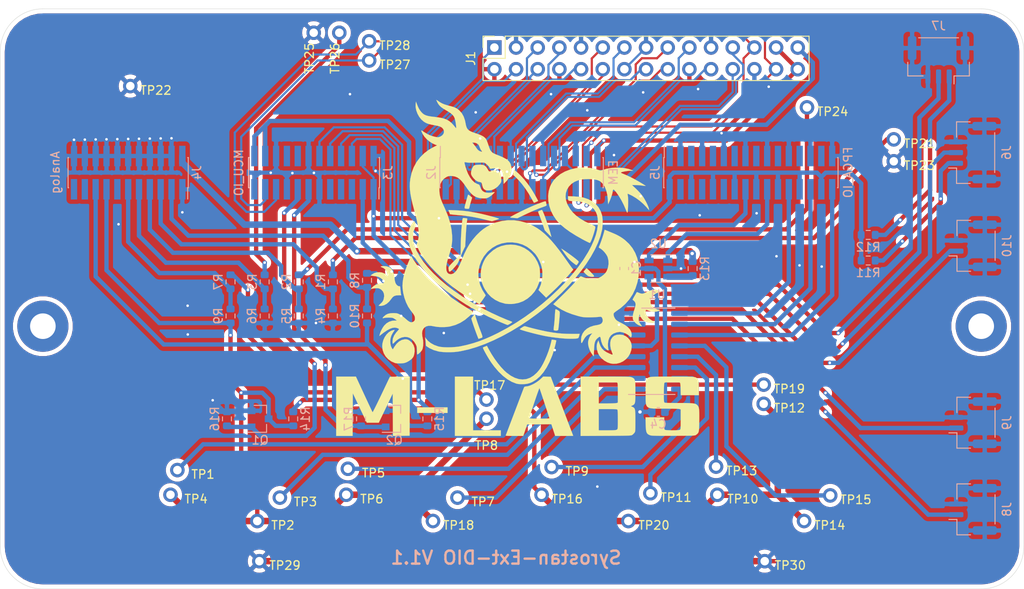
<source format=kicad_pcb>
(kicad_pcb (version 20171130) (host pcbnew 5.1.10-88a1d61d58~90~ubuntu20.04.1)

  (general
    (thickness 1.6)
    (drawings 110)
    (tracks 718)
    (zones 0)
    (modules 66)
    (nets 81)
  )

  (page A4)
  (layers
    (0 F.Cu signal)
    (31 B.Cu signal)
    (32 B.Adhes user)
    (33 F.Adhes user)
    (34 B.Paste user)
    (35 F.Paste user)
    (36 B.SilkS user)
    (37 F.SilkS user)
    (38 B.Mask user)
    (39 F.Mask user)
    (40 Dwgs.User user hide)
    (41 Cmts.User user)
    (42 Eco1.User user)
    (43 Eco2.User user)
    (44 Edge.Cuts user)
    (45 Margin user)
    (46 B.CrtYd user)
    (47 F.CrtYd user)
    (48 B.Fab user)
    (49 F.Fab user)
  )

  (setup
    (last_trace_width 0.254)
    (user_trace_width 0.127)
    (user_trace_width 0.254)
    (user_trace_width 0.508)
    (user_trace_width 0.762)
    (user_trace_width 1.27)
    (trace_clearance 0.127)
    (zone_clearance 0.508)
    (zone_45_only no)
    (trace_min 0.127)
    (via_size 0.8)
    (via_drill 0.4)
    (via_min_size 0.4)
    (via_min_drill 0.3)
    (user_via 0.5 0.3)
    (uvia_size 0.3)
    (uvia_drill 0.1)
    (uvias_allowed no)
    (uvia_min_size 0.2)
    (uvia_min_drill 0.1)
    (edge_width 0.05)
    (segment_width 0.2)
    (pcb_text_width 0.3)
    (pcb_text_size 1.5 1.5)
    (mod_edge_width 0.12)
    (mod_text_size 1 1)
    (mod_text_width 0.15)
    (pad_size 1.524 1.524)
    (pad_drill 0.762)
    (pad_to_mask_clearance 0)
    (aux_axis_origin 0 0)
    (grid_origin 100 104.199969)
    (visible_elements 7FFFFFFF)
    (pcbplotparams
      (layerselection 0x010fc_ffffffff)
      (usegerberextensions false)
      (usegerberattributes true)
      (usegerberadvancedattributes true)
      (creategerberjobfile true)
      (excludeedgelayer true)
      (linewidth 0.100000)
      (plotframeref false)
      (viasonmask false)
      (mode 1)
      (useauxorigin false)
      (hpglpennumber 1)
      (hpglpenspeed 20)
      (hpglpendiameter 15.000000)
      (psnegative false)
      (psa4output false)
      (plotreference true)
      (plotvalue true)
      (plotinvisibletext false)
      (padsonsilk false)
      (subtractmaskfromsilk false)
      (outputformat 1)
      (mirror false)
      (drillshape 0)
      (scaleselection 1)
      (outputdirectory "FabricationOutput/"))
  )

  (net 0 "")
  (net 1 /+3V3MP)
  (net 2 +12V)
  (net 3 /IIC_SCL)
  (net 4 /IIC_SDA)
  (net 5 GND)
  (net 6 /LVDS7_N)
  (net 7 /LVDS7_P)
  (net 8 /LVDS6_N)
  (net 9 /LVDS6_P)
  (net 10 /LVDS5_N)
  (net 11 /LVDS5_P)
  (net 12 /LVDS4_N)
  (net 13 /LVDS4_P)
  (net 14 /LVDS3_N)
  (net 15 /LVDS3_P)
  (net 16 /LVDS2_N)
  (net 17 /LVDS2_P)
  (net 18 /LVDS1_N)
  (net 19 /LVDS1_P)
  (net 20 /LVDS0_N)
  (net 21 /LVDS0_P)
  (net 22 +5V)
  (net 23 +3V3)
  (net 24 /DAC1)
  (net 25 /DAC0)
  (net 26 /ADC2)
  (net 27 /ADC3)
  (net 28 /ADC4)
  (net 29 /ADC5)
  (net 30 /ADC6)
  (net 31 /ADC7)
  (net 32 /HSADC)
  (net 33 /TP_12V)
  (net 34 /TP_3V3)
  (net 35 /TP_3V3MP)
  (net 36 /MCU_IO3)
  (net 37 /MCU_IO2)
  (net 38 /MCU_IO1)
  (net 39 /MCU_IO0)
  (net 40 /TP_5V_1)
  (net 41 /TP_5V_2)
  (net 42 GND1)
  (net 43 GND2)
  (net 44 /MCU_IO4)
  (net 45 /MCU_IO11)
  (net 46 /MCU_IO10)
  (net 47 /MCU_IO5)
  (net 48 /MCU_IO9)
  (net 49 /MCU_IO8)
  (net 50 /MCU_IO7)
  (net 51 /MCU_IO6)
  (net 52 /TP_IO1)
  (net 53 /TP_IO2)
  (net 54 /TP_IO3)
  (net 55 /TP_IO4)
  (net 56 /TP_IO5)
  (net 57 /TP_IO6)
  (net 58 /TP_IO7)
  (net 59 /TP_IO8)
  (net 60 "Net-(U1-Pad6)")
  (net 61 /IO_MUX)
  (net 62 "Net-(J6-Pad1)")
  (net 63 "Net-(J7-Pad1)")
  (net 64 /FPGA_IO15)
  (net 65 /FPGA_IO14)
  (net 66 /FPGA_IO13)
  (net 67 /FPGA_IO12)
  (net 68 /FPGA_IO11)
  (net 69 /FPGA_IO10)
  (net 70 /FPGA_IO9)
  (net 71 /FPGA_IO8)
  (net 72 /FPGA_IO7)
  (net 73 /FPGA_IO6)
  (net 74 /FPGA_IO5)
  (net 75 /FPGA_IO4)
  (net 76 /FPGA_IO3)
  (net 77 /FPGA_IO2)
  (net 78 /FPGA_IO1)
  (net 79 /FPGA_IO0)
  (net 80 "Net-(R13-Pad1)")

  (net_class Default "This is the default net class."
    (clearance 0.127)
    (trace_width 0.254)
    (via_dia 0.8)
    (via_drill 0.4)
    (uvia_dia 0.3)
    (uvia_drill 0.1)
    (diff_pair_width 0.254)
    (diff_pair_gap 0.127)
    (add_net +12V)
    (add_net +3V3)
    (add_net +5V)
    (add_net /+3V3MP)
    (add_net /ADC2)
    (add_net /ADC3)
    (add_net /ADC4)
    (add_net /ADC5)
    (add_net /ADC6)
    (add_net /ADC7)
    (add_net /DAC0)
    (add_net /DAC1)
    (add_net /FPGA_IO0)
    (add_net /FPGA_IO1)
    (add_net /FPGA_IO10)
    (add_net /FPGA_IO11)
    (add_net /FPGA_IO12)
    (add_net /FPGA_IO13)
    (add_net /FPGA_IO14)
    (add_net /FPGA_IO15)
    (add_net /FPGA_IO2)
    (add_net /FPGA_IO3)
    (add_net /FPGA_IO4)
    (add_net /FPGA_IO5)
    (add_net /FPGA_IO6)
    (add_net /FPGA_IO7)
    (add_net /FPGA_IO8)
    (add_net /FPGA_IO9)
    (add_net /HSADC)
    (add_net /IIC_SCL)
    (add_net /IIC_SDA)
    (add_net /IO_MUX)
    (add_net /LVDS0_N)
    (add_net /LVDS0_P)
    (add_net /LVDS1_N)
    (add_net /LVDS1_P)
    (add_net /LVDS2_N)
    (add_net /LVDS2_P)
    (add_net /LVDS3_N)
    (add_net /LVDS3_P)
    (add_net /LVDS4_N)
    (add_net /LVDS4_P)
    (add_net /LVDS5_N)
    (add_net /LVDS5_P)
    (add_net /LVDS6_N)
    (add_net /LVDS6_P)
    (add_net /LVDS7_N)
    (add_net /LVDS7_P)
    (add_net /MCU_IO0)
    (add_net /MCU_IO1)
    (add_net /MCU_IO10)
    (add_net /MCU_IO11)
    (add_net /MCU_IO2)
    (add_net /MCU_IO3)
    (add_net /MCU_IO4)
    (add_net /MCU_IO5)
    (add_net /MCU_IO6)
    (add_net /MCU_IO7)
    (add_net /MCU_IO8)
    (add_net /MCU_IO9)
    (add_net /TP_12V)
    (add_net /TP_3V3)
    (add_net /TP_3V3MP)
    (add_net /TP_5V_1)
    (add_net /TP_5V_2)
    (add_net /TP_IO1)
    (add_net /TP_IO2)
    (add_net /TP_IO3)
    (add_net /TP_IO4)
    (add_net /TP_IO5)
    (add_net /TP_IO6)
    (add_net /TP_IO7)
    (add_net /TP_IO8)
    (add_net GND)
    (add_net GND1)
    (add_net GND2)
    (add_net "Net-(J6-Pad1)")
    (add_net "Net-(J7-Pad1)")
    (add_net "Net-(R13-Pad1)")
    (add_net "Net-(U1-Pad6)")
  )

  (module Syrostan-Ext-DIO:logo (layer F.Cu) (tedit 0) (tstamp 612735B1)
    (at 155.77 97.149969)
    (fp_text reference G*** (at 0 0) (layer F.SilkS) hide
      (effects (font (size 1.524 1.524) (thickness 0.3)))
    )
    (fp_text value LOGO (at 0.75 0) (layer F.SilkS) hide
      (effects (font (size 1.524 1.524) (thickness 0.3)))
    )
    (fp_poly (pts (xy -4.188368 -11.859641) (xy -3.968099 -11.772536) (xy -3.788423 -11.609394) (xy -3.629077 -11.357492)
      (xy -3.627679 -11.354794) (xy -3.541884 -11.198506) (xy -3.47784 -11.116499) (xy -3.415821 -11.090306)
      (xy -3.3528 -11.097486) (xy -3.071675 -11.158196) (xy -2.866816 -11.19465) (xy -2.716275 -11.208597)
      (xy -2.598102 -11.201787) (xy -2.490348 -11.175966) (xy -2.466398 -11.168091) (xy -2.306321 -11.08914)
      (xy -2.191509 -10.967897) (xy -2.114106 -10.788501) (xy -2.066256 -10.535093) (xy -2.047191 -10.3218)
      (xy -2.034668 -10.103883) (xy -2.035041 -9.95738) (xy -2.053988 -9.852363) (xy -2.097189 -9.758903)
      (xy -2.170321 -9.647071) (xy -2.177078 -9.637244) (xy -2.458349 -9.313166) (xy -2.801306 -9.060139)
      (xy -2.93356 -8.991031) (xy -3.169189 -8.909271) (xy -3.428686 -8.864939) (xy -3.675581 -8.861155)
      (xy -3.873401 -8.901037) (xy -3.892383 -8.909029) (xy -4.053357 -9.013152) (xy -4.167237 -9.16745)
      (xy -4.247296 -9.392839) (xy -4.273069 -9.50883) (xy -4.308761 -9.670537) (xy -4.35352 -9.767667)
      (xy -4.432811 -9.822802) (xy -4.5721 -9.858524) (xy -4.690861 -9.879322) (xy -4.875559 -9.950448)
      (xy -5.078893 -10.093545) (xy -5.277242 -10.288193) (xy -5.44698 -10.513968) (xy -5.471287 -10.553971)
      (xy -5.552757 -10.716238) (xy -5.581335 -10.860047) (xy -5.571456 -11.028787) (xy -5.528139 -11.22305)
      (xy -5.450804 -11.438532) (xy -5.399658 -11.546294) (xy -5.312516 -11.697382) (xy -5.237057 -11.781585)
      (xy -5.142053 -11.824111) (xy -5.0292 -11.845335) (xy -4.849846 -11.864735) (xy -4.626706 -11.878799)
      (xy -4.469493 -11.883435) (xy -4.188368 -11.859641)) (layer F.SilkS) (width 0.01))
    (fp_poly (pts (xy -0.378928 -11.170902) (xy -0.06363 -10.90659) (xy 0.278925 -10.570062) (xy 0.63173 -10.180553)
      (xy 0.977778 -9.757298) (xy 1.300062 -9.319531) (xy 1.435638 -9.1186) (xy 1.553438 -8.933192)
      (xy 1.687789 -8.713227) (xy 1.828771 -8.476) (xy 1.966466 -8.238805) (xy 2.090955 -8.018935)
      (xy 2.19232 -7.833686) (xy 2.260639 -7.70035) (xy 2.285996 -7.636223) (xy 2.286 -7.635972)
      (xy 2.244683 -7.609037) (xy 2.143208 -7.55855) (xy 2.015286 -7.499825) (xy 1.894632 -7.44818)
      (xy 1.814957 -7.418929) (xy 1.803572 -7.4168) (xy 1.774115 -7.458554) (xy 1.707607 -7.57145)
      (xy 1.614731 -7.736941) (xy 1.532962 -7.8867) (xy 1.181238 -8.493989) (xy 0.800171 -9.072318)
      (xy 0.403425 -9.60315) (xy 0.004661 -10.067952) (xy -0.300708 -10.37433) (xy -0.64682 -10.694776)
      (xy -0.588037 -10.989159) (xy -0.529255 -11.283542) (xy -0.378928 -11.170902)) (layer F.SilkS) (width 0.01))
    (fp_poly (pts (xy -5.869869 -8.356918) (xy -5.769467 -8.289247) (xy -5.670731 -8.21227) (xy -5.446081 -8.028186)
      (xy -5.56492 -7.643012) (xy -5.632427 -7.411906) (xy -5.695576 -7.174955) (xy -5.74079 -6.983121)
      (xy -5.741082 -6.981719) (xy -5.776563 -6.824488) (xy -5.813095 -6.742899) (xy -5.872248 -6.713088)
      (xy -5.975589 -6.711189) (xy -5.985302 -6.711493) (xy -6.13627 -6.721776) (xy -6.254625 -6.738972)
      (xy -6.262648 -6.740916) (xy -6.320293 -6.774946) (xy -6.332547 -6.854105) (xy -6.318794 -6.950923)
      (xy -6.292357 -7.069669) (xy -6.24715 -7.248165) (xy -6.189256 -7.464836) (xy -6.124759 -7.698103)
      (xy -6.059743 -7.92639) (xy -6.00029 -8.128122) (xy -5.952486 -8.28172) (xy -5.922412 -8.365609)
      (xy -5.917484 -8.37425) (xy -5.869869 -8.356918)) (layer F.SilkS) (width 0.01))
    (fp_poly (pts (xy 3.162834 -7.587003) (xy 3.194828 -7.56186) (xy 3.209625 -7.513652) (xy 3.220334 -7.444144)
      (xy 3.222566 -7.431038) (xy 3.251212 -7.282841) (xy 3.277238 -7.168871) (xy 3.280435 -7.157337)
      (xy 3.269586 -7.10455) (xy 3.194754 -7.051248) (xy 3.041128 -6.988322) (xy 2.960226 -6.9604)
      (xy 2.390349 -6.75403) (xy 1.764459 -6.497469) (xy 1.072184 -6.186365) (xy 0.739798 -6.029122)
      (xy -0.127 -5.6134) (xy -0.543588 -5.640521) (xy -0.73991 -5.656682) (xy -0.894971 -5.675765)
      (xy -0.982601 -5.694337) (xy -0.991846 -5.699312) (xy -0.966584 -5.738154) (xy -0.859883 -5.812305)
      (xy -0.683281 -5.916113) (xy -0.448317 -6.043925) (xy -0.166529 -6.190089) (xy 0.150544 -6.348954)
      (xy 0.491365 -6.514868) (xy 0.844396 -6.682177) (xy 1.198097 -6.845231) (xy 1.540931 -6.998378)
      (xy 1.861359 -7.135964) (xy 2.147843 -7.252338) (xy 2.286 -7.304974) (xy 2.600651 -7.421628)
      (xy 2.832549 -7.506393) (xy 2.994805 -7.561035) (xy 3.10053 -7.587316) (xy 3.162834 -7.587003)) (layer F.SilkS) (width 0.01))
    (fp_poly (pts (xy -7.380801 -6.538036) (xy -6.602285 -6.48891) (xy -5.809858 -6.394276) (xy -4.97545 -6.25036)
      (xy -4.492976 -6.149825) (xy -4.207532 -6.084542) (xy -3.896855 -6.00913) (xy -3.576091 -5.927748)
      (xy -3.260393 -5.844556) (xy -2.964907 -5.763714) (xy -2.704785 -5.689381) (xy -2.495175 -5.625718)
      (xy -2.351227 -5.576884) (xy -2.288089 -5.547039) (xy -2.286476 -5.543948) (xy -2.33162 -5.517094)
      (xy -2.451011 -5.470238) (xy -2.621216 -5.411327) (xy -2.818801 -5.348311) (xy -3.020333 -5.289138)
      (xy -3.106897 -5.265663) (xy -3.177765 -5.271639) (xy -3.327877 -5.299966) (xy -3.53837 -5.346584)
      (xy -3.790382 -5.407436) (xy -3.926724 -5.4421) (xy -4.716017 -5.628322) (xy -5.504652 -5.780508)
      (xy -6.259875 -5.892819) (xy -6.741072 -5.943731) (xy -7.024397 -5.968626) (xy -7.305356 -5.994423)
      (xy -7.550164 -6.017959) (xy -7.715373 -6.034998) (xy -8.039345 -6.0706) (xy -8.136573 -6.319408)
      (xy -8.233801 -6.568215) (xy -7.380801 -6.538036)) (layer F.SilkS) (width 0.01))
    (fp_poly (pts (xy 2.763183 -6.548117) (xy 2.828031 -6.427645) (xy 2.913707 -6.234831) (xy 3.015682 -5.982058)
      (xy 3.129428 -5.681708) (xy 3.250418 -5.346162) (xy 3.374122 -4.987803) (xy 3.496012 -4.619013)
      (xy 3.611561 -4.252173) (xy 3.716239 -3.899666) (xy 3.752893 -3.769637) (xy 3.800107 -3.594544)
      (xy 3.832527 -3.465081) (xy 3.844223 -3.405157) (xy 3.843671 -3.4036) (xy 3.806148 -3.437557)
      (xy 3.712723 -3.529536) (xy 3.578307 -3.664703) (xy 3.448012 -3.7973) (xy 3.063008 -4.191)
      (xy 2.817731 -4.9022) (xy 2.716782 -5.190245) (xy 2.613245 -5.477686) (xy 2.518017 -5.734761)
      (xy 2.441995 -5.931708) (xy 2.429227 -5.963287) (xy 2.35948 -6.141464) (xy 2.308516 -6.286519)
      (xy 2.286268 -6.369939) (xy 2.286 -6.374346) (xy 2.329642 -6.427437) (xy 2.438237 -6.483931)
      (xy 2.4765 -6.49766) (xy 2.613676 -6.543747) (xy 2.711712 -6.579038) (xy 2.723691 -6.583865)
      (xy 2.763183 -6.548117)) (layer F.SilkS) (width 0.01))
    (fp_poly (pts (xy 8.375865 -11.506235) (xy 9.027919 -11.369756) (xy 9.39342 -11.254714) (xy 9.530871 -11.211291)
      (xy 9.637129 -11.20228) (xy 9.757674 -11.22951) (xy 9.883767 -11.274423) (xy 10.332792 -11.406777)
      (xy 10.834197 -11.493545) (xy 11.363815 -11.534846) (xy 11.897474 -11.530801) (xy 12.411005 -11.481529)
      (xy 12.880237 -11.387152) (xy 13.2588 -11.257646) (xy 13.4366 -11.179977) (xy 13.148968 -11.177989)
      (xy 12.959859 -11.167336) (xy 12.730675 -11.140914) (xy 12.490783 -11.103719) (xy 12.269548 -11.060751)
      (xy 12.096336 -11.017007) (xy 12.011203 -10.984328) (xy 11.994848 -10.951801) (xy 12.051956 -10.906033)
      (xy 12.192009 -10.840928) (xy 12.303511 -10.79634) (xy 12.680721 -10.636715) (xy 13.112286 -10.431559)
      (xy 13.570355 -10.19505) (xy 14.027079 -9.941364) (xy 14.3002 -9.779947) (xy 14.5136 -9.649471)
      (xy 14.695578 -9.536326) (xy 14.828361 -9.451697) (xy 14.894176 -9.406769) (xy 14.896904 -9.404411)
      (xy 14.868641 -9.394771) (xy 14.760641 -9.400397) (xy 14.593387 -9.419861) (xy 14.515904 -9.430987)
      (xy 14.248817 -9.463259) (xy 13.95332 -9.486942) (xy 13.69673 -9.496831) (xy 13.29646 -9.4996)
      (xy 13.758633 -9.06453) (xy 13.969614 -8.857464) (xy 14.182028 -8.634617) (xy 14.368168 -8.425792)
      (xy 14.478805 -8.28983) (xy 14.625353 -8.077298) (xy 14.781336 -7.818407) (xy 14.934501 -7.537231)
      (xy 15.072593 -7.257847) (xy 15.18336 -7.004329) (xy 15.254548 -6.800751) (xy 15.269689 -6.735973)
      (xy 15.305006 -6.537745) (xy 14.977865 -6.913773) (xy 14.618611 -7.285903) (xy 14.20707 -7.643836)
      (xy 13.773721 -7.963516) (xy 13.349044 -8.220889) (xy 13.269924 -8.261724) (xy 13.073077 -8.357283)
      (xy 12.912288 -8.43) (xy 12.8074 -8.471225) (xy 12.77748 -8.476414) (xy 12.775366 -8.418962)
      (xy 12.794109 -8.297637) (xy 12.808915 -8.228223) (xy 12.825055 -8.098964) (xy 12.83503 -7.894437)
      (xy 12.839255 -7.63769) (xy 12.838144 -7.35177) (xy 12.83211 -7.059724) (xy 12.821567 -6.784599)
      (xy 12.80693 -6.549442) (xy 12.788613 -6.377301) (xy 12.774437 -6.308537) (xy 12.75118 -6.261787)
      (xy 12.721254 -6.273196) (xy 12.676116 -6.354474) (xy 12.607226 -6.517325) (xy 12.58912 -6.562537)
      (xy 12.325741 -7.169047) (xy 12.037326 -7.734306) (xy 11.733949 -8.240641) (xy 11.425684 -8.670376)
      (xy 11.305954 -8.8138) (xy 11.198065 -8.92864) (xy 11.131643 -8.972357) (xy 11.087682 -8.955468)
      (xy 11.076464 -8.9408) (xy 11.037566 -8.834133) (xy 11.024377 -8.721157) (xy 11.003621 -8.578159)
      (xy 10.948042 -8.368498) (xy 10.866033 -8.117463) (xy 10.765983 -7.850345) (xy 10.656284 -7.592432)
      (xy 10.633746 -7.5438) (xy 10.4902 -7.239) (xy 10.459106 -7.7724) (xy 10.395754 -8.343771)
      (xy 10.277609 -8.846202) (xy 10.106877 -9.274706) (xy 9.885764 -9.624293) (xy 9.616477 -9.889973)
      (xy 9.48316 -9.979085) (xy 9.257494 -10.072176) (xy 8.955896 -10.140815) (xy 8.601232 -10.184247)
      (xy 8.216367 -10.201718) (xy 7.824166 -10.192475) (xy 7.447496 -10.155763) (xy 7.109221 -10.090828)
      (xy 7.002783 -10.060876) (xy 6.557812 -9.875975) (xy 6.185585 -9.625909) (xy 5.890063 -9.319952)
      (xy 5.675205 -8.967382) (xy 5.544971 -8.577475) (xy 5.503322 -8.159507) (xy 5.554218 -7.722754)
      (xy 5.70162 -7.276493) (xy 5.760623 -7.151303) (xy 6.024285 -6.703008) (xy 6.347275 -6.294398)
      (xy 6.737273 -5.91935) (xy 7.201964 -5.571742) (xy 7.74903 -5.245452) (xy 8.386152 -4.934358)
      (xy 8.7249 -4.789176) (xy 8.893858 -4.707101) (xy 8.976947 -4.632095) (xy 8.9916 -4.580377)
      (xy 8.975506 -4.439714) (xy 8.931474 -4.238851) (xy 8.865877 -3.996563) (xy 8.785089 -3.731625)
      (xy 8.695485 -3.462814) (xy 8.603436 -3.208905) (xy 8.515319 -2.988673) (xy 8.437505 -2.820895)
      (xy 8.376369 -2.724345) (xy 8.356416 -2.709273) (xy 8.297404 -2.726861) (xy 8.164512 -2.786068)
      (xy 7.97287 -2.879529) (xy 7.737612 -2.999881) (xy 7.492868 -3.129526) (xy 6.708338 -3.572799)
      (xy 6.023004 -4.005332) (xy 5.43517 -4.428387) (xy 4.943143 -4.843224) (xy 4.545229 -5.251103)
      (xy 4.395089 -5.434445) (xy 4.047558 -5.955176) (xy 3.778739 -6.505469) (xy 3.590397 -7.073538)
      (xy 3.484301 -7.647598) (xy 3.462216 -8.215862) (xy 3.525911 -8.766546) (xy 3.677153 -9.287864)
      (xy 3.781758 -9.525) (xy 4.074031 -10.001668) (xy 4.447438 -10.420511) (xy 4.89792 -10.779066)
      (xy 5.421419 -11.074871) (xy 6.013877 -11.305461) (xy 6.671234 -11.468375) (xy 7.088249 -11.531797)
      (xy 7.720226 -11.561341) (xy 8.375865 -11.506235)) (layer F.SilkS) (width 0.01))
    (fp_poly (pts (xy 5.112055 -1.98417) (xy 5.256546 -1.892564) (xy 5.445501 -1.765886) (xy 5.666557 -1.612642)
      (xy 5.907353 -1.441343) (xy 6.155528 -1.260498) (xy 6.398719 -1.078615) (xy 6.518096 -0.98723)
      (xy 6.711872 -0.833562) (xy 6.875249 -0.696517) (xy 6.991494 -0.590657) (xy 7.043874 -0.530543)
      (xy 7.04443 -0.529227) (xy 7.031716 -0.454294) (xy 6.97466 -0.340325) (xy 6.895587 -0.221464)
      (xy 6.816822 -0.131852) (xy 6.766514 -0.104199) (xy 6.714288 -0.134994) (xy 6.601234 -0.216122)
      (xy 6.445621 -0.334146) (xy 6.316213 -0.43543) (xy 6.10331 -0.615334) (xy 5.913856 -0.80384)
      (xy 5.724778 -1.026332) (xy 5.513004 -1.308191) (xy 5.475874 -1.359932) (xy 5.320176 -1.578622)
      (xy 5.183576 -1.771757) (xy 5.078031 -1.922337) (xy 5.015495 -2.013364) (xy 5.00591 -2.028123)
      (xy 5.024389 -2.032192) (xy 5.112055 -1.98417)) (layer F.SilkS) (width 0.01))
    (fp_poly (pts (xy -6.285239 -5.621216) (xy -6.138082 -5.601444) (xy -6.041084 -5.583965) (xy -6.020308 -5.576878)
      (xy -6.02184 -5.523816) (xy -6.034838 -5.392108) (xy -6.056956 -5.203764) (xy -6.076003 -5.0546)
      (xy -6.099152 -4.845821) (xy -6.124694 -4.560242) (xy -6.150744 -4.222575) (xy -6.175417 -3.85753)
      (xy -6.196829 -3.489819) (xy -6.199999 -3.429) (xy -6.257185 -2.3114) (xy -6.449242 -1.9304)
      (xy -6.544638 -1.729019) (xy -6.660067 -1.46704) (xy -6.780577 -1.179253) (xy -6.885302 -0.915837)
      (xy -6.990313 -0.649153) (xy -7.077961 -0.45009) (xy -7.165146 -0.290622) (xy -7.268769 -0.142723)
      (xy -7.405731 0.021634) (xy -7.543934 0.176363) (xy -7.754269 0.401992) (xy -7.911541 0.552808)
      (xy -8.024083 0.634949) (xy -8.100231 0.654552) (xy -8.146808 0.620267) (xy -8.172208 0.544357)
      (xy -8.200688 0.41156) (xy -8.208165 0.367653) (xy -8.219815 0.279759) (xy -8.218213 0.20255)
      (xy -8.195115 0.124415) (xy -8.142278 0.033744) (xy -8.051457 -0.081075) (xy -7.91441 -0.231653)
      (xy -7.722892 -0.4296) (xy -7.468659 -0.686526) (xy -7.43724 -0.718154) (xy -6.798738 -1.360817)
      (xy -6.780304 -2.547309) (xy -6.770944 -2.93353) (xy -6.755073 -3.34574) (xy -6.733866 -3.767298)
      (xy -6.708498 -4.181563) (xy -6.680146 -4.571894) (xy -6.649984 -4.921648) (xy -6.619187 -5.214186)
      (xy -6.588932 -5.432866) (xy -6.569685 -5.529238) (xy -6.543322 -5.600658) (xy -6.492397 -5.631838)
      (xy -6.38787 -5.632169) (xy -6.285239 -5.621216)) (layer F.SilkS) (width 0.01))
    (fp_poly (pts (xy 8.020799 0.288598) (xy 8.124177 0.383115) (xy 8.268171 0.523637) (xy 8.438194 0.696248)
      (xy 8.460897 0.719748) (xy 8.645106 0.913195) (xy 8.76547 1.047403) (xy 8.830428 1.134528)
      (xy 8.84842 1.186728) (xy 8.827883 1.216161) (xy 8.81104 1.224177) (xy 8.724241 1.250789)
      (xy 8.628174 1.257605) (xy 8.489908 1.244452) (xy 8.340658 1.221695) (xy 8.193169 1.181278)
      (xy 8.05476 1.099921) (xy 7.894049 0.958302) (xy 7.863031 0.927621) (xy 7.604544 0.669134)
      (xy 7.76894 0.461567) (xy 7.868845 0.344181) (xy 7.946204 0.268933) (xy 7.972626 0.254)
      (xy 8.020799 0.288598)) (layer F.SilkS) (width 0.01))
    (fp_poly (pts (xy -0.36406 -2.467866) (xy 0.177565 -2.328563) (xy 0.68657 -2.104819) (xy 1.153753 -1.802313)
      (xy 1.569909 -1.426722) (xy 1.925837 -0.983726) (xy 2.212334 -0.479003) (xy 2.371897 -0.0762)
      (xy 2.431172 0.117168) (xy 2.470191 0.28931) (xy 2.49298 0.471508) (xy 2.503567 0.695043)
      (xy 2.505994 0.9652) (xy 2.503096 1.254676) (xy 2.491715 1.473933) (xy 2.467824 1.654252)
      (xy 2.427394 1.826914) (xy 2.371897 2.0066) (xy 2.153911 2.536026) (xy 1.865036 3.004407)
      (xy 1.497821 3.428221) (xy 1.041318 3.818165) (xy 0.544923 4.114678) (xy 0.008076 4.318008)
      (xy -0.56978 4.428398) (xy -0.811684 4.446549) (xy -1.163688 4.447756) (xy -1.482941 4.421934)
      (xy -1.6256 4.39786) (xy -2.212618 4.225034) (xy -2.74279 3.968807) (xy -3.212507 3.63204)
      (xy -3.618157 3.217597) (xy -3.956131 2.728339) (xy -4.113005 2.425937) (xy -4.278362 2.02099)
      (xy -4.380524 1.637521) (xy -4.429024 1.231714) (xy -4.436302 0.9398) (xy -4.409935 0.498327)
      (xy -4.327839 0.085546) (xy -4.181266 -0.334192) (xy -4.056107 -0.6096) (xy -3.936 -0.83697)
      (xy -3.807512 -1.032883) (xy -3.647795 -1.228004) (xy -3.433998 -1.452994) (xy -3.408667 -1.478414)
      (xy -2.977722 -1.856415) (xy -2.527546 -2.141925) (xy -2.040722 -2.344035) (xy -1.508358 -2.470436)
      (xy -0.929102 -2.51705) (xy -0.36406 -2.467866)) (layer F.SilkS) (width 0.01))
    (fp_poly (pts (xy -9.614872 -19.467259) (xy -9.518508 -19.409056) (xy -9.4107 -19.335396) (xy -9.175065 -19.179429)
      (xy -8.944357 -19.055705) (xy -8.689503 -18.951735) (xy -8.38143 -18.855031) (xy -8.145029 -18.79173)
      (xy -7.814628 -18.702208) (xy -7.560076 -18.618782) (xy -7.357154 -18.52999) (xy -7.181641 -18.424371)
      (xy -7.009314 -18.290465) (xy -6.919654 -18.211911) (xy -6.653425 -17.907586) (xy -6.440623 -17.526216)
      (xy -6.287639 -17.080813) (xy -6.230556 -16.808739) (xy -6.171773 -16.504901) (xy -6.099497 -16.267263)
      (xy -5.999656 -16.081455) (xy -5.858173 -15.933109) (xy -5.660973 -15.807856) (xy -5.393983 -15.691327)
      (xy -5.043126 -15.569153) (xy -5.0038 -15.556368) (xy -4.625441 -15.42449) (xy -4.332356 -15.299215)
      (xy -4.109317 -15.172245) (xy -3.941099 -15.035279) (xy -3.84432 -14.924419) (xy -3.779469 -14.80991)
      (xy -3.697843 -14.623945) (xy -3.610188 -14.392873) (xy -3.532135 -14.158858) (xy -3.427329 -13.843356)
      (xy -3.325866 -13.607432) (xy -3.209803 -13.431319) (xy -3.061195 -13.295251) (xy -2.862099 -13.17946)
      (xy -2.594572 -13.06418) (xy -2.507705 -13.030357) (xy -2.068551 -12.85297) (xy -1.717249 -12.689809)
      (xy -1.442505 -12.532896) (xy -1.233026 -12.374258) (xy -1.077518 -12.205919) (xy -0.964689 -12.019905)
      (xy -0.916573 -11.906747) (xy -0.830306 -11.535404) (xy -0.836768 -11.146587) (xy -0.93207 -10.754249)
      (xy -1.112327 -10.372347) (xy -1.37365 -10.014836) (xy -1.4732 -9.908428) (xy -1.7526 -9.6266)
      (xy -1.781567 -10.240898) (xy -1.805651 -10.588026) (xy -1.84523 -10.850886) (xy -1.907163 -11.04644)
      (xy -1.998308 -11.191652) (xy -2.125524 -11.303484) (xy -2.238144 -11.370171) (xy -2.381719 -11.43523)
      (xy -2.518571 -11.466782) (xy -2.690391 -11.471637) (xy -2.8194 -11.465105) (xy -3.009932 -11.448806)
      (xy -3.167114 -11.428256) (xy -3.25664 -11.407985) (xy -3.329221 -11.413037) (xy -3.39225 -11.505176)
      (xy -3.401975 -11.527675) (xy -3.490769 -11.6711) (xy -3.63261 -11.830182) (xy -3.797787 -11.977415)
      (xy -3.956592 -12.085289) (xy -4.043372 -12.121537) (xy -4.14101 -12.131437) (xy -4.318705 -12.135786)
      (xy -4.555063 -12.134569) (xy -4.828693 -12.12777) (xy -4.97381 -12.122229) (xy -5.330442 -12.111796)
      (xy -5.642923 -12.11209) (xy -5.891443 -12.122773) (xy -6.041058 -12.140415) (xy -6.196957 -12.164729)
      (xy -6.308055 -12.172272) (xy -6.342068 -12.166067) (xy -6.34339 -12.103785) (xy -6.315258 -11.967041)
      (xy -6.26408 -11.776433) (xy -6.19626 -11.552561) (xy -6.118205 -11.316023) (xy -6.036321 -11.087419)
      (xy -5.957014 -10.887346) (xy -5.915241 -10.793593) (xy -5.689623 -10.384997) (xy -5.436673 -10.050423)
      (xy -5.164227 -9.79807) (xy -4.88012 -9.636134) (xy -4.77548 -9.601276) (xy -4.650477 -9.554068)
      (xy -4.577648 -9.476285) (xy -4.524408 -9.334726) (xy -4.401213 -9.028975) (xy -4.235948 -8.810816)
      (xy -4.04345 -8.681918) (xy -3.819993 -8.616737) (xy -3.543349 -8.588406) (xy -3.255672 -8.59867)
      (xy -3.030537 -8.639987) (xy -2.902593 -8.669543) (xy -2.823352 -8.676663) (xy -2.814589 -8.673522)
      (xy -2.828816 -8.622925) (xy -2.907132 -8.530519) (xy -3.030456 -8.412848) (xy -3.179703 -8.286456)
      (xy -3.335793 -8.167886) (xy -3.479641 -8.07368) (xy -3.548225 -8.03751) (xy -3.697834 -7.975208)
      (xy -3.831887 -7.940342) (xy -3.986413 -7.927726) (xy -4.197442 -7.932174) (xy -4.259425 -7.93515)
      (xy -4.618225 -7.976982) (xy -4.936165 -8.069546) (xy -5.226171 -8.221835) (xy -5.501168 -8.442843)
      (xy -5.774082 -8.741561) (xy -6.057838 -9.126984) (xy -6.132029 -9.238006) (xy -6.415195 -9.645136)
      (xy -6.675656 -9.965154) (xy -6.924604 -10.206726) (xy -7.173229 -10.378519) (xy -7.432719 -10.4892)
      (xy -7.714265 -10.547436) (xy -7.83632 -10.558031) (xy -8.04655 -10.562788) (xy -8.206215 -10.541644)
      (xy -8.364989 -10.485271) (xy -8.459459 -10.44101) (xy -8.7556 -10.23997) (xy -8.999279 -9.953521)
      (xy -9.187884 -9.584786) (xy -9.198136 -9.558149) (xy -9.249835 -9.404433) (xy -9.279452 -9.259548)
      (xy -9.290408 -9.09084) (xy -9.286122 -8.865655) (xy -9.281434 -8.763) (xy -9.262123 -8.510306)
      (xy -9.226853 -8.273524) (xy -9.169875 -8.034393) (xy -9.085442 -7.774647) (xy -8.967803 -7.476024)
      (xy -8.81121 -7.12026) (xy -8.665803 -6.8072) (xy -8.305928 -5.954984) (xy -8.040857 -5.124102)
      (xy -7.868283 -4.30602) (xy -7.789773 -3.567148) (xy -7.782071 -3.075147) (xy -7.819977 -2.602252)
      (xy -7.907972 -2.117887) (xy -8.050536 -1.591475) (xy -8.104089 -1.4224) (xy -8.239798 -0.993997)
      (xy -8.341413 -0.643572) (xy -8.412675 -0.354813) (xy -8.457326 -0.111406) (xy -8.479109 0.102961)
      (xy -8.482771 0.2286) (xy -8.453834 0.532269) (xy -8.366165 0.75459) (xy -8.220747 0.894481)
      (xy -8.018566 0.950857) (xy -7.837396 0.938952) (xy -7.647041 0.870337) (xy -7.460802 0.728639)
      (xy -7.274952 0.508536) (xy -7.085764 0.204706) (xy -6.88951 -0.188175) (xy -6.682462 -0.675428)
      (xy -6.650922 -0.755254) (xy -6.362512 -1.442382) (xy -6.066443 -2.04502) (xy -5.752415 -2.580244)
      (xy -5.410125 -3.065128) (xy -5.029274 -3.516749) (xy -4.905135 -3.649161) (xy -4.512908 -4.031718)
      (xy -4.130954 -4.3448) (xy -3.728118 -4.611703) (xy -3.3274 -4.828979) (xy -2.667901 -5.101947)
      (xy -1.975732 -5.282995) (xy -1.263193 -5.371312) (xy -0.542584 -5.366083) (xy 0.173794 -5.266497)
      (xy 0.788188 -5.10108) (xy 1.261972 -4.92411) (xy 1.712789 -4.714641) (xy 2.147367 -4.466473)
      (xy 2.572435 -4.173409) (xy 2.99472 -3.829249) (xy 3.420952 -3.427795) (xy 3.857858 -2.962848)
      (xy 4.312167 -2.428209) (xy 4.790607 -1.81768) (xy 5.299907 -1.125062) (xy 5.663419 -0.6096)
      (xy 5.842618 -0.353639) (xy 6.008496 -0.120025) (xy 6.149868 0.075747) (xy 6.255551 0.218184)
      (xy 6.313027 0.290341) (xy 6.415205 0.402882) (xy 6.130789 0.747541) (xy 5.775504 1.162238)
      (xy 5.363977 1.615911) (xy 4.919413 2.084203) (xy 4.465015 2.542756) (xy 4.023985 2.967211)
      (xy 3.956194 3.030348) (xy 3.2258 3.707168) (xy 2.776441 3.258083) (xy 2.327083 2.808997)
      (xy 2.42827 2.610655) (xy 2.609794 2.161234) (xy 2.731699 1.656418) (xy 2.79047 1.125513)
      (xy 2.782597 0.597827) (xy 2.720554 0.172207) (xy 2.608595 -0.211872) (xy 2.441394 -0.615638)
      (xy 2.236534 -1.003412) (xy 2.011601 -1.339519) (xy 1.920685 -1.45066) (xy 1.468121 -1.902089)
      (xy 0.983744 -2.257976) (xy 0.462635 -2.520752) (xy -0.100123 -2.69285) (xy -0.709449 -2.776703)
      (xy -0.766939 -2.780015) (xy -1.391768 -2.763877) (xy -1.987403 -2.651447) (xy -2.548425 -2.444901)
      (xy -3.069411 -2.146418) (xy -3.54494 -1.758175) (xy -3.699049 -1.602113) (xy -4.079629 -1.124403)
      (xy -4.372984 -0.604748) (xy -4.578256 -0.053886) (xy -4.694584 0.517443) (xy -4.721111 1.0985)
      (xy -4.656977 1.678547) (xy -4.501324 2.246845) (xy -4.253292 2.792654) (xy -4.073863 3.084276)
      (xy -3.971024 3.240077) (xy -3.89543 3.362915) (xy -3.861427 3.429318) (xy -3.8608 3.43292)
      (xy -3.88812 3.483214) (xy -3.960906 3.594958) (xy -4.065401 3.748621) (xy -4.187844 3.924673)
      (xy -4.314477 4.103583) (xy -4.431543 4.26582) (xy -4.52528 4.391854) (xy -4.581932 4.462152)
      (xy -4.591668 4.4704) (xy -4.637603 4.445365) (xy -4.757745 4.375297) (xy -4.93937 4.267743)
      (xy -5.169753 4.130255) (xy -5.436169 3.970383) (xy -5.554883 3.8989) (xy -6.371565 3.390946)
      (xy -7.109124 2.89727) (xy -7.785983 2.403736) (xy -8.420564 1.896207) (xy -9.031291 1.360546)
      (xy -9.636586 0.782618) (xy -9.705583 0.713903) (xy -10.287903 0.105547) (xy -10.781312 -0.467032)
      (xy -11.189783 -1.009228) (xy -11.517292 -1.526432) (xy -11.767811 -2.024039) (xy -11.825572 -2.162784)
      (xy -11.953776 -2.485915) (xy -11.832106 -2.881258) (xy -11.76151 -3.158352) (xy -11.718673 -3.449987)
      (xy -11.704773 -3.766346) (xy -11.720981 -4.117614) (xy -11.768475 -4.513976) (xy -11.848427 -4.965617)
      (xy -11.962012 -5.482719) (xy -12.110405 -6.07547) (xy -12.267422 -6.655892) (xy -12.443648 -7.322397)
      (xy -12.578986 -7.910944) (xy -12.67515 -8.435811) (xy -12.733857 -8.911277) (xy -12.756819 -9.35162)
      (xy -12.745751 -9.771118) (xy -12.702368 -10.184049) (xy -12.696178 -10.22647) (xy -12.542489 -10.923133)
      (xy -12.298491 -11.577057) (xy -11.968636 -12.182158) (xy -11.557371 -12.732352) (xy -11.069147 -13.221557)
      (xy -10.508413 -13.643687) (xy -9.975329 -13.946587) (xy -9.554552 -14.154291) (xy -9.742976 -14.219638)
      (xy -10.099146 -14.38041) (xy -10.25116 -14.478) (xy -5.44854 -14.478) (xy -5.25157 -14.255893)
      (xy -5.111626 -14.083553) (xy -4.977393 -13.895228) (xy -4.923355 -13.809133) (xy -4.773654 -13.620755)
      (xy -4.586098 -13.482573) (xy -4.391093 -13.415529) (xy -4.347245 -13.412357) (xy -4.285582 -13.417453)
      (xy -4.290446 -13.450189) (xy -4.359744 -13.52856) (xy -4.441399 -13.647217) (xy -4.522316 -13.813781)
      (xy -4.553417 -13.89686) (xy -4.617925 -14.062199) (xy -4.687668 -14.199037) (xy -4.718718 -14.243712)
      (xy -4.868631 -14.359959) (xy -5.072536 -14.444474) (xy -5.283591 -14.477983) (xy -5.288039 -14.478)
      (xy -5.44854 -14.478) (xy -10.25116 -14.478) (xy -10.451103 -14.606358) (xy -10.774773 -14.877333)
      (xy -11.046081 -15.17319) (xy -11.240458 -15.4728) (xy -11.347992 -15.692875) (xy -11.403304 -15.830059)
      (xy -11.403011 -15.890557) (xy -11.343726 -15.880573) (xy -11.222064 -15.80631) (xy -11.103668 -15.723468)
      (xy -10.65386 -15.450752) (xy -10.175832 -15.248469) (xy -9.745504 -15.137545) (xy -9.552782 -15.108521)
      (xy -9.417995 -15.105339) (xy -9.300044 -15.131156) (xy -9.175358 -15.181331) (xy -8.956672 -15.320041)
      (xy -8.811416 -15.499989) (xy -8.745542 -15.703201) (xy -8.765003 -15.9117) (xy -8.870652 -16.101527)
      (xy -8.97544 -16.211601) (xy -9.091977 -16.29634) (xy -9.24014 -16.363803) (xy -9.439809 -16.422053)
      (xy -9.710862 -16.479149) (xy -9.876007 -16.509191) (xy -10.236917 -16.57883) (xy -10.520022 -16.649292)
      (xy -10.748865 -16.728513) (xy -10.94699 -16.824429) (xy -11.107953 -16.924415) (xy -11.399076 -17.174515)
      (xy -11.651687 -17.494269) (xy -11.855389 -17.860872) (xy -11.999784 -18.251515) (xy -12.074478 -18.643391)
      (xy -12.069074 -19.013692) (xy -12.066962 -19.028286) (xy -12.029283 -19.2786) (xy -11.912483 -18.968327)
      (xy -11.796769 -18.679477) (xy -11.687662 -18.455601) (xy -11.56672 -18.263207) (xy -11.420255 -18.074509)
      (xy -11.259021 -17.903843) (xy -11.083583 -17.77182) (xy -10.875911 -17.671335) (xy -10.617975 -17.595282)
      (xy -10.291746 -17.536555) (xy -9.95065 -17.495302) (xy -9.442534 -17.433206) (xy -9.019636 -17.357468)
      (xy -8.665745 -17.260359) (xy -8.364652 -17.134149) (xy -8.100146 -16.97111) (xy -7.856017 -16.763511)
      (xy -7.616056 -16.503624) (xy -7.457286 -16.306422) (xy -7.372677 -16.200594) (xy -7.332512 -16.169631)
      (xy -7.319905 -16.207394) (xy -7.318592 -16.256) (xy -7.329254 -16.439254) (xy -7.35991 -16.680862)
      (xy -7.403981 -16.941117) (xy -7.454884 -17.18031) (xy -7.497036 -17.332665) (xy -7.594705 -17.54169)
      (xy -7.751217 -17.737738) (xy -7.978043 -17.931511) (xy -8.286654 -18.133714) (xy -8.464328 -18.235321)
      (xy -8.813625 -18.441578) (xy -9.081554 -18.633134) (xy -9.284132 -18.824255) (xy -9.437376 -19.029204)
      (xy -9.515751 -19.171746) (xy -9.587694 -19.323002) (xy -9.637071 -19.435091) (xy -9.652 -19.478518)
      (xy -9.614872 -19.467259)) (layer F.SilkS) (width 0.01))
    (fp_poly (pts (xy -15.447793 0.03534) (xy -15.15395 0.143279) (xy -14.920437 0.327652) (xy -14.744527 0.591516)
      (xy -14.623489 0.937926) (xy -14.554598 1.36994) (xy -14.551551 1.404743) (xy -14.519501 1.64673)
      (xy -14.46911 1.871447) (xy -14.416781 2.020685) (xy -14.311305 2.183897) (xy -14.178267 2.304775)
      (xy -14.042766 2.364889) (xy -13.955539 2.359367) (xy -13.916737 2.366206) (xy -13.888614 2.432148)
      (xy -13.866804 2.572843) (xy -13.852651 2.728027) (xy -13.833443 2.941056) (xy -13.811858 3.133664)
      (xy -13.792251 3.267419) (xy -13.790461 3.2766) (xy -13.759461 3.429) (xy -14.080631 3.429)
      (xy -14.364249 3.447292) (xy -14.578507 3.511023) (xy -14.750422 3.63347) (xy -14.907009 3.827913)
      (xy -14.914235 3.83873) (xy -15.18026 4.176141) (xy -15.472356 4.431096) (xy -15.781589 4.597651)
      (xy -16.099022 4.669857) (xy -16.1671 4.672484) (xy -16.307806 4.667404) (xy -16.394765 4.653228)
      (xy -16.4084 4.64326) (xy -16.373439 4.596511) (xy -16.281819 4.503231) (xy -16.154469 4.384614)
      (xy -15.991798 4.220807) (xy -15.888966 4.063903) (xy -15.818421 3.873838) (xy -15.761131 3.536208)
      (xy -15.791561 3.232629) (xy -15.906596 2.972512) (xy -16.103121 2.765264) (xy -16.208168 2.696835)
      (xy -16.337666 2.633036) (xy -16.460631 2.601167) (xy -16.615665 2.594973) (xy -16.782178 2.603837)
      (xy -16.978054 2.622358) (xy -17.144132 2.646314) (xy -17.244749 2.67055) (xy -17.245305 2.670777)
      (xy -17.305595 2.690914) (xy -17.305744 2.666838) (xy -17.243646 2.582427) (xy -17.231798 2.567334)
      (xy -16.978933 2.325328) (xy -16.662139 2.150568) (xy -16.300429 2.051618) (xy -16.04358 2.032)
      (xy -15.895308 2.026647) (xy -15.822634 2.002988) (xy -15.799794 1.949622) (xy -15.7988 1.923696)
      (xy -15.846476 1.739049) (xy -15.977416 1.561247) (xy -16.17349 1.403589) (xy -16.416568 1.279377)
      (xy -16.68852 1.20191) (xy -16.803234 1.186827) (xy -16.988812 1.168262) (xy -17.151045 1.147382)
      (xy -17.2212 1.1354) (xy -17.3482 1.108769) (xy -17.1958 0.985367) (xy -16.936911 0.831206)
      (xy -16.638559 0.742705) (xy -16.324176 0.718854) (xy -16.017192 0.758642) (xy -15.741039 0.86106)
      (xy -15.519147 1.025096) (xy -15.48855 1.058987) (xy -15.33136 1.2446) (xy -15.366797 0.991269)
      (xy -15.453126 0.667625) (xy -15.612103 0.414804) (xy -15.844538 0.231783) (xy -16.032188 0.15082)
      (xy -16.143911 0.099862) (xy -16.159476 0.056018) (xy -16.084263 0.022836) (xy -15.923649 0.003862)
      (xy -15.804694 0.000777) (xy -15.447793 0.03534)) (layer F.SilkS) (width 0.01))
    (fp_poly (pts (xy -12.19412 -5.242159) (xy -12.160886 -5.151672) (xy -12.146103 -5.097606) (xy -12.095939 -4.848847)
      (xy -12.100776 -4.639388) (xy -12.165049 -4.42303) (xy -12.223365 -4.2926) (xy -12.28912 -4.147089)
      (xy -12.331666 -4.01994) (xy -12.355978 -3.881825) (xy -12.367027 -3.703415) (xy -12.369789 -3.455378)
      (xy -12.3698 -3.429) (xy -12.365885 -3.153258) (xy -12.350425 -2.941113) (xy -12.317849 -2.75474)
      (xy -12.262586 -2.556314) (xy -12.22391 -2.4384) (xy -11.960416 -1.796916) (xy -11.60007 -1.141471)
      (xy -11.146115 -0.475529) (xy -10.601793 0.197442) (xy -9.970348 0.873979) (xy -9.255021 1.550616)
      (xy -8.459056 2.223888) (xy -7.585695 2.890329) (xy -6.638181 3.546474) (xy -6.599933 3.5717)
      (xy -5.814332 4.066011) (xy -4.96256 4.560579) (xy -4.06978 5.042539) (xy -3.161155 5.499029)
      (xy -2.261848 5.917188) (xy -1.397023 6.284151) (xy -0.9652 6.452005) (xy -0.837132 6.505245)
      (xy -0.752323 6.549866) (xy -0.745209 6.555273) (xy -0.765765 6.593452) (xy -0.850116 6.662051)
      (xy -0.972015 6.744431) (xy -1.105209 6.823956) (xy -1.223451 6.88399) (xy -1.300488 6.907896)
      (xy -1.301584 6.907888) (xy -1.360659 6.888583) (xy -1.497266 6.835547) (xy -1.695597 6.755175)
      (xy -1.939844 6.653864) (xy -2.1844 6.550687) (xy -3.573901 5.920325) (xy -4.904338 5.236571)
      (xy -6.168965 4.503743) (xy -7.361039 3.726161) (xy -8.473817 2.908143) (xy -9.500553 2.054007)
      (xy -10.153309 1.4478) (xy -10.85044 0.729098) (xy -11.448103 0.026637) (xy -11.946963 -0.660561)
      (xy -12.347683 -1.333472) (xy -12.650927 -1.993074) (xy -12.810283 -2.4638) (xy -12.884786 -2.814962)
      (xy -12.923879 -3.203735) (xy -12.927581 -3.598643) (xy -12.895908 -3.968208) (xy -12.828877 -4.280955)
      (xy -12.809281 -4.3393) (xy -12.700844 -4.592342) (xy -12.566041 -4.842627) (xy -12.423722 -5.058361)
      (xy -12.296299 -5.204558) (xy -12.232115 -5.254702) (xy -12.19412 -5.242159)) (layer F.SilkS) (width 0.01))
    (fp_poly (pts (xy 16.177822 2.789959) (xy 16.354473 2.843301) (xy 16.508544 2.911789) (xy 16.558907 2.943713)
      (xy 16.684014 3.039341) (xy 16.482707 3.075859) (xy 16.143486 3.185492) (xy 15.858277 3.375602)
      (xy 15.63847 3.635248) (xy 15.495453 3.95349) (xy 15.471696 4.047049) (xy 15.464363 4.30476)
      (xy 15.547995 4.548104) (xy 15.71201 4.765891) (xy 15.945822 4.946934) (xy 16.238848 5.080043)
      (xy 16.51 5.144684) (xy 16.580256 5.16011) (xy 16.579207 5.18379) (xy 16.49799 5.229106)
      (xy 16.4338 5.25971) (xy 16.164774 5.339423) (xy 15.850422 5.358651) (xy 15.526204 5.318513)
      (xy 15.231005 5.221709) (xy 15.056633 5.148613) (xy 14.952988 5.13404) (xy 14.901954 5.18722)
      (xy 14.885416 5.317385) (xy 14.8844 5.398316) (xy 14.934138 5.662414) (xy 15.079116 5.919512)
      (xy 15.312975 6.161804) (xy 15.629357 6.381485) (xy 15.730677 6.437258) (xy 15.878795 6.524576)
      (xy 15.93564 6.586665) (xy 15.898755 6.626771) (xy 15.765683 6.648139) (xy 15.566549 6.654022)
      (xy 15.171404 6.612091) (xy 14.826531 6.485598) (xy 14.61338 6.343668) (xy 14.463346 6.189847)
      (xy 14.333669 6.003896) (xy 14.245697 5.820502) (xy 14.219874 5.704323) (xy 14.206846 5.64927)
      (xy 14.181111 5.673506) (xy 14.148861 5.756496) (xy 14.116294 5.877702) (xy 14.089603 6.016588)
      (xy 14.074985 6.152619) (xy 14.073891 6.188239) (xy 14.082041 6.378184) (xy 14.119616 6.531376)
      (xy 14.200687 6.684287) (xy 14.337219 6.8707) (xy 14.425259 6.989534) (xy 14.442087 7.04317)
      (xy 14.382377 7.04375) (xy 14.274471 7.013735) (xy 14.000193 6.89397) (xy 13.751602 6.718595)
      (xy 13.551821 6.508506) (xy 13.423974 6.284602) (xy 13.405929 6.228795) (xy 13.376362 5.962618)
      (xy 13.415546 5.634048) (xy 13.524176 5.238327) (xy 13.569476 5.108376) (xy 13.669523 4.794732)
      (xy 13.712973 4.549642) (xy 13.699668 4.35718) (xy 13.629451 4.201419) (xy 13.559692 4.118707)
      (xy 13.455056 4.02294) (xy 13.377562 3.967731) (xy 13.361365 3.9624) (xy 13.367322 3.922422)
      (xy 13.417722 3.81498) (xy 13.503228 3.658811) (xy 13.565036 3.553609) (xy 13.674726 3.368381)
      (xy 13.764002 3.212546) (xy 13.819904 3.108972) (xy 13.831363 3.083709) (xy 13.873462 3.055254)
      (xy 13.97389 3.082151) (xy 14.038699 3.111011) (xy 14.288249 3.209112) (xy 14.499645 3.236763)
      (xy 14.709084 3.192755) (xy 14.944069 3.080758) (xy 15.333234 2.896821) (xy 15.697252 2.791847)
      (xy 16.02456 2.768561) (xy 16.177822 2.789959)) (layer F.SilkS) (width 0.01))
    (fp_poly (pts (xy 4.504647 5.116557) (xy 4.589772 5.165173) (xy 4.726704 5.253701) (xy 4.796906 5.327893)
      (xy 4.822531 5.422627) (xy 4.825824 5.53683) (xy 4.820923 5.670737) (xy 4.807669 5.873635)
      (xy 4.788019 6.124654) (xy 4.763932 6.402923) (xy 4.737368 6.687574) (xy 4.710284 6.957737)
      (xy 4.68464 7.192541) (xy 4.662393 7.371118) (xy 4.645504 7.472598) (xy 4.643425 7.4803)
      (xy 4.577193 7.538191) (xy 4.443037 7.56527) (xy 4.270879 7.558073) (xy 4.162199 7.535973)
      (xy 4.126734 7.516118) (xy 4.108852 7.467849) (xy 4.108015 7.372203) (xy 4.123685 7.210215)
      (xy 4.147608 7.021165) (xy 4.176 6.770869) (xy 4.204532 6.459657) (xy 4.229787 6.128154)
      (xy 4.247575 5.832593) (xy 4.262858 5.573965) (xy 4.280354 5.350214) (xy 4.298148 5.181781)
      (xy 4.314328 5.089107) (xy 4.318038 5.079937) (xy 4.378445 5.064972) (xy 4.504647 5.116557)) (layer F.SilkS) (width 0.01))
    (fp_poly (pts (xy 0.860362 7.077776) (xy 0.911034 7.093465) (xy 1.175638 7.170676) (xy 1.513885 7.261017)
      (xy 1.899685 7.358228) (xy 2.306949 7.456044) (xy 2.709589 7.548205) (xy 3.081516 7.628448)
      (xy 3.396639 7.690509) (xy 3.4036 7.69178) (xy 3.994641 7.79198) (xy 4.52686 7.864257)
      (xy 5.038056 7.912099) (xy 5.566029 7.938998) (xy 6.148578 7.948442) (xy 6.184902 7.948527)
      (xy 6.487363 7.949045) (xy 6.75157 7.949497) (xy 6.962071 7.949858) (xy 7.103411 7.9501)
      (xy 7.160136 7.950199) (xy 7.16056 7.9502) (xy 7.147646 7.994529) (xy 7.11695 8.108219)
      (xy 7.091555 8.2042) (xy 7.047434 8.354055) (xy 6.998072 8.433787) (xy 6.914622 8.472091)
      (xy 6.801697 8.492534) (xy 6.628144 8.508791) (xy 6.381566 8.518198) (xy 6.090316 8.520618)
      (xy 5.782747 8.515915) (xy 5.487213 8.50395) (xy 5.4102 8.499261) (xy 5.094043 8.473304)
      (xy 4.718 8.434577) (xy 4.31333 8.386992) (xy 3.91129 8.334459) (xy 3.54314 8.280892)
      (xy 3.240138 8.230201) (xy 3.2004 8.222735) (xy 2.884138 8.158482) (xy 2.535304 8.081345)
      (xy 2.167271 7.994909) (xy 1.793416 7.902755) (xy 1.427114 7.808467) (xy 1.081741 7.715628)
      (xy 0.770672 7.62782) (xy 0.507282 7.548627) (xy 0.304948 7.481631) (xy 0.177045 7.430416)
      (xy 0.136877 7.4021) (xy 0.171223 7.360238) (xy 0.270637 7.283355) (xy 0.403034 7.194923)
      (xy 0.555268 7.10183) (xy 0.658069 7.0561) (xy 0.747685 7.050495) (xy 0.860362 7.077776)) (layer F.SilkS) (width 0.01))
    (fp_poly (pts (xy -4.947527 6.237964) (xy -4.852582 6.529916) (xy -4.735456 6.87136) (xy -4.611803 7.217498)
      (xy -4.509023 7.493) (xy -4.391466 7.799321) (xy -4.307832 8.024329) (xy -4.257241 8.182165)
      (xy -4.238813 8.286968) (xy -4.251668 8.352879) (xy -4.294926 8.394038) (xy -4.367706 8.424586)
      (xy -4.449347 8.451822) (xy -4.589387 8.498947) (xy -4.681566 8.528844) (xy -4.701338 8.5344)
      (xy -4.722265 8.490209) (xy -4.771116 8.37093) (xy -4.839861 8.1965) (xy -4.8961 8.050746)
      (xy -5.000133 7.773321) (xy -5.108681 7.474122) (xy -5.216072 7.169884) (xy -5.316636 6.877342)
      (xy -5.404702 6.613231) (xy -5.474599 6.394284) (xy -5.520655 6.237236) (xy -5.5372 6.158918)
      (xy -5.504662 6.081879) (xy -5.42056 5.962691) (xy -5.335041 5.862645) (xy -5.132882 5.643328)
      (xy -4.947527 6.237964)) (layer F.SilkS) (width 0.01))
    (fp_poly (pts (xy 6.4897 -8.164231) (xy 6.954958 -8.132481) (xy 7.352166 -8.080589) (xy 7.5946 -8.029731)
      (xy 8.152806 -7.84245) (xy 8.635259 -7.588611) (xy 9.041049 -7.26907) (xy 9.369267 -6.884687)
      (xy 9.619003 -6.436319) (xy 9.777901 -5.971027) (xy 9.824223 -5.702517) (xy 9.8486 -5.368039)
      (xy 9.851057 -5.000821) (xy 9.831621 -4.63409) (xy 9.790316 -4.301075) (xy 9.776571 -4.226959)
      (xy 9.584649 -3.487587) (xy 9.301487 -2.71748) (xy 8.930875 -1.921847) (xy 8.476602 -1.105896)
      (xy 7.942459 -0.274836) (xy 7.332236 0.566125) (xy 6.649721 1.411779) (xy 5.898705 2.256917)
      (xy 5.082978 3.09633) (xy 4.206329 3.92481) (xy 3.272548 4.737148) (xy 3.2258 4.776106)
      (xy 2.231198 5.567919) (xy 1.212687 6.310559) (xy 0.178369 6.9999) (xy -0.863654 7.631819)
      (xy -1.905279 8.202193) (xy -2.938406 8.706897) (xy -3.954932 9.141807) (xy -4.946754 9.5028)
      (xy -5.905772 9.785751) (xy -6.823883 9.986537) (xy -7.098966 10.031458) (xy -7.515721 10.077869)
      (xy -7.969707 10.101378) (xy -8.430319 10.102272) (xy -8.866952 10.080834) (xy -9.248999 10.037351)
      (xy -9.398 10.010021) (xy -9.949448 9.852683) (xy -10.431747 9.63174) (xy -10.633624 9.505776)
      (xy -10.856136 9.352684) (xy -10.889831 8.956242) (xy -10.909906 8.748022) (xy -10.931748 8.564863)
      (xy -10.95103 8.44253) (xy -10.953161 8.4328) (xy -10.968031 8.356543) (xy -10.952289 8.357913)
      (xy -10.895024 8.440901) (xy -10.883761 8.4582) (xy -10.62988 8.762556) (xy -10.293843 9.030195)
      (xy -9.891582 9.25089) (xy -9.439026 9.414412) (xy -9.36304 9.434579) (xy -9.077405 9.485097)
      (xy -8.717506 9.515613) (xy -8.308629 9.526432) (xy -7.876062 9.517853) (xy -7.445089 9.49018)
      (xy -7.040999 9.443715) (xy -6.8072 9.404063) (xy -6.050651 9.237662) (xy -5.325198 9.040007)
      (xy -4.608944 8.803326) (xy -3.879988 8.519842) (xy -3.116432 8.181782) (xy -2.4384 7.853013)
      (xy -1.35396 7.274457) (xy -0.281631 6.634402) (xy 0.771197 5.939728) (xy 1.797133 5.197314)
      (xy 2.788788 4.414037) (xy 3.738771 3.596777) (xy 4.639692 2.752414) (xy 5.484161 1.887825)
      (xy 6.264788 1.009889) (xy 6.974183 0.125486) (xy 7.604955 -0.758506) (xy 8.149716 -1.635208)
      (xy 8.536038 -2.3622) (xy 8.837561 -3.033753) (xy 9.060631 -3.655614) (xy 9.208272 -4.238786)
      (xy 9.283513 -4.794267) (xy 9.295158 -5.121422) (xy 9.270907 -5.589826) (xy 9.196161 -5.984817)
      (xy 9.064055 -6.324734) (xy 8.867727 -6.627918) (xy 8.638072 -6.877288) (xy 8.353349 -7.114246)
      (xy 8.044801 -7.298062) (xy 7.696151 -7.434323) (xy 7.291125 -7.528615) (xy 6.813446 -7.586526)
      (xy 6.519078 -7.604659) (xy 6.234856 -7.618269) (xy 6.036567 -7.634995) (xy 5.908707 -7.663716)
      (xy 5.835775 -7.713315) (xy 5.802265 -7.792673) (xy 5.792676 -7.910671) (xy 5.791893 -8.021239)
      (xy 5.7912 -8.193877) (xy 6.4897 -8.164231)) (layer F.SilkS) (width 0.01))
    (fp_poly (pts (xy -12.345584 -0.768928) (xy -11.859264 -0.046305) (xy -11.276437 0.681379) (xy -10.601773 1.40991)
      (xy -9.83994 2.135072) (xy -8.995608 2.85265) (xy -8.073446 3.558429) (xy -7.078122 4.248194)
      (xy -6.111623 4.859081) (xy -5.858411 5.01573) (xy -5.639445 5.157711) (xy -5.468122 5.275793)
      (xy -5.357841 5.360749) (xy -5.321917 5.403041) (xy -5.362224 5.459587) (xy -5.461414 5.568812)
      (xy -5.603935 5.714247) (xy -5.750895 5.857247) (xy -6.280496 6.303184) (xy -6.836162 6.653685)
      (xy -7.42661 6.913419) (xy -8.036959 7.082265) (xy -8.380818 7.132608) (xy -8.773003 7.157209)
      (xy -9.177027 7.156186) (xy -9.556405 7.129657) (xy -9.874652 7.077738) (xy -9.8806 7.076332)
      (xy -10.257263 7.008557) (xy -10.565157 7.004692) (xy -10.816493 7.067289) (xy -11.02348 7.198897)
      (xy -11.155637 7.342688) (xy -11.275929 7.576352) (xy -11.319955 7.865175) (xy -11.288239 8.214703)
      (xy -11.253275 8.377615) (xy -11.199076 8.688437) (xy -11.178603 9.018509) (xy -11.190764 9.338609)
      (xy -11.23447 9.619513) (xy -11.307474 9.8298) (xy -11.389065 9.948384) (xy -11.510443 10.083883)
      (xy -11.646979 10.213292) (xy -11.774037 10.313608) (xy -11.866987 10.361826) (xy -11.878629 10.3632)
      (xy -11.893922 10.316238) (xy -11.905665 10.19068) (xy -11.912091 10.00951) (xy -11.91278 9.9187)
      (xy -11.918035 9.675873) (xy -11.938625 9.496365) (xy -11.981436 9.342247) (xy -12.044236 9.1948)
      (xy -12.242732 8.876752) (xy -12.508819 8.601063) (xy -12.7762 8.417871) (xy -13.063314 8.319695)
      (xy -13.384106 8.306707) (xy -13.718601 8.377817) (xy -13.96048 8.482483) (xy -14.165852 8.611753)
      (xy -14.370528 8.772057) (xy -14.499971 8.896915) (xy -14.61628 9.016725) (xy -14.70697 9.092614)
      (xy -14.750791 9.108276) (xy -14.769615 9.042555) (xy -14.781123 8.911989) (xy -14.7828 8.832638)
      (xy -14.733286 8.479015) (xy -14.588667 8.127668) (xy -14.354832 7.791979) (xy -14.295893 7.725753)
      (xy -14.167225 7.583268) (xy -14.070746 7.46975) (xy -14.023123 7.405017) (xy -14.0208 7.398614)
      (xy -14.065893 7.344391) (xy -14.18 7.288488) (xy -14.331361 7.242171) (xy -14.488218 7.216705)
      (xy -14.538978 7.214805) (xy -14.798604 7.250932) (xy -15.093212 7.358724) (xy -15.4288 7.541345)
      (xy -15.811369 7.801957) (xy -16.148281 8.063057) (xy -16.319962 8.201971) (xy -16.283778 8.025285)
      (xy -16.209387 7.783383) (xy -16.084882 7.503678) (xy -15.928847 7.223224) (xy -15.759863 6.979077)
      (xy -15.757864 6.976559) (xy -15.489395 6.713414) (xy -15.16829 6.521499) (xy -14.81727 6.412122)
      (xy -14.580463 6.390639) (xy -14.268833 6.39064) (xy -14.436917 6.264335) (xy -14.578714 6.168806)
      (xy -14.712107 6.095728) (xy -14.732 6.087152) (xy -14.862731 6.05912) (xy -15.060035 6.043884)
      (xy -15.289708 6.041318) (xy -15.517549 6.0513) (xy -15.709355 6.073704) (xy -15.7861 6.090981)
      (xy -15.905859 6.115156) (xy -15.942767 6.090183) (xy -15.89692 6.012552) (xy -15.791247 5.900871)
      (xy -15.562556 5.714281) (xy -15.314878 5.593845) (xy -15.022326 5.530334) (xy -14.7066 5.514204)
      (xy -14.469148 5.518588) (xy -14.296584 5.535978) (xy -14.152373 5.573448) (xy -13.999976 5.63807)
      (xy -13.95579 5.659558) (xy -13.790237 5.757692) (xy -13.583986 5.90362) (xy -13.368869 6.073991)
      (xy -13.24889 6.178136) (xy -13.008882 6.38324) (xy -12.816924 6.515745) (xy -12.65704 6.581938)
      (xy -12.513253 6.588108) (xy -12.369586 6.54054) (xy -12.351308 6.531371) (xy -12.212131 6.414925)
      (xy -12.149177 6.243588) (xy -12.158363 6.009921) (xy -12.187788 5.894744) (xy -12.245558 5.768464)
      (xy -12.342022 5.61418) (xy -12.487532 5.414995) (xy -12.650154 5.207) (xy -12.939646 4.776435)
      (xy -13.187632 4.274075) (xy -13.386177 3.724018) (xy -13.527342 3.150364) (xy -13.603191 2.577212)
      (xy -13.614196 2.279954) (xy -13.592635 1.909639) (xy -13.531669 1.483955) (xy -13.437481 1.038333)
      (xy -13.33011 0.651716) (xy -13.255307 0.429461) (xy -13.155638 0.155734) (xy -13.041405 -0.143345)
      (xy -12.922914 -0.441655) (xy -12.810469 -0.713076) (xy -12.714374 -0.931488) (xy -12.665863 -1.03207)
      (xy -12.592306 -1.17514) (xy -12.345584 -0.768928)) (layer F.SilkS) (width 0.01))
    (fp_poly (pts (xy 10.756967 -3.987582) (xy 11.19641 -3.803601) (xy 11.561077 -3.632595) (xy 11.874446 -3.46169)
      (xy 12.159997 -3.278011) (xy 12.44121 -3.068685) (xy 12.460153 -3.053682) (xy 12.946265 -2.604724)
      (xy 13.3512 -2.09775) (xy 13.672649 -1.538796) (xy 13.908301 -0.933898) (xy 14.055844 -0.289092)
      (xy 14.112969 0.389585) (xy 14.077365 1.096097) (xy 14.070492 1.153237) (xy 13.927852 1.915501)
      (xy 13.698418 2.629554) (xy 13.384611 3.291409) (xy 12.988852 3.897079) (xy 12.513561 4.442575)
      (xy 11.961162 4.923909) (xy 11.646404 5.146106) (xy 11.452767 5.279788) (xy 11.291976 5.403313)
      (xy 11.183137 5.501222) (xy 11.146278 5.550814) (xy 11.135031 5.734851) (xy 11.195885 5.953496)
      (xy 11.320825 6.178873) (xy 11.330957 6.193068) (xy 11.420629 6.299492) (xy 11.534892 6.395376)
      (xy 11.694516 6.494754) (xy 11.920267 6.611659) (xy 12.026305 6.662926) (xy 12.470359 6.906989)
      (xy 12.815778 7.167735) (xy 13.062086 7.444625) (xy 13.208805 7.737118) (xy 13.255461 8.044672)
      (xy 13.255229 8.057693) (xy 13.239961 8.200162) (xy 13.215302 8.296414) (xy 13.183592 8.354758)
      (xy 13.141322 8.34223) (xy 13.079172 8.277801) (xy 12.856346 8.084605) (xy 12.573313 7.917656)
      (xy 12.265696 7.793253) (xy 11.969116 7.727696) (xy 11.86365 7.7216) (xy 11.721047 7.734657)
      (xy 11.536434 7.76784) (xy 11.442299 7.790039) (xy 11.09987 7.922932) (xy 10.831824 8.124819)
      (xy 10.637944 8.395986) (xy 10.518014 8.736719) (xy 10.474725 9.06775) (xy 10.471339 9.291926)
      (xy 10.482291 9.504252) (xy 10.505232 9.662468) (xy 10.508488 9.675123) (xy 10.537917 9.805244)
      (xy 10.544411 9.887572) (xy 10.540655 9.897877) (xy 10.48905 9.885903) (xy 10.383323 9.829721)
      (xy 10.313041 9.785454) (xy 10.041177 9.545111) (xy 9.832282 9.22707) (xy 9.688254 8.834832)
      (xy 9.627546 8.5217) (xy 9.593747 8.363007) (xy 9.538664 8.292289) (xy 9.449329 8.306824)
      (xy 9.31277 8.403891) (xy 9.264294 8.4455) (xy 9.126976 8.58194) (xy 9.023795 8.728819)
      (xy 8.94932 8.903897) (xy 8.898123 9.124931) (xy 8.864773 9.409678) (xy 8.843843 9.775899)
      (xy 8.841871 9.82715) (xy 8.8138 10.5865) (xy 8.671286 10.416808) (xy 8.480939 10.140737)
      (xy 8.323071 9.816467) (xy 8.208052 9.474316) (xy 8.146253 9.144598) (xy 8.145233 8.879002)
      (xy 8.206525 8.601436) (xy 8.315824 8.325325) (xy 8.455257 8.091917) (xy 8.519312 8.015699)
      (xy 8.651177 7.877999) (xy 8.453088 7.931735) (xy 8.188508 8.031256) (xy 7.967471 8.181712)
      (xy 7.774028 8.398309) (xy 7.592234 8.696253) (xy 7.536717 8.805538) (xy 7.450494 8.962674)
      (xy 7.388254 9.028078) (xy 7.34706 8.999494) (xy 7.323978 8.874666) (xy 7.316071 8.651339)
      (xy 7.316017 8.636) (xy 7.363125 8.253897) (xy 7.500895 7.904241) (xy 7.721349 7.595138)
      (xy 8.016508 7.334696) (xy 8.378394 7.131022) (xy 8.799027 6.992223) (xy 8.9662 6.959221)
      (xy 9.251031 6.907449) (xy 9.455451 6.856208) (xy 9.600344 6.798144) (xy 9.706593 6.725902)
      (xy 9.751209 6.682744) (xy 9.842518 6.517479) (xy 9.862319 6.316171) (xy 9.808966 6.116548)
      (xy 9.77829 6.062386) (xy 9.73315 5.998918) (xy 9.684276 5.96211) (xy 9.607933 5.948002)
      (xy 9.480381 5.952632) (xy 9.277884 5.97204) (xy 9.25251 5.97465) (xy 9.017186 5.992791)
      (xy 8.722042 6.006722) (xy 8.408822 6.014834) (xy 8.1788 6.016085) (xy 7.875851 6.010549)
      (xy 7.633348 5.994309) (xy 7.410266 5.961837) (xy 7.165581 5.9076) (xy 6.944667 5.849708)
      (xy 6.229879 5.631863) (xy 5.597832 5.386971) (xy 5.031563 5.107504) (xy 4.514106 4.785936)
      (xy 4.457217 4.746098) (xy 4.063035 4.466797) (xy 5.126173 3.425151) (xy 5.431817 3.122128)
      (xy 5.743501 2.806721) (xy 6.045022 2.49579) (xy 6.320175 2.206192) (xy 6.552754 1.954787)
      (xy 6.712565 1.77478) (xy 6.931074 1.525667) (xy 7.094975 1.351185) (xy 7.210965 1.244944)
      (xy 7.285736 1.200552) (xy 7.313609 1.200951) (xy 7.678052 1.347982) (xy 8.007103 1.439799)
      (xy 8.343626 1.485983) (xy 8.636 1.496479) (xy 8.889462 1.494583) (xy 9.071968 1.483308)
      (xy 9.214063 1.457709) (xy 9.346295 1.412839) (xy 9.457697 1.36341) (xy 9.719163 1.2125)
      (xy 9.968481 1.018402) (xy 10.17712 0.806291) (xy 10.312789 0.608836) (xy 10.467559 0.209303)
      (xy 10.541839 -0.210728) (xy 10.534577 -0.628122) (xy 10.444718 -1.019741) (xy 10.392795 -1.148109)
      (xy 10.263498 -1.371426) (xy 10.082945 -1.607392) (xy 9.877711 -1.826306) (xy 9.674372 -1.998466)
      (xy 9.5762 -2.060737) (xy 9.463586 -2.12884) (xy 9.40195 -2.180614) (xy 9.398 -2.189632)
      (xy 9.416911 -2.250508) (xy 9.465874 -2.374212) (xy 9.517621 -2.495579) (xy 9.603604 -2.709659)
      (xy 9.704805 -2.988894) (xy 9.810216 -3.300287) (xy 9.908826 -3.610837) (xy 9.989627 -3.887544)
      (xy 10.018177 -3.995948) (xy 10.0838 -4.258095) (xy 10.756967 -3.987582)) (layer F.SilkS) (width 0.01))
    (fp_poly (pts (xy -14.538477 7.491789) (xy -14.551817 7.542355) (xy -14.613161 7.642442) (xy -14.651865 7.695555)
      (xy -14.752685 7.847543) (xy -14.860404 8.039431) (xy -14.91571 8.152035) (xy -15.007832 8.439255)
      (xy -15.046372 8.759362) (xy -15.032909 9.082692) (xy -14.969021 9.379577) (xy -14.856287 9.620352)
      (xy -14.836091 9.648698) (xy -14.747211 9.766529) (xy -14.561612 9.461001) (xy -14.305473 9.110437)
      (xy -14.017658 8.845389) (xy -13.705186 8.670635) (xy -13.375073 8.590956) (xy -13.277242 8.586315)
      (xy -13.092111 8.599468) (xy -12.935439 8.652025) (xy -12.770722 8.7503) (xy -12.497075 8.990991)
      (xy -12.307814 9.285653) (xy -12.20483 9.628944) (xy -12.19002 10.015522) (xy -12.227487 10.282189)
      (xy -12.27858 10.493713) (xy -12.340993 10.644845) (xy -12.434863 10.776408) (xy -12.513247 10.861476)
      (xy -12.676036 11.001625) (xy -12.883491 11.143478) (xy -13.053452 11.237407) (xy -13.241151 11.319369)
      (xy -13.410731 11.369898) (xy -13.602847 11.398013) (xy -13.840852 11.412082) (xy -14.15307 11.412202)
      (xy -14.398272 11.387569) (xy -14.5034 11.362021) (xy -14.927363 11.172841) (xy -15.290083 10.913904)
      (xy -15.584589 10.596191) (xy -15.80391 10.230684) (xy -15.941075 9.828365) (xy -15.989113 9.400216)
      (xy -15.961778 9.064624) (xy -15.86138 8.683204) (xy -15.697559 8.328552) (xy -15.482892 8.017467)
      (xy -15.229959 7.766749) (xy -14.951338 7.593198) (xy -14.824593 7.545831) (xy -14.674754 7.506587)
      (xy -14.569112 7.488724) (xy -14.538477 7.491789)) (layer F.SilkS) (width 0.01))
    (fp_poly (pts (xy 12.212343 8.074823) (xy 12.533807 8.207021) (xy 12.812559 8.412223) (xy 13.034967 8.676934)
      (xy 13.187401 8.987659) (xy 13.256228 9.330904) (xy 13.2588 9.412155) (xy 13.211558 9.844195)
      (xy 13.077287 10.243862) (xy 12.867167 10.602165) (xy 12.592376 10.910113) (xy 12.264096 11.158713)
      (xy 11.893506 11.338975) (xy 11.491786 11.441907) (xy 11.070116 11.458518) (xy 10.7696 11.414092)
      (xy 10.392115 11.282983) (xy 10.034857 11.074761) (xy 9.718293 10.806627) (xy 9.462887 10.495784)
      (xy 9.294727 10.174456) (xy 9.187558 9.800741) (xy 9.152041 9.443059) (xy 9.189053 9.122244)
      (xy 9.243701 8.962156) (xy 9.355815 8.7122) (xy 9.44686 9.001877) (xy 9.590326 9.373735)
      (xy 9.770149 9.666703) (xy 10.004932 9.901926) (xy 10.313279 10.100551) (xy 10.4902 10.187871)
      (xy 10.735741 10.300397) (xy 10.898879 10.368301) (xy 10.990454 10.387317) (xy 11.021306 10.353176)
      (xy 11.002275 10.26161) (xy 10.944199 10.108351) (xy 10.909991 10.022593) (xy 10.80222 9.67551)
      (xy 10.746525 9.323094) (xy 10.743873 8.990392) (xy 10.795236 8.702452) (xy 10.85334 8.5598)
      (xy 11.018151 8.321824) (xy 11.224819 8.159314) (xy 11.488107 8.064503) (xy 11.822776 8.029623)
      (xy 11.8618 8.029126) (xy 12.212343 8.074823)) (layer F.SilkS) (width 0.01))
    (fp_poly (pts (xy 4.131106 8.653861) (xy 4.281048 8.675774) (xy 4.383899 8.698546) (xy 4.408067 8.709134)
      (xy 4.409142 8.770008) (xy 4.384779 8.909783) (xy 4.339768 9.110361) (xy 4.278897 9.353643)
      (xy 4.206956 9.621531) (xy 4.128735 9.895926) (xy 4.049022 10.158731) (xy 3.972609 10.391847)
      (xy 3.934394 10.499038) (xy 3.625624 11.24172) (xy 3.282915 11.896227) (xy 2.907738 12.46077)
      (xy 2.501564 12.933559) (xy 2.065864 13.312804) (xy 1.60211 13.596715) (xy 1.276428 13.732711)
      (xy 0.977977 13.805782) (xy 0.627837 13.845707) (xy 0.265118 13.851387) (xy -0.07107 13.82172)
      (xy -0.2794 13.776476) (xy -0.802341 13.570332) (xy -1.324557 13.266105) (xy -1.841922 12.867256)
      (xy -2.350311 12.377246) (xy -2.845597 11.799534) (xy -3.187324 11.337602) (xy -3.335428 11.116782)
      (xy -3.493168 10.867) (xy -3.652312 10.603044) (xy -3.80463 10.3397) (xy -3.94189 10.091757)
      (xy -4.055861 9.874001) (xy -4.138311 9.70122) (xy -4.181008 9.588201) (xy -4.181691 9.55127)
      (xy -4.11184 9.511852) (xy -3.98524 9.455755) (xy -3.927907 9.432893) (xy -3.715613 9.350908)
      (xy -3.477153 9.793554) (xy -3.159926 10.342782) (xy -2.809487 10.879302) (xy -2.439218 11.385633)
      (xy -2.062498 11.844295) (xy -1.69271 12.237808) (xy -1.408728 12.495734) (xy -0.927134 12.847129)
      (xy -0.452694 13.098032) (xy 0.012707 13.248606) (xy 0.467186 13.299012) (xy 0.908857 13.249411)
      (xy 1.335836 13.099965) (xy 1.74624 12.850837) (xy 2.138182 12.502187) (xy 2.425758 12.1666)
      (xy 2.646673 11.841658) (xy 2.874549 11.437206) (xy 3.100473 10.974086) (xy 3.315535 10.473138)
      (xy 3.510822 9.955205) (xy 3.677422 9.441129) (xy 3.806423 8.951751) (xy 3.813106 8.922139)
      (xy 3.879635 8.624078) (xy 4.131106 8.653861)) (layer F.SilkS) (width 0.01))
    (fp_poly (pts (xy -8.3312 17.2212) (xy -11.8872 17.2212) (xy -11.8872 16.5608) (xy -8.3312 16.5608)
      (xy -8.3312 17.2212)) (layer F.SilkS) (width 0.01))
    (fp_poly (pts (xy 18.607204 12.954223) (xy 19.112831 12.955035) (xy 19.534101 12.957519) (xy 19.879638 12.962598)
      (xy 20.158063 12.971196) (xy 20.377998 12.984239) (xy 20.548064 13.002649) (xy 20.676885 13.027351)
      (xy 20.773081 13.059269) (xy 20.845275 13.099328) (xy 20.902089 13.148452) (xy 20.952145 13.207564)
      (xy 21.002188 13.275038) (xy 21.041319 13.336851) (xy 21.070028 13.41091) (xy 21.090347 13.514008)
      (xy 21.104304 13.66294) (xy 21.113929 13.8745) (xy 21.121252 14.16548) (xy 21.123445 14.278338)
      (xy 21.13949 15.1384) (xy 19.006879 15.1384) (xy 18.990339 14.425248) (xy 18.981273 14.128011)
      (xy 18.968917 13.917718) (xy 18.951485 13.779726) (xy 18.927194 13.699388) (xy 18.8976 13.664026)
      (xy 18.8186 13.646074) (xy 18.659799 13.632422) (xy 18.442903 13.623069) (xy 18.189617 13.618014)
      (xy 17.921646 13.617259) (xy 17.660696 13.620801) (xy 17.428472 13.628642) (xy 17.246679 13.64078)
      (xy 17.137023 13.657216) (xy 17.1196 13.664048) (xy 17.093261 13.696225) (xy 17.072852 13.763585)
      (xy 17.057352 13.878496) (xy 17.045746 14.053326) (xy 17.037015 14.300443) (xy 17.030141 14.632214)
      (xy 17.027865 14.778913) (xy 17.024572 15.207995) (xy 17.028505 15.542537) (xy 17.039594 15.780549)
      (xy 17.057773 15.920045) (xy 17.067752 15.949242) (xy 17.086343 15.978084) (xy 17.115055 16.001007)
      (xy 17.16472 16.018688) (xy 17.246171 16.031809) (xy 17.370241 16.041048) (xy 17.54776 16.047085)
      (xy 17.789562 16.050598) (xy 18.10648 16.052267) (xy 18.509344 16.052771) (xy 18.719086 16.0528)
      (xy 19.230317 16.053847) (xy 19.650456 16.057858) (xy 19.989999 16.066137) (xy 20.259442 16.079991)
      (xy 20.469278 16.100723) (xy 20.630003 16.129638) (xy 20.752113 16.168041) (xy 20.846102 16.217238)
      (xy 20.922467 16.278532) (xy 20.974465 16.333202) (xy 21.036967 16.413501) (xy 21.086344 16.504122)
      (xy 21.123872 16.617079) (xy 21.150826 16.764388) (xy 21.168481 16.958064) (xy 21.178111 17.210121)
      (xy 21.180993 17.532576) (xy 21.178402 17.937442) (xy 21.174806 18.220912) (xy 21.168593 18.618316)
      (xy 21.160354 18.928049) (xy 21.146824 19.164036) (xy 21.124742 19.340196) (xy 21.090842 19.470453)
      (xy 21.041861 19.568729) (xy 20.974534 19.648947) (xy 20.885599 19.725028) (xy 20.808496 19.783461)
      (xy 20.774017 19.807186) (xy 20.733708 19.827084) (xy 20.678774 19.84354) (xy 20.600419 19.856939)
      (xy 20.48985 19.867664) (xy 20.33827 19.876099) (xy 20.136884 19.882629) (xy 19.876897 19.887637)
      (xy 19.549515 19.891509) (xy 19.145941 19.894627) (xy 18.657382 19.897377) (xy 18.144635 19.899823)
      (xy 17.546466 19.902074) (xy 17.041827 19.902745) (xy 16.622659 19.901667) (xy 16.280902 19.898667)
      (xy 16.008496 19.893575) (xy 15.797381 19.886218) (xy 15.639498 19.876427) (xy 15.526787 19.864029)
      (xy 15.451188 19.848854) (xy 15.430018 19.842144) (xy 15.261603 19.771341) (xy 15.133736 19.687612)
      (xy 15.040471 19.576404) (xy 14.975863 19.423165) (xy 14.933965 19.213344) (xy 14.908831 18.932387)
      (xy 14.894515 18.565741) (xy 14.893585 18.5293) (xy 14.873754 17.7292) (xy 17.0688 17.7292)
      (xy 17.0688 18.438612) (xy 17.069883 18.722076) (xy 17.074577 18.920752) (xy 17.085048 19.051441)
      (xy 17.103463 19.130946) (xy 17.131988 19.176066) (xy 17.16706 19.200612) (xy 17.252578 19.219691)
      (xy 17.420305 19.235517) (xy 17.650871 19.246916) (xy 17.924906 19.252711) (xy 18.034 19.2532)
      (xy 18.319259 19.249788) (xy 18.568253 19.240336) (xy 18.761611 19.22602) (xy 18.879965 19.208013)
      (xy 18.900939 19.200612) (xy 18.932432 19.178519) (xy 18.956381 19.141842) (xy 18.973812 19.077815)
      (xy 18.985755 18.973673) (xy 18.993236 18.816649) (xy 18.997284 18.593977) (xy 18.998927 18.292893)
      (xy 18.9992 17.980155) (xy 18.9992 16.812285) (xy 18.868892 16.762742) (xy 18.784631 16.749908)
      (xy 18.610136 16.7385) (xy 18.356768 16.728833) (xy 18.035889 16.72122) (xy 17.658859 16.715973)
      (xy 17.237038 16.713407) (xy 17.073005 16.7132) (xy 16.54293 16.714259) (xy 16.105551 16.712216)
      (xy 15.752077 16.699238) (xy 15.473714 16.66749) (xy 15.26167 16.60914) (xy 15.107151 16.516354)
      (xy 15.001364 16.381299) (xy 14.935518 16.196141) (xy 14.900818 15.953049) (xy 14.888472 15.644187)
      (xy 14.889687 15.261723) (xy 14.895671 14.797825) (xy 14.895924 14.773709) (xy 14.900496 14.36559)
      (xy 14.905527 14.046458) (xy 14.912019 13.803702) (xy 14.920975 13.624712) (xy 14.933395 13.496876)
      (xy 14.950283 13.407583) (xy 14.972641 13.344222) (xy 15.00147 13.294182) (xy 15.015011 13.275109)
      (xy 15.066711 13.205453) (xy 15.116841 13.14668) (xy 15.174022 13.097867) (xy 15.246875 13.058089)
      (xy 15.344022 13.026422) (xy 15.474086 13.001942) (xy 15.645686 12.983724) (xy 15.867446 12.970844)
      (xy 16.147986 12.962377) (xy 16.495929 12.957399) (xy 16.919896 12.954986) (xy 17.428509 12.954214)
      (xy 18.0086 12.954157) (xy 18.607204 12.954223)) (layer F.SilkS) (width 0.01))
    (fp_poly (pts (xy 10.1727 12.955115) (xy 10.79171 12.955501) (xy 11.31745 12.956319) (xy 11.758249 12.95783)
      (xy 12.122436 12.960294) (xy 12.418341 12.963972) (xy 12.654293 12.969125) (xy 12.83862 12.976012)
      (xy 12.979654 12.984895) (xy 13.085722 12.996034) (xy 13.165155 13.009689) (xy 13.226281 13.026121)
      (xy 13.27743 13.045591) (xy 13.293531 13.052723) (xy 13.407538 13.108904) (xy 13.497378 13.170184)
      (xy 13.565921 13.248714) (xy 13.616035 13.356645) (xy 13.650589 13.506126) (xy 13.672453 13.709308)
      (xy 13.684497 13.978342) (xy 13.689588 14.325377) (xy 13.6906 14.734234) (xy 13.689713 15.154922)
      (xy 13.685224 15.486393) (xy 13.674387 15.741026) (xy 13.654457 15.9312) (xy 13.622689 16.069294)
      (xy 13.57634 16.167686) (xy 13.512662 16.238757) (xy 13.428913 16.294885) (xy 13.333884 16.342962)
      (xy 13.159942 16.425909) (xy 13.349071 16.510686) (xy 13.447794 16.559112) (xy 13.525424 16.613714)
      (xy 13.584489 16.686552) (xy 13.627517 16.789686) (xy 13.657036 16.935175) (xy 13.675575 17.135078)
      (xy 13.685663 17.401456) (xy 13.689827 17.746368) (xy 13.6906 18.139693) (xy 13.690183 18.531177)
      (xy 13.688277 18.834224) (xy 13.683896 19.061995) (xy 13.676054 19.227654) (xy 13.663767 19.34436)
      (xy 13.646047 19.425277) (xy 13.62191 19.483566) (xy 13.59037 19.532388) (xy 13.585861 19.538477)
      (xy 13.464861 19.674095) (xy 13.340878 19.783461) (xy 13.30905 19.805473) (xy 13.271807 19.824215)
      (xy 13.221105 19.839995) (xy 13.148901 19.85312) (xy 13.047152 19.863899) (xy 12.907815 19.872639)
      (xy 12.722846 19.879648) (xy 12.484202 19.885234) (xy 12.18384 19.889705) (xy 11.813716 19.89337)
      (xy 11.365787 19.896535) (xy 10.83201 19.89951) (xy 10.232517 19.902466) (xy 7.2644 19.916732)
      (xy 7.2644 16.764) (xy 9.398 16.764) (xy 9.398 19.2532) (xy 10.402696 19.2532)
      (xy 10.761117 19.251908) (xy 11.031853 19.247379) (xy 11.228792 19.238629) (xy 11.365823 19.224675)
      (xy 11.456837 19.204535) (xy 11.515721 19.177225) (xy 11.520296 19.174119) (xy 11.557286 19.145119)
      (xy 11.585163 19.107918) (xy 11.605217 19.049017) (xy 11.618734 18.954912) (xy 11.627004 18.812105)
      (xy 11.631312 18.607093) (xy 11.632948 18.326376) (xy 11.6332 17.990479) (xy 11.631232 17.585116)
      (xy 11.625072 17.273933) (xy 11.614336 17.049582) (xy 11.598639 16.904714) (xy 11.577597 16.831983)
      (xy 11.57224 16.82496) (xy 11.51293 16.802172) (xy 11.381684 16.78508) (xy 11.171224 16.773287)
      (xy 10.874276 16.766395) (xy 10.48356 16.764008) (xy 10.454639 16.764) (xy 9.398 16.764)
      (xy 7.2644 16.764) (xy 7.2644 13.6144) (xy 9.398 13.6144) (xy 9.398 16.1036)
      (xy 10.385292 16.1036) (xy 10.700318 16.101108) (xy 10.98764 16.094175) (xy 11.228999 16.083608)
      (xy 11.406136 16.070217) (xy 11.500792 16.054812) (xy 11.502892 16.054057) (xy 11.6332 16.004514)
      (xy 11.6332 14.870417) (xy 11.631309 14.459997) (xy 11.625387 14.143734) (xy 11.615057 13.914252)
      (xy 11.599942 13.764173) (xy 11.579667 13.68612) (xy 11.57224 13.67536) (xy 11.51293 13.652572)
      (xy 11.381684 13.63548) (xy 11.171224 13.623687) (xy 10.874276 13.616795) (xy 10.48356 13.614408)
      (xy 10.454639 13.6144) (xy 9.398 13.6144) (xy 7.2644 13.6144) (xy 7.2644 12.954)
      (xy 10.1727 12.955115)) (layer F.SilkS) (width 0.01))
    (fp_poly (pts (xy 3.32944 12.964679) (xy 3.769189 12.9794) (xy 5.084992 16.4338) (xy 5.299626 16.997451)
      (xy 5.503376 17.532851) (xy 5.693401 18.032515) (xy 5.866861 18.488955) (xy 6.020914 18.894687)
      (xy 6.15272 19.242222) (xy 6.259437 19.524077) (xy 6.338223 19.732764) (xy 6.386239 19.860797)
      (xy 6.400797 19.9009) (xy 6.352484 19.904689) (xy 6.217487 19.908028) (xy 6.01072 19.910737)
      (xy 5.747101 19.912636) (xy 5.441544 19.913546) (xy 5.344592 19.9136) (xy 4.288385 19.9136)
      (xy 3.839109 18.540454) (xy 2.419067 18.553927) (xy 0.999024 18.5674) (xy 0.774679 19.2405)
      (xy 0.550333 19.9136) (xy -0.492269 19.9136) (xy -0.842642 19.913083) (xy -1.103766 19.910807)
      (xy -1.287989 19.905682) (xy -1.407659 19.896617) (xy -1.475125 19.882521) (xy -1.502734 19.862306)
      (xy -1.502835 19.83488) (xy -1.499194 19.8247) (xy -1.475643 19.763557) (xy -1.420004 19.617917)
      (xy -1.336266 19.398264) (xy -1.228412 19.115081) (xy -1.100428 18.778852) (xy -0.956301 18.400061)
      (xy -0.800016 17.989191) (xy -0.734954 17.8181) (xy 1.231825 17.8181) (xy 1.245171 17.838994)
      (xy 1.308958 17.855067) (xy 1.43275 17.866835) (xy 1.626111 17.874814) (xy 1.898606 17.879521)
      (xy 2.259798 17.881472) (xy 2.407564 17.8816) (xy 2.744451 17.88039) (xy 3.044762 17.876993)
      (xy 3.294501 17.871758) (xy 3.479669 17.865036) (xy 3.58627 17.857175) (xy 3.6068 17.851661)
      (xy 3.591471 17.793173) (xy 3.548388 17.652002) (xy 3.481907 17.441399) (xy 3.396383 17.174613)
      (xy 3.296172 16.864896) (xy 3.185629 16.525498) (xy 3.06911 16.16967) (xy 2.95097 15.810662)
      (xy 2.835564 15.461725) (xy 2.727248 15.136109) (xy 2.630378 14.847065) (xy 2.54931 14.607843)
      (xy 2.488397 14.431694) (xy 2.451997 14.331869) (xy 2.444086 14.314385) (xy 2.421104 14.352283)
      (xy 2.370339 14.476287) (xy 2.295554 14.675921) (xy 2.200509 14.94071) (xy 2.088963 15.260181)
      (xy 1.964679 15.623859) (xy 1.833106 16.016185) (xy 1.699467 16.418079) (xy 1.575458 16.790642)
      (xy 1.464842 17.122596) (xy 1.371382 17.402663) (xy 1.298843 17.619562) (xy 1.250988 17.762017)
      (xy 1.231825 17.8181) (xy -0.734954 17.8181) (xy -0.635559 17.556727) (xy -0.466915 17.113152)
      (xy -0.29807 16.668949) (xy -0.13301 16.234602) (xy 0.02428 15.820596) (xy 0.169813 15.437414)
      (xy 0.299605 15.095539) (xy 0.40967 14.805455) (xy 0.496021 14.577647) (xy 0.554673 14.422597)
      (xy 0.567303 14.3891) (xy 0.631997 14.234253) (xy 0.689532 14.153906) (xy 0.760749 14.124895)
      (xy 0.807229 14.1224) (xy 1.077938 14.086386) (xy 1.393821 13.985713) (xy 1.732299 13.831431)
      (xy 2.070794 13.634589) (xy 2.386725 13.406239) (xy 2.538461 13.275142) (xy 2.88969 12.949958)
      (xy 3.32944 12.964679)) (layer F.SilkS) (width 0.01))
    (fp_poly (pts (xy -5.334 19.2532) (xy -2.0828 19.2532) (xy -2.0828 19.9136) (xy -7.4676 19.9136)
      (xy -7.4676 12.954) (xy -5.334 12.954) (xy -5.334 19.2532)) (layer F.SilkS) (width 0.01))
    (fp_poly (pts (xy -12.763148 16.420162) (xy -12.7762 19.8882) (xy -14.731042 19.91579) (xy -14.744221 17.435038)
      (xy -14.7574 14.954287) (xy -15.573965 16.659243) (xy -16.39053 18.3642) (xy -17.7963 18.3642)
      (xy -18.61365 16.643548) (xy -19.431 14.922897) (xy -19.444179 17.418248) (xy -19.457358 19.9136)
      (xy -21.3868 19.9136) (xy -21.3868 12.954) (xy -19.073542 12.954) (xy -18.113712 15.0241)
      (xy -17.914606 15.452805) (xy -17.727998 15.853231) (xy -17.558337 16.215929) (xy -17.410072 16.531448)
      (xy -17.287652 16.790342) (xy -17.195528 16.98316) (xy -17.138149 17.100454) (xy -17.120456 17.133345)
      (xy -17.09254 17.097081) (xy -17.025791 16.977786) (xy -16.924667 16.784345) (xy -16.793625 16.525641)
      (xy -16.637125 16.210559) (xy -16.459624 15.847982) (xy -16.265581 15.446796) (xy -16.08805 15.075945)
      (xy -15.089069 12.9794) (xy -13.919582 12.965762) (xy -12.750095 12.952125) (xy -12.763148 16.420162)) (layer F.SilkS) (width 0.01))
  )

  (module Syrostan-Ext-DIO:PogoPin (layer F.Cu) (tedit 611E077F) (tstamp 611A2FD9)
    (at 115.769858 121.066064)
    (path /611B9168)
    (fp_text reference TP1 (at 3 0.5) (layer F.SilkS)
      (effects (font (size 1 1) (thickness 0.15)))
    )
    (fp_text value TP_IO1 (at 0 -0.5) (layer F.Fab)
      (effects (font (size 1 1) (thickness 0.15)))
    )
    (pad 1 thru_hole circle (at 0 0) (size 1.7 1.7) (drill 1) (layers *.Cu *.Mask)
      (net 52 /TP_IO1))
  )

  (module Syrostan-Ext-DIO:PogoPin (layer F.Cu) (tedit 611E077F) (tstamp 611A2FDE)
    (at 125.132902 127.038843)
    (path /611B9162)
    (fp_text reference TP2 (at 3 0.5) (layer F.SilkS)
      (effects (font (size 1 1) (thickness 0.15)))
    )
    (fp_text value TP_GND_1 (at 0 -0.5) (layer F.Fab)
      (effects (font (size 1 1) (thickness 0.15)))
    )
    (pad 1 thru_hole circle (at 0 0) (size 1.7 1.7) (drill 1) (layers *.Cu *.Mask)
      (net 42 GND1))
  )

  (module Syrostan-Ext-DIO:PogoPin (layer F.Cu) (tedit 611E077F) (tstamp 611A2FE3)
    (at 127.784064 124.292016)
    (path /611BB48C)
    (fp_text reference TP3 (at 3 0.5) (layer F.SilkS)
      (effects (font (size 1 1) (thickness 0.15)))
    )
    (fp_text value TP_IO2 (at 0 -0.5) (layer F.Fab)
      (effects (font (size 1 1) (thickness 0.15)))
    )
    (pad 1 thru_hole circle (at 0 0) (size 1.7 1.7) (drill 1) (layers *.Cu *.Mask)
      (net 53 /TP_IO2))
  )

  (module Syrostan-Ext-DIO:PogoPin (layer F.Cu) (tedit 611E077F) (tstamp 611A2FE8)
    (at 114.96 123.959939)
    (path /611BB486)
    (fp_text reference TP4 (at 3 0.5) (layer F.SilkS)
      (effects (font (size 1 1) (thickness 0.15)))
    )
    (fp_text value TP_GND_1 (at 0 -0.5) (layer F.Fab)
      (effects (font (size 1 1) (thickness 0.15)))
    )
    (pad 1 thru_hole circle (at 0 0) (size 1.7 1.7) (drill 1) (layers *.Cu *.Mask)
      (net 42 GND1))
  )

  (module Syrostan-Ext-DIO:PogoPin (layer F.Cu) (tedit 611E077F) (tstamp 611A2FED)
    (at 135.759665 120.913667)
    (path /611BB7C4)
    (fp_text reference TP5 (at 3 0.5) (layer F.SilkS)
      (effects (font (size 1 1) (thickness 0.15)))
    )
    (fp_text value TP_IO3 (at 0 -0.5) (layer F.Fab)
      (effects (font (size 1 1) (thickness 0.15)))
    )
    (pad 1 thru_hole circle (at 0 0) (size 1.7 1.7) (drill 1) (layers *.Cu *.Mask)
      (net 54 /TP_IO3))
  )

  (module Syrostan-Ext-DIO:PogoPin (layer F.Cu) (tedit 611E077F) (tstamp 611A2FF2)
    (at 135.560057 123.960013)
    (path /611BB7BE)
    (fp_text reference TP6 (at 3 0.5) (layer F.SilkS)
      (effects (font (size 1 1) (thickness 0.15)))
    )
    (fp_text value TP_GND_1 (at 0 -0.5) (layer F.Fab)
      (effects (font (size 1 1) (thickness 0.15)))
    )
    (pad 1 thru_hole circle (at 0 0) (size 1.7 1.7) (drill 1) (layers *.Cu *.Mask)
      (net 42 GND1))
  )

  (module Syrostan-Ext-DIO:PogoPin (layer F.Cu) (tedit 611E077F) (tstamp 611A2FF7)
    (at 148.604056 124.292016)
    (path /611BBCFA)
    (fp_text reference TP7 (at 3 0.5) (layer F.SilkS)
      (effects (font (size 1 1) (thickness 0.15)))
    )
    (fp_text value TP_IO4 (at 0 -0.5) (layer F.Fab)
      (effects (font (size 1 1) (thickness 0.15)))
    )
    (pad 1 thru_hole circle (at 0 0) (size 1.7 1.7) (drill 1) (layers *.Cu *.Mask)
      (net 55 /TP_IO4))
  )

  (module Syrostan-Ext-DIO:PogoPin (layer F.Cu) (tedit 611E077F) (tstamp 611A2FFC)
    (at 151.999999 115.049939)
    (path /611BBCF4)
    (fp_text reference TP8 (at 0.000001 3.13003) (layer F.SilkS)
      (effects (font (size 1 1) (thickness 0.15)))
    )
    (fp_text value TP_GND_1 (at 0 -0.5) (layer F.Fab)
      (effects (font (size 1 1) (thickness 0.15)))
    )
    (pad 1 thru_hole circle (at 0 0) (size 1.7 1.7) (drill 1) (layers *.Cu *.Mask)
      (net 42 GND1))
  )

  (module Syrostan-Ext-DIO:PogoPin (layer F.Cu) (tedit 611E077F) (tstamp 611A3001)
    (at 159.635657 120.710465)
    (path /611C6109)
    (fp_text reference TP9 (at 3 0.5) (layer F.SilkS)
      (effects (font (size 1 1) (thickness 0.15)))
    )
    (fp_text value TP_IO5 (at 0 -0.5) (layer F.Fab)
      (effects (font (size 1 1) (thickness 0.15)))
    )
    (pad 1 thru_hole circle (at 0 0) (size 1.7 1.7) (drill 1) (layers *.Cu *.Mask)
      (net 56 /TP_IO5))
  )

  (module Syrostan-Ext-DIO:PogoPin (layer F.Cu) (tedit 611E077F) (tstamp 611A3006)
    (at 179.060001 123.959939)
    (path /611C6103)
    (fp_text reference TP10 (at 3 0.5) (layer F.SilkS)
      (effects (font (size 1 1) (thickness 0.15)))
    )
    (fp_text value TP_GND_2 (at 0 -0.5) (layer F.Fab)
      (effects (font (size 1 1) (thickness 0.15)))
    )
    (pad 1 thru_hole circle (at 0 0) (size 1.7 1.7) (drill 1) (layers *.Cu *.Mask)
      (net 43 GND2))
  )

  (module Syrostan-Ext-DIO:PogoPin (layer F.Cu) (tedit 611E077F) (tstamp 611A300B)
    (at 171.218146 123.783997)
    (path /611C6115)
    (fp_text reference TP11 (at 3 0.5) (layer F.SilkS)
      (effects (font (size 1 1) (thickness 0.15)))
    )
    (fp_text value TP_IO6 (at 0 -0.5) (layer F.Fab)
      (effects (font (size 1 1) (thickness 0.15)))
    )
    (pad 1 thru_hole circle (at 0 0) (size 1.7 1.7) (drill 1) (layers *.Cu *.Mask)
      (net 57 /TP_IO6))
  )

  (module Syrostan-Ext-DIO:PogoPin (layer F.Cu) (tedit 611E077F) (tstamp 611A3010)
    (at 184.5 113.29994)
    (path /611C610F)
    (fp_text reference TP12 (at 3 0.5) (layer F.SilkS)
      (effects (font (size 1 1) (thickness 0.15)))
    )
    (fp_text value TP_GND_2 (at 0 -0.5) (layer F.Fab)
      (effects (font (size 1 1) (thickness 0.15)))
    )
    (pad 1 thru_hole circle (at 0 0) (size 1.7 1.7) (drill 1) (layers *.Cu *.Mask)
      (net 43 GND2))
  )

  (module Syrostan-Ext-DIO:PogoPin (layer F.Cu) (tedit 611E077F) (tstamp 611A3015)
    (at 178.914252 120.659661)
    (path /611C6121)
    (fp_text reference TP13 (at 3 0.5) (layer F.SilkS)
      (effects (font (size 1 1) (thickness 0.15)))
    )
    (fp_text value TP_IO7 (at 0 -0.5) (layer F.Fab)
      (effects (font (size 1 1) (thickness 0.15)))
    )
    (pad 1 thru_hole circle (at 0 0) (size 1.7 1.7) (drill 1) (layers *.Cu *.Mask)
      (net 58 /TP_IO7))
  )

  (module Syrostan-Ext-DIO:PogoPin (layer F.Cu) (tedit 611E077F) (tstamp 611A301A)
    (at 189.232908 127.038843)
    (path /611C611B)
    (fp_text reference TP14 (at 3 0.5) (layer F.SilkS)
      (effects (font (size 1 1) (thickness 0.15)))
    )
    (fp_text value TP_GND_2 (at 0 -0.5) (layer F.Fab)
      (effects (font (size 1 1) (thickness 0.15)))
    )
    (pad 1 thru_hole circle (at 0 0) (size 1.7 1.7) (drill 1) (layers *.Cu *.Mask)
      (net 43 GND2))
  )

  (module Syrostan-Ext-DIO:PogoPin (layer F.Cu) (tedit 611E077F) (tstamp 611A301F)
    (at 192.300131 124.037957)
    (path /611C612D)
    (fp_text reference TP15 (at 3 0.5) (layer F.SilkS)
      (effects (font (size 1 1) (thickness 0.15)))
    )
    (fp_text value TP_IO8 (at 0 -0.5) (layer F.Fab)
      (effects (font (size 1 1) (thickness 0.15)))
    )
    (pad 1 thru_hole circle (at 0 0) (size 1.7 1.7) (drill 1) (layers *.Cu *.Mask)
      (net 59 /TP_IO8))
  )

  (module Syrostan-Ext-DIO:PogoPin (layer F.Cu) (tedit 611E077F) (tstamp 611A3024)
    (at 158.460068 123.960013)
    (path /611C6127)
    (fp_text reference TP16 (at 3 0.5) (layer F.SilkS)
      (effects (font (size 1 1) (thickness 0.15)))
    )
    (fp_text value TP_GND_2 (at 0 -0.5) (layer F.Fab)
      (effects (font (size 1 1) (thickness 0.15)))
    )
    (pad 1 thru_hole circle (at 0 0) (size 1.7 1.7) (drill 1) (layers *.Cu *.Mask)
      (net 43 GND2))
  )

  (module Syrostan-Ext-DIO:PogoPin (layer F.Cu) (tedit 611E077F) (tstamp 611A3029)
    (at 151.999999 112.799941)
    (path /6119EB32)
    (fp_text reference TP17 (at 0.380001 -1.659972) (layer F.SilkS)
      (effects (font (size 1 1) (thickness 0.15)))
    )
    (fp_text value TP_5V_1 (at 0 -0.5) (layer F.Fab)
      (effects (font (size 1 1) (thickness 0.15)))
    )
    (pad 1 thru_hole circle (at 0 0) (size 1.7 1.7) (drill 1) (layers *.Cu *.Mask)
      (net 40 /TP_5V_1))
  )

  (module Syrostan-Ext-DIO:PogoPin (layer F.Cu) (tedit 611E077F) (tstamp 611A302E)
    (at 145.732908 127.038843)
    (path /6119D6BD)
    (fp_text reference TP18 (at 3 0.5) (layer F.SilkS)
      (effects (font (size 1 1) (thickness 0.15)))
    )
    (fp_text value TP_GND_1 (at 0 -0.5) (layer F.Fab)
      (effects (font (size 1 1) (thickness 0.15)))
    )
    (pad 1 thru_hole circle (at 0 0) (size 1.7 1.7) (drill 1) (layers *.Cu *.Mask)
      (net 42 GND1))
  )

  (module Syrostan-Ext-DIO:PogoPin (layer F.Cu) (tedit 611E077F) (tstamp 611A3033)
    (at 184.5 111.049939)
    (path /6119EF8C)
    (fp_text reference TP19 (at 3 0.5) (layer F.SilkS)
      (effects (font (size 1 1) (thickness 0.15)))
    )
    (fp_text value TP_5V_2 (at 0 -0.5) (layer F.Fab)
      (effects (font (size 1 1) (thickness 0.15)))
    )
    (pad 1 thru_hole circle (at 0 0) (size 1.7 1.7) (drill 1) (layers *.Cu *.Mask)
      (net 41 /TP_5V_2))
  )

  (module Syrostan-Ext-DIO:PogoPin (layer F.Cu) (tedit 611E077F) (tstamp 611A3038)
    (at 168.632902 127.038843)
    (path /6119D7FE)
    (fp_text reference TP20 (at 3 0.5) (layer F.SilkS)
      (effects (font (size 1 1) (thickness 0.15)))
    )
    (fp_text value TP_GND_2 (at 0 -0.5) (layer F.Fab)
      (effects (font (size 1 1) (thickness 0.15)))
    )
    (pad 1 thru_hole circle (at 0 0) (size 1.7 1.7) (drill 1) (layers *.Cu *.Mask)
      (net 43 GND2))
  )

  (module Syrostan-Ext-DIO:PogoPin (layer F.Cu) (tedit 611E077F) (tstamp 611A303D)
    (at 199.75 82.299941)
    (path /6119DB0F)
    (fp_text reference TP21 (at 3 0.5) (layer F.SilkS)
      (effects (font (size 1 1) (thickness 0.15)))
    )
    (fp_text value TP_12V (at 0 -0.5) (layer F.Fab)
      (effects (font (size 1 1) (thickness 0.15)))
    )
    (pad 1 thru_hole circle (at 0 0) (size 1.7 1.7) (drill 1) (layers *.Cu *.Mask)
      (net 33 /TP_12V))
  )

  (module Syrostan-Ext-DIO:PogoPin (layer F.Cu) (tedit 611E077F) (tstamp 611A3042)
    (at 110.249999 76.049941)
    (path /6119C89C)
    (fp_text reference TP22 (at 3 0.5) (layer F.SilkS)
      (effects (font (size 1 1) (thickness 0.15)))
    )
    (fp_text value TP_GND (at 0 -0.5) (layer F.Fab)
      (effects (font (size 1 1) (thickness 0.15)))
    )
    (pad 1 thru_hole circle (at 0 0) (size 1.7 1.7) (drill 1) (layers *.Cu *.Mask)
      (net 5 GND))
  )

  (module Syrostan-Ext-DIO:PogoPin (layer F.Cu) (tedit 611E077F) (tstamp 611A3047)
    (at 199.75 84.869661)
    (path /6119D2CF)
    (fp_text reference TP23 (at 3 0.5) (layer F.SilkS)
      (effects (font (size 1 1) (thickness 0.15)))
    )
    (fp_text value TP_GND (at 0 -0.5) (layer F.Fab)
      (effects (font (size 1 1) (thickness 0.15)))
    )
    (pad 1 thru_hole circle (at 0 0) (size 1.7 1.7) (drill 1) (layers *.Cu *.Mask)
      (net 5 GND))
  )

  (module Syrostan-Ext-DIO:PogoPin (layer F.Cu) (tedit 611E077F) (tstamp 611A304C)
    (at 189.575001 78.549941)
    (path /6119E030)
    (fp_text reference TP24 (at 3 0.5) (layer F.SilkS)
      (effects (font (size 1 1) (thickness 0.15)))
    )
    (fp_text value TP_3V3 (at 0 -0.5) (layer F.Fab)
      (effects (font (size 1 1) (thickness 0.15)))
    )
    (pad 1 thru_hole circle (at 0 0) (size 1.7 1.7) (drill 1) (layers *.Cu *.Mask)
      (net 34 /TP_3V3))
  )

  (module Syrostan-Ext-DIO:PogoPin (layer F.Cu) (tedit 611E077F) (tstamp 611A3051)
    (at 131.749999 69.79994 90)
    (path /6119D5AD)
    (fp_text reference TP25 (at -3 -0.5 90) (layer F.SilkS)
      (effects (font (size 1 1) (thickness 0.15)))
    )
    (fp_text value TP_GND (at 0 -0.5 90) (layer F.Fab)
      (effects (font (size 1 1) (thickness 0.15)))
    )
    (pad 1 thru_hole circle (at 0 0 90) (size 1.7 1.7) (drill 1) (layers *.Cu *.Mask)
      (net 5 GND))
  )

  (module Syrostan-Ext-DIO:PogoPin (layer F.Cu) (tedit 611E077F) (tstamp 611A3056)
    (at 134.750001 69.79994 90)
    (path /6119E1A8)
    (fp_text reference TP26 (at -3 -0.5 90) (layer F.SilkS)
      (effects (font (size 1 1) (thickness 0.15)))
    )
    (fp_text value TP_3V3MP (at 0 -0.5 90) (layer F.Fab)
      (effects (font (size 1 1) (thickness 0.15)))
    )
    (pad 1 thru_hole circle (at 0 0 90) (size 1.7 1.7) (drill 1) (layers *.Cu *.Mask)
      (net 35 /TP_3V3MP))
  )

  (module Syrostan-Ext-DIO:PogoPin (layer F.Cu) (tedit 611E077F) (tstamp 611A305B)
    (at 138.249999 73.049939)
    (path /611A0A1C)
    (fp_text reference TP27 (at 3 0.5) (layer F.SilkS)
      (effects (font (size 1 1) (thickness 0.15)))
    )
    (fp_text value TP_SDA (at 0 -0.5) (layer F.Fab)
      (effects (font (size 1 1) (thickness 0.15)))
    )
    (pad 1 thru_hole circle (at 0 0) (size 1.7 1.7) (drill 1) (layers *.Cu *.Mask)
      (net 4 /IIC_SDA))
  )

  (module Syrostan-Ext-DIO:PogoPin (layer F.Cu) (tedit 611E077F) (tstamp 611A3060)
    (at 138.249999 70.799941)
    (path /611A0A16)
    (fp_text reference TP28 (at 3 0.5) (layer F.SilkS)
      (effects (font (size 1 1) (thickness 0.15)))
    )
    (fp_text value TP_SCL (at 0 -0.5) (layer F.Fab)
      (effects (font (size 1 1) (thickness 0.15)))
    )
    (pad 1 thru_hole circle (at 0 0) (size 1.7 1.7) (drill 1) (layers *.Cu *.Mask)
      (net 3 /IIC_SCL))
  )

  (module Syrostan-Ext-DIO:PogoPin (layer F.Cu) (tedit 611E077F) (tstamp 611A3065)
    (at 125.378705 131.744019)
    (path /611F69BA)
    (fp_text reference TP29 (at 3 0.5) (layer F.SilkS)
      (effects (font (size 1 1) (thickness 0.15)))
    )
    (fp_text value TP_Panel (at 0 -0.5) (layer F.Fab)
      (effects (font (size 1 1) (thickness 0.15)))
    )
    (pad 1 thru_hole circle (at 0 0) (size 1.7 1.7) (drill 1) (layers *.Cu *.Mask)
      (net 5 GND))
  )

  (module Syrostan-Ext-DIO:PogoPin (layer F.Cu) (tedit 611E077F) (tstamp 611A306A)
    (at 184.621295 131.744019)
    (path /611F69B4)
    (fp_text reference TP30 (at 3 0.5) (layer F.SilkS)
      (effects (font (size 1 1) (thickness 0.15)))
    )
    (fp_text value TP_Panel (at 0 -0.5) (layer F.Fab)
      (effects (font (size 1 1) (thickness 0.15)))
    )
    (pad 1 thru_hole circle (at 0 0) (size 1.7 1.7) (drill 1) (layers *.Cu *.Mask)
      (net 5 GND))
  )

  (module Connector_PinSocket_2.54mm:PinSocket_2x15_P2.54mm_Vertical (layer F.Cu) (tedit 5A19A42E) (tstamp 611A2FD4)
    (at 152.929972 71.532259 90)
    (descr "Through hole straight socket strip, 2x15, 2.54mm pitch, double cols (from Kicad 4.0.7), script generated")
    (tags "Through hole socket strip THT 2x15 2.54mm double row")
    (path /611DA97D)
    (fp_text reference J1 (at -1.27 -2.77 90) (layer F.SilkS)
      (effects (font (size 1 1) (thickness 0.15)))
    )
    (fp_text value EEM_Pogo (at -1.27 38.33 90) (layer F.Fab)
      (effects (font (size 1 1) (thickness 0.15)))
    )
    (fp_line (start -3.81 -1.27) (end 0.27 -1.27) (layer F.Fab) (width 0.1))
    (fp_line (start 0.27 -1.27) (end 1.27 -0.27) (layer F.Fab) (width 0.1))
    (fp_line (start 1.27 -0.27) (end 1.27 36.83) (layer F.Fab) (width 0.1))
    (fp_line (start 1.27 36.83) (end -3.81 36.83) (layer F.Fab) (width 0.1))
    (fp_line (start -3.81 36.83) (end -3.81 -1.27) (layer F.Fab) (width 0.1))
    (fp_line (start -3.87 -1.33) (end -1.27 -1.33) (layer F.SilkS) (width 0.12))
    (fp_line (start -3.87 -1.33) (end -3.87 36.89) (layer F.SilkS) (width 0.12))
    (fp_line (start -3.87 36.89) (end 1.33 36.89) (layer F.SilkS) (width 0.12))
    (fp_line (start 1.33 1.27) (end 1.33 36.89) (layer F.SilkS) (width 0.12))
    (fp_line (start -1.27 1.27) (end 1.33 1.27) (layer F.SilkS) (width 0.12))
    (fp_line (start -1.27 -1.33) (end -1.27 1.27) (layer F.SilkS) (width 0.12))
    (fp_line (start 1.33 -1.33) (end 1.33 0) (layer F.SilkS) (width 0.12))
    (fp_line (start 0 -1.33) (end 1.33 -1.33) (layer F.SilkS) (width 0.12))
    (fp_line (start -4.34 -1.8) (end 1.76 -1.8) (layer F.CrtYd) (width 0.05))
    (fp_line (start 1.76 -1.8) (end 1.76 37.3) (layer F.CrtYd) (width 0.05))
    (fp_line (start 1.76 37.3) (end -4.34 37.3) (layer F.CrtYd) (width 0.05))
    (fp_line (start -4.34 37.3) (end -4.34 -1.8) (layer F.CrtYd) (width 0.05))
    (fp_text user %R (at -1.27 17.78) (layer F.Fab)
      (effects (font (size 1 1) (thickness 0.15)))
    )
    (pad 30 thru_hole oval (at -2.54 35.56 90) (size 1.7 1.7) (drill 1) (layers *.Cu *.Mask)
      (net 2 +12V))
    (pad 29 thru_hole oval (at 0 35.56 90) (size 1.7 1.7) (drill 1) (layers *.Cu *.Mask)
      (net 1 /+3V3MP))
    (pad 28 thru_hole oval (at -2.54 33.02 90) (size 1.7 1.7) (drill 1) (layers *.Cu *.Mask)
      (net 3 /IIC_SCL))
    (pad 27 thru_hole oval (at 0 33.02 90) (size 1.7 1.7) (drill 1) (layers *.Cu *.Mask)
      (net 2 +12V))
    (pad 26 thru_hole oval (at -2.54 30.48 90) (size 1.7 1.7) (drill 1) (layers *.Cu *.Mask)
      (net 5 GND))
    (pad 25 thru_hole oval (at 0 30.48 90) (size 1.7 1.7) (drill 1) (layers *.Cu *.Mask)
      (net 4 /IIC_SDA))
    (pad 24 thru_hole oval (at -2.54 27.94 90) (size 1.7 1.7) (drill 1) (layers *.Cu *.Mask)
      (net 7 /LVDS7_P))
    (pad 23 thru_hole oval (at 0 27.94 90) (size 1.7 1.7) (drill 1) (layers *.Cu *.Mask)
      (net 6 /LVDS7_N))
    (pad 22 thru_hole oval (at -2.54 25.4 90) (size 1.7 1.7) (drill 1) (layers *.Cu *.Mask)
      (net 8 /LVDS6_N))
    (pad 21 thru_hole oval (at 0 25.4 90) (size 1.7 1.7) (drill 1) (layers *.Cu *.Mask)
      (net 5 GND))
    (pad 20 thru_hole oval (at -2.54 22.86 90) (size 1.7 1.7) (drill 1) (layers *.Cu *.Mask)
      (net 5 GND))
    (pad 19 thru_hole oval (at 0 22.86 90) (size 1.7 1.7) (drill 1) (layers *.Cu *.Mask)
      (net 9 /LVDS6_P))
    (pad 18 thru_hole oval (at -2.54 20.32 90) (size 1.7 1.7) (drill 1) (layers *.Cu *.Mask)
      (net 11 /LVDS5_P))
    (pad 17 thru_hole oval (at 0 20.32 90) (size 1.7 1.7) (drill 1) (layers *.Cu *.Mask)
      (net 10 /LVDS5_N))
    (pad 16 thru_hole oval (at -2.54 17.78 90) (size 1.7 1.7) (drill 1) (layers *.Cu *.Mask)
      (net 12 /LVDS4_N))
    (pad 15 thru_hole oval (at 0 17.78 90) (size 1.7 1.7) (drill 1) (layers *.Cu *.Mask)
      (net 5 GND))
    (pad 14 thru_hole oval (at -2.54 15.24 90) (size 1.7 1.7) (drill 1) (layers *.Cu *.Mask)
      (net 5 GND))
    (pad 13 thru_hole oval (at 0 15.24 90) (size 1.7 1.7) (drill 1) (layers *.Cu *.Mask)
      (net 13 /LVDS4_P))
    (pad 12 thru_hole oval (at -2.54 12.7 90) (size 1.7 1.7) (drill 1) (layers *.Cu *.Mask)
      (net 15 /LVDS3_P))
    (pad 11 thru_hole oval (at 0 12.7 90) (size 1.7 1.7) (drill 1) (layers *.Cu *.Mask)
      (net 14 /LVDS3_N))
    (pad 10 thru_hole oval (at -2.54 10.16 90) (size 1.7 1.7) (drill 1) (layers *.Cu *.Mask)
      (net 16 /LVDS2_N))
    (pad 9 thru_hole oval (at 0 10.16 90) (size 1.7 1.7) (drill 1) (layers *.Cu *.Mask)
      (net 5 GND))
    (pad 8 thru_hole oval (at -2.54 7.62 90) (size 1.7 1.7) (drill 1) (layers *.Cu *.Mask)
      (net 5 GND))
    (pad 7 thru_hole oval (at 0 7.62 90) (size 1.7 1.7) (drill 1) (layers *.Cu *.Mask)
      (net 17 /LVDS2_P))
    (pad 6 thru_hole oval (at -2.54 5.08 90) (size 1.7 1.7) (drill 1) (layers *.Cu *.Mask)
      (net 19 /LVDS1_P))
    (pad 5 thru_hole oval (at 0 5.08 90) (size 1.7 1.7) (drill 1) (layers *.Cu *.Mask)
      (net 18 /LVDS1_N))
    (pad 4 thru_hole oval (at -2.54 2.54 90) (size 1.7 1.7) (drill 1) (layers *.Cu *.Mask)
      (net 20 /LVDS0_N))
    (pad 3 thru_hole oval (at 0 2.54 90) (size 1.7 1.7) (drill 1) (layers *.Cu *.Mask)
      (net 5 GND))
    (pad 2 thru_hole oval (at -2.54 0 90) (size 1.7 1.7) (drill 1) (layers *.Cu *.Mask)
      (net 5 GND))
    (pad 1 thru_hole rect (at 0 0 90) (size 1.7 1.7) (drill 1) (layers *.Cu *.Mask)
      (net 21 /LVDS0_P))
    (model ${KISYS3DMOD}/Connector_PinSocket_2.54mm.3dshapes/PinSocket_2x15_P2.54mm_Vertical.wrl
      (at (xyz 0 0 0))
      (scale (xyz 1 1 1))
      (rotate (xyz 0 0 0))
    )
  )

  (module Connector_PinHeader_1.27mm:PinHeader_2x12_P1.27mm_Vertical_SMD (layer B.Cu) (tedit 59FED6E3) (tstamp 611CB2B8)
    (at 131.783333 86.199969 90)
    (descr "surface-mounted straight pin header, 2x12, 1.27mm pitch, double rows")
    (tags "Surface mounted pin header SMD 2x12 1.27mm double row")
    (path /613E8DE2)
    (attr smd)
    (fp_text reference J3 (at 0 8.68 270) (layer B.SilkS)
      (effects (font (size 1 1) (thickness 0.15)) (justify mirror))
    )
    (fp_text value MCU_IO (at 0 -8.813333 270) (layer B.SilkS)
      (effects (font (size 1 1) (thickness 0.15)) (justify mirror))
    )
    (fp_line (start 1.705 -7.62) (end -1.705 -7.62) (layer B.Fab) (width 0.1))
    (fp_line (start -1.27 7.62) (end 1.705 7.62) (layer B.Fab) (width 0.1))
    (fp_line (start -1.705 -7.62) (end -1.705 7.185) (layer B.Fab) (width 0.1))
    (fp_line (start -1.705 7.185) (end -1.27 7.62) (layer B.Fab) (width 0.1))
    (fp_line (start 1.705 7.62) (end 1.705 -7.62) (layer B.Fab) (width 0.1))
    (fp_line (start -1.705 7.185) (end -2.75 7.185) (layer B.Fab) (width 0.1))
    (fp_line (start -2.75 7.185) (end -2.75 6.785) (layer B.Fab) (width 0.1))
    (fp_line (start -2.75 6.785) (end -1.705 6.785) (layer B.Fab) (width 0.1))
    (fp_line (start 1.705 7.185) (end 2.75 7.185) (layer B.Fab) (width 0.1))
    (fp_line (start 2.75 7.185) (end 2.75 6.785) (layer B.Fab) (width 0.1))
    (fp_line (start 2.75 6.785) (end 1.705 6.785) (layer B.Fab) (width 0.1))
    (fp_line (start -1.705 5.915) (end -2.75 5.915) (layer B.Fab) (width 0.1))
    (fp_line (start -2.75 5.915) (end -2.75 5.515) (layer B.Fab) (width 0.1))
    (fp_line (start -2.75 5.515) (end -1.705 5.515) (layer B.Fab) (width 0.1))
    (fp_line (start 1.705 5.915) (end 2.75 5.915) (layer B.Fab) (width 0.1))
    (fp_line (start 2.75 5.915) (end 2.75 5.515) (layer B.Fab) (width 0.1))
    (fp_line (start 2.75 5.515) (end 1.705 5.515) (layer B.Fab) (width 0.1))
    (fp_line (start -1.705 4.645) (end -2.75 4.645) (layer B.Fab) (width 0.1))
    (fp_line (start -2.75 4.645) (end -2.75 4.245) (layer B.Fab) (width 0.1))
    (fp_line (start -2.75 4.245) (end -1.705 4.245) (layer B.Fab) (width 0.1))
    (fp_line (start 1.705 4.645) (end 2.75 4.645) (layer B.Fab) (width 0.1))
    (fp_line (start 2.75 4.645) (end 2.75 4.245) (layer B.Fab) (width 0.1))
    (fp_line (start 2.75 4.245) (end 1.705 4.245) (layer B.Fab) (width 0.1))
    (fp_line (start -1.705 3.375) (end -2.75 3.375) (layer B.Fab) (width 0.1))
    (fp_line (start -2.75 3.375) (end -2.75 2.975) (layer B.Fab) (width 0.1))
    (fp_line (start -2.75 2.975) (end -1.705 2.975) (layer B.Fab) (width 0.1))
    (fp_line (start 1.705 3.375) (end 2.75 3.375) (layer B.Fab) (width 0.1))
    (fp_line (start 2.75 3.375) (end 2.75 2.975) (layer B.Fab) (width 0.1))
    (fp_line (start 2.75 2.975) (end 1.705 2.975) (layer B.Fab) (width 0.1))
    (fp_line (start -1.705 2.105) (end -2.75 2.105) (layer B.Fab) (width 0.1))
    (fp_line (start -2.75 2.105) (end -2.75 1.705) (layer B.Fab) (width 0.1))
    (fp_line (start -2.75 1.705) (end -1.705 1.705) (layer B.Fab) (width 0.1))
    (fp_line (start 1.705 2.105) (end 2.75 2.105) (layer B.Fab) (width 0.1))
    (fp_line (start 2.75 2.105) (end 2.75 1.705) (layer B.Fab) (width 0.1))
    (fp_line (start 2.75 1.705) (end 1.705 1.705) (layer B.Fab) (width 0.1))
    (fp_line (start -1.705 0.835) (end -2.75 0.835) (layer B.Fab) (width 0.1))
    (fp_line (start -2.75 0.835) (end -2.75 0.435) (layer B.Fab) (width 0.1))
    (fp_line (start -2.75 0.435) (end -1.705 0.435) (layer B.Fab) (width 0.1))
    (fp_line (start 1.705 0.835) (end 2.75 0.835) (layer B.Fab) (width 0.1))
    (fp_line (start 2.75 0.835) (end 2.75 0.435) (layer B.Fab) (width 0.1))
    (fp_line (start 2.75 0.435) (end 1.705 0.435) (layer B.Fab) (width 0.1))
    (fp_line (start -1.705 -0.435) (end -2.75 -0.435) (layer B.Fab) (width 0.1))
    (fp_line (start -2.75 -0.435) (end -2.75 -0.835) (layer B.Fab) (width 0.1))
    (fp_line (start -2.75 -0.835) (end -1.705 -0.835) (layer B.Fab) (width 0.1))
    (fp_line (start 1.705 -0.435) (end 2.75 -0.435) (layer B.Fab) (width 0.1))
    (fp_line (start 2.75 -0.435) (end 2.75 -0.835) (layer B.Fab) (width 0.1))
    (fp_line (start 2.75 -0.835) (end 1.705 -0.835) (layer B.Fab) (width 0.1))
    (fp_line (start -1.705 -1.705) (end -2.75 -1.705) (layer B.Fab) (width 0.1))
    (fp_line (start -2.75 -1.705) (end -2.75 -2.105) (layer B.Fab) (width 0.1))
    (fp_line (start -2.75 -2.105) (end -1.705 -2.105) (layer B.Fab) (width 0.1))
    (fp_line (start 1.705 -1.705) (end 2.75 -1.705) (layer B.Fab) (width 0.1))
    (fp_line (start 2.75 -1.705) (end 2.75 -2.105) (layer B.Fab) (width 0.1))
    (fp_line (start 2.75 -2.105) (end 1.705 -2.105) (layer B.Fab) (width 0.1))
    (fp_line (start -1.705 -2.975) (end -2.75 -2.975) (layer B.Fab) (width 0.1))
    (fp_line (start -2.75 -2.975) (end -2.75 -3.375) (layer B.Fab) (width 0.1))
    (fp_line (start -2.75 -3.375) (end -1.705 -3.375) (layer B.Fab) (width 0.1))
    (fp_line (start 1.705 -2.975) (end 2.75 -2.975) (layer B.Fab) (width 0.1))
    (fp_line (start 2.75 -2.975) (end 2.75 -3.375) (layer B.Fab) (width 0.1))
    (fp_line (start 2.75 -3.375) (end 1.705 -3.375) (layer B.Fab) (width 0.1))
    (fp_line (start -1.705 -4.245) (end -2.75 -4.245) (layer B.Fab) (width 0.1))
    (fp_line (start -2.75 -4.245) (end -2.75 -4.645) (layer B.Fab) (width 0.1))
    (fp_line (start -2.75 -4.645) (end -1.705 -4.645) (layer B.Fab) (width 0.1))
    (fp_line (start 1.705 -4.245) (end 2.75 -4.245) (layer B.Fab) (width 0.1))
    (fp_line (start 2.75 -4.245) (end 2.75 -4.645) (layer B.Fab) (width 0.1))
    (fp_line (start 2.75 -4.645) (end 1.705 -4.645) (layer B.Fab) (width 0.1))
    (fp_line (start -1.705 -5.515) (end -2.75 -5.515) (layer B.Fab) (width 0.1))
    (fp_line (start -2.75 -5.515) (end -2.75 -5.915) (layer B.Fab) (width 0.1))
    (fp_line (start -2.75 -5.915) (end -1.705 -5.915) (layer B.Fab) (width 0.1))
    (fp_line (start 1.705 -5.515) (end 2.75 -5.515) (layer B.Fab) (width 0.1))
    (fp_line (start 2.75 -5.515) (end 2.75 -5.915) (layer B.Fab) (width 0.1))
    (fp_line (start 2.75 -5.915) (end 1.705 -5.915) (layer B.Fab) (width 0.1))
    (fp_line (start -1.705 -6.785) (end -2.75 -6.785) (layer B.Fab) (width 0.1))
    (fp_line (start -2.75 -6.785) (end -2.75 -7.185) (layer B.Fab) (width 0.1))
    (fp_line (start -2.75 -7.185) (end -1.705 -7.185) (layer B.Fab) (width 0.1))
    (fp_line (start 1.705 -6.785) (end 2.75 -6.785) (layer B.Fab) (width 0.1))
    (fp_line (start 2.75 -6.785) (end 2.75 -7.185) (layer B.Fab) (width 0.1))
    (fp_line (start 2.75 -7.185) (end 1.705 -7.185) (layer B.Fab) (width 0.1))
    (fp_line (start -1.765 7.68) (end 1.765 7.68) (layer B.SilkS) (width 0.12))
    (fp_line (start -1.765 -7.68) (end 1.765 -7.68) (layer B.SilkS) (width 0.12))
    (fp_line (start -3.09 7.615) (end -1.765 7.615) (layer B.SilkS) (width 0.12))
    (fp_line (start -1.765 7.68) (end -1.765 7.615) (layer B.SilkS) (width 0.12))
    (fp_line (start 1.765 7.68) (end 1.765 7.615) (layer B.SilkS) (width 0.12))
    (fp_line (start -1.765 -7.615) (end -1.765 -7.68) (layer B.SilkS) (width 0.12))
    (fp_line (start 1.765 -7.615) (end 1.765 -7.68) (layer B.SilkS) (width 0.12))
    (fp_line (start -4.3 8.15) (end -4.3 -8.15) (layer B.CrtYd) (width 0.05))
    (fp_line (start -4.3 -8.15) (end 4.3 -8.15) (layer B.CrtYd) (width 0.05))
    (fp_line (start 4.3 -8.15) (end 4.3 8.15) (layer B.CrtYd) (width 0.05))
    (fp_line (start 4.3 8.15) (end -4.3 8.15) (layer B.CrtYd) (width 0.05))
    (fp_text user %R (at 0 0) (layer B.Fab) hide
      (effects (font (size 1 1) (thickness 0.15)) (justify mirror))
    )
    (pad 24 smd rect (at 1.95 -6.985 90) (size 2.4 0.74) (layers B.Cu B.Paste B.Mask)
      (net 22 +5V))
    (pad 23 smd rect (at -1.95 -6.985 90) (size 2.4 0.74) (layers B.Cu B.Paste B.Mask)
      (net 5 GND))
    (pad 22 smd rect (at 1.95 -5.715 90) (size 2.4 0.74) (layers B.Cu B.Paste B.Mask)
      (net 22 +5V))
    (pad 21 smd rect (at -1.95 -5.715 90) (size 2.4 0.74) (layers B.Cu B.Paste B.Mask)
      (net 4 /IIC_SDA))
    (pad 20 smd rect (at 1.95 -4.445 90) (size 2.4 0.74) (layers B.Cu B.Paste B.Mask)
      (net 5 GND))
    (pad 19 smd rect (at -1.95 -4.445 90) (size 2.4 0.74) (layers B.Cu B.Paste B.Mask)
      (net 3 /IIC_SCL))
    (pad 18 smd rect (at 1.95 -3.175 90) (size 2.4 0.74) (layers B.Cu B.Paste B.Mask)
      (net 45 /MCU_IO11))
    (pad 17 smd rect (at -1.95 -3.175 90) (size 2.4 0.74) (layers B.Cu B.Paste B.Mask)
      (net 5 GND))
    (pad 16 smd rect (at 1.95 -1.905 90) (size 2.4 0.74) (layers B.Cu B.Paste B.Mask)
      (net 46 /MCU_IO10))
    (pad 15 smd rect (at -1.95 -1.905 90) (size 2.4 0.74) (layers B.Cu B.Paste B.Mask)
      (net 47 /MCU_IO5))
    (pad 14 smd rect (at 1.95 -0.635 90) (size 2.4 0.74) (layers B.Cu B.Paste B.Mask)
      (net 5 GND))
    (pad 13 smd rect (at -1.95 -0.635 90) (size 2.4 0.74) (layers B.Cu B.Paste B.Mask)
      (net 44 /MCU_IO4))
    (pad 12 smd rect (at 1.95 0.635 90) (size 2.4 0.74) (layers B.Cu B.Paste B.Mask)
      (net 48 /MCU_IO9))
    (pad 11 smd rect (at -1.95 0.635 90) (size 2.4 0.74) (layers B.Cu B.Paste B.Mask)
      (net 5 GND))
    (pad 10 smd rect (at 1.95 1.905 90) (size 2.4 0.74) (layers B.Cu B.Paste B.Mask)
      (net 49 /MCU_IO8))
    (pad 9 smd rect (at -1.95 1.905 90) (size 2.4 0.74) (layers B.Cu B.Paste B.Mask)
      (net 36 /MCU_IO3))
    (pad 8 smd rect (at 1.95 3.175 90) (size 2.4 0.74) (layers B.Cu B.Paste B.Mask)
      (net 50 /MCU_IO7))
    (pad 7 smd rect (at -1.95 3.175 90) (size 2.4 0.74) (layers B.Cu B.Paste B.Mask)
      (net 37 /MCU_IO2))
    (pad 6 smd rect (at 1.95 4.445 90) (size 2.4 0.74) (layers B.Cu B.Paste B.Mask)
      (net 51 /MCU_IO6))
    (pad 5 smd rect (at -1.95 4.445 90) (size 2.4 0.74) (layers B.Cu B.Paste B.Mask)
      (net 38 /MCU_IO1))
    (pad 4 smd rect (at 1.95 5.715 90) (size 2.4 0.74) (layers B.Cu B.Paste B.Mask)
      (net 23 +3V3))
    (pad 3 smd rect (at -1.95 5.715 90) (size 2.4 0.74) (layers B.Cu B.Paste B.Mask)
      (net 39 /MCU_IO0))
    (pad 2 smd rect (at 1.95 6.985 90) (size 2.4 0.74) (layers B.Cu B.Paste B.Mask)
      (net 5 GND))
    (pad 1 smd rect (at -1.95 6.985 90) (size 2.4 0.74) (layers B.Cu B.Paste B.Mask)
      (net 23 +3V3))
    (model ${KISYS3DMOD}/Connector_PinHeader_1.27mm.3dshapes/PinHeader_2x12_P1.27mm_Vertical_SMD.wrl
      (at (xyz 0 0 0))
      (scale (xyz 1 1 1))
      (rotate (xyz 0 0 0))
    )
  )

  (module Connector_PinHeader_1.27mm:PinHeader_2x11_P1.27mm_Vertical_SMD (layer B.Cu) (tedit 59FED6E3) (tstamp 611CB325)
    (at 110 86.199969 90)
    (descr "surface-mounted straight pin header, 2x11, 1.27mm pitch, double rows")
    (tags "Surface mounted pin header SMD 2x11 1.27mm double row")
    (path /613DC56A)
    (attr smd)
    (fp_text reference J4 (at 0 8.045 270) (layer B.SilkS)
      (effects (font (size 1 1) (thickness 0.15)) (justify mirror))
    )
    (fp_text value Analog (at 0.01 -8.55 270) (layer B.SilkS)
      (effects (font (size 1 1) (thickness 0.15)) (justify mirror))
    )
    (fp_line (start 1.705 -6.985) (end -1.705 -6.985) (layer B.Fab) (width 0.1))
    (fp_line (start -1.27 6.985) (end 1.705 6.985) (layer B.Fab) (width 0.1))
    (fp_line (start -1.705 -6.985) (end -1.705 6.55) (layer B.Fab) (width 0.1))
    (fp_line (start -1.705 6.55) (end -1.27 6.985) (layer B.Fab) (width 0.1))
    (fp_line (start 1.705 6.985) (end 1.705 -6.985) (layer B.Fab) (width 0.1))
    (fp_line (start -1.705 6.55) (end -2.75 6.55) (layer B.Fab) (width 0.1))
    (fp_line (start -2.75 6.55) (end -2.75 6.15) (layer B.Fab) (width 0.1))
    (fp_line (start -2.75 6.15) (end -1.705 6.15) (layer B.Fab) (width 0.1))
    (fp_line (start 1.705 6.55) (end 2.75 6.55) (layer B.Fab) (width 0.1))
    (fp_line (start 2.75 6.55) (end 2.75 6.15) (layer B.Fab) (width 0.1))
    (fp_line (start 2.75 6.15) (end 1.705 6.15) (layer B.Fab) (width 0.1))
    (fp_line (start -1.705 5.28) (end -2.75 5.28) (layer B.Fab) (width 0.1))
    (fp_line (start -2.75 5.28) (end -2.75 4.88) (layer B.Fab) (width 0.1))
    (fp_line (start -2.75 4.88) (end -1.705 4.88) (layer B.Fab) (width 0.1))
    (fp_line (start 1.705 5.28) (end 2.75 5.28) (layer B.Fab) (width 0.1))
    (fp_line (start 2.75 5.28) (end 2.75 4.88) (layer B.Fab) (width 0.1))
    (fp_line (start 2.75 4.88) (end 1.705 4.88) (layer B.Fab) (width 0.1))
    (fp_line (start -1.705 4.01) (end -2.75 4.01) (layer B.Fab) (width 0.1))
    (fp_line (start -2.75 4.01) (end -2.75 3.61) (layer B.Fab) (width 0.1))
    (fp_line (start -2.75 3.61) (end -1.705 3.61) (layer B.Fab) (width 0.1))
    (fp_line (start 1.705 4.01) (end 2.75 4.01) (layer B.Fab) (width 0.1))
    (fp_line (start 2.75 4.01) (end 2.75 3.61) (layer B.Fab) (width 0.1))
    (fp_line (start 2.75 3.61) (end 1.705 3.61) (layer B.Fab) (width 0.1))
    (fp_line (start -1.705 2.74) (end -2.75 2.74) (layer B.Fab) (width 0.1))
    (fp_line (start -2.75 2.74) (end -2.75 2.34) (layer B.Fab) (width 0.1))
    (fp_line (start -2.75 2.34) (end -1.705 2.34) (layer B.Fab) (width 0.1))
    (fp_line (start 1.705 2.74) (end 2.75 2.74) (layer B.Fab) (width 0.1))
    (fp_line (start 2.75 2.74) (end 2.75 2.34) (layer B.Fab) (width 0.1))
    (fp_line (start 2.75 2.34) (end 1.705 2.34) (layer B.Fab) (width 0.1))
    (fp_line (start -1.705 1.47) (end -2.75 1.47) (layer B.Fab) (width 0.1))
    (fp_line (start -2.75 1.47) (end -2.75 1.07) (layer B.Fab) (width 0.1))
    (fp_line (start -2.75 1.07) (end -1.705 1.07) (layer B.Fab) (width 0.1))
    (fp_line (start 1.705 1.47) (end 2.75 1.47) (layer B.Fab) (width 0.1))
    (fp_line (start 2.75 1.47) (end 2.75 1.07) (layer B.Fab) (width 0.1))
    (fp_line (start 2.75 1.07) (end 1.705 1.07) (layer B.Fab) (width 0.1))
    (fp_line (start -1.705 0.2) (end -2.75 0.2) (layer B.Fab) (width 0.1))
    (fp_line (start -2.75 0.2) (end -2.75 -0.2) (layer B.Fab) (width 0.1))
    (fp_line (start -2.75 -0.2) (end -1.705 -0.2) (layer B.Fab) (width 0.1))
    (fp_line (start 1.705 0.2) (end 2.75 0.2) (layer B.Fab) (width 0.1))
    (fp_line (start 2.75 0.2) (end 2.75 -0.2) (layer B.Fab) (width 0.1))
    (fp_line (start 2.75 -0.2) (end 1.705 -0.2) (layer B.Fab) (width 0.1))
    (fp_line (start -1.705 -1.07) (end -2.75 -1.07) (layer B.Fab) (width 0.1))
    (fp_line (start -2.75 -1.07) (end -2.75 -1.47) (layer B.Fab) (width 0.1))
    (fp_line (start -2.75 -1.47) (end -1.705 -1.47) (layer B.Fab) (width 0.1))
    (fp_line (start 1.705 -1.07) (end 2.75 -1.07) (layer B.Fab) (width 0.1))
    (fp_line (start 2.75 -1.07) (end 2.75 -1.47) (layer B.Fab) (width 0.1))
    (fp_line (start 2.75 -1.47) (end 1.705 -1.47) (layer B.Fab) (width 0.1))
    (fp_line (start -1.705 -2.34) (end -2.75 -2.34) (layer B.Fab) (width 0.1))
    (fp_line (start -2.75 -2.34) (end -2.75 -2.74) (layer B.Fab) (width 0.1))
    (fp_line (start -2.75 -2.74) (end -1.705 -2.74) (layer B.Fab) (width 0.1))
    (fp_line (start 1.705 -2.34) (end 2.75 -2.34) (layer B.Fab) (width 0.1))
    (fp_line (start 2.75 -2.34) (end 2.75 -2.74) (layer B.Fab) (width 0.1))
    (fp_line (start 2.75 -2.74) (end 1.705 -2.74) (layer B.Fab) (width 0.1))
    (fp_line (start -1.705 -3.61) (end -2.75 -3.61) (layer B.Fab) (width 0.1))
    (fp_line (start -2.75 -3.61) (end -2.75 -4.01) (layer B.Fab) (width 0.1))
    (fp_line (start -2.75 -4.01) (end -1.705 -4.01) (layer B.Fab) (width 0.1))
    (fp_line (start 1.705 -3.61) (end 2.75 -3.61) (layer B.Fab) (width 0.1))
    (fp_line (start 2.75 -3.61) (end 2.75 -4.01) (layer B.Fab) (width 0.1))
    (fp_line (start 2.75 -4.01) (end 1.705 -4.01) (layer B.Fab) (width 0.1))
    (fp_line (start -1.705 -4.88) (end -2.75 -4.88) (layer B.Fab) (width 0.1))
    (fp_line (start -2.75 -4.88) (end -2.75 -5.28) (layer B.Fab) (width 0.1))
    (fp_line (start -2.75 -5.28) (end -1.705 -5.28) (layer B.Fab) (width 0.1))
    (fp_line (start 1.705 -4.88) (end 2.75 -4.88) (layer B.Fab) (width 0.1))
    (fp_line (start 2.75 -4.88) (end 2.75 -5.28) (layer B.Fab) (width 0.1))
    (fp_line (start 2.75 -5.28) (end 1.705 -5.28) (layer B.Fab) (width 0.1))
    (fp_line (start -1.705 -6.15) (end -2.75 -6.15) (layer B.Fab) (width 0.1))
    (fp_line (start -2.75 -6.15) (end -2.75 -6.55) (layer B.Fab) (width 0.1))
    (fp_line (start -2.75 -6.55) (end -1.705 -6.55) (layer B.Fab) (width 0.1))
    (fp_line (start 1.705 -6.15) (end 2.75 -6.15) (layer B.Fab) (width 0.1))
    (fp_line (start 2.75 -6.15) (end 2.75 -6.55) (layer B.Fab) (width 0.1))
    (fp_line (start 2.75 -6.55) (end 1.705 -6.55) (layer B.Fab) (width 0.1))
    (fp_line (start -1.765 7.045) (end 1.765 7.045) (layer B.SilkS) (width 0.12))
    (fp_line (start -1.765 -7.045) (end 1.765 -7.045) (layer B.SilkS) (width 0.12))
    (fp_line (start -3.09 6.98) (end -1.765 6.98) (layer B.SilkS) (width 0.12))
    (fp_line (start -1.765 7.045) (end -1.765 6.98) (layer B.SilkS) (width 0.12))
    (fp_line (start 1.765 7.045) (end 1.765 6.98) (layer B.SilkS) (width 0.12))
    (fp_line (start -1.765 -6.98) (end -1.765 -7.045) (layer B.SilkS) (width 0.12))
    (fp_line (start 1.765 -6.98) (end 1.765 -7.045) (layer B.SilkS) (width 0.12))
    (fp_line (start -4.3 7.5) (end -4.3 -7.5) (layer B.CrtYd) (width 0.05))
    (fp_line (start -4.3 -7.5) (end 4.3 -7.5) (layer B.CrtYd) (width 0.05))
    (fp_line (start 4.3 -7.5) (end 4.3 7.5) (layer B.CrtYd) (width 0.05))
    (fp_line (start 4.3 7.5) (end -4.3 7.5) (layer B.CrtYd) (width 0.05))
    (fp_text user %R (at 0 0) (layer B.Fab) hide
      (effects (font (size 1 1) (thickness 0.15)) (justify mirror))
    )
    (pad 22 smd rect (at 1.95 -6.35 90) (size 2.4 0.74) (layers B.Cu B.Paste B.Mask)
      (net 5 GND))
    (pad 21 smd rect (at -1.95 -6.35 90) (size 2.4 0.74) (layers B.Cu B.Paste B.Mask)
      (net 24 /DAC1))
    (pad 20 smd rect (at 1.95 -5.08 90) (size 2.4 0.74) (layers B.Cu B.Paste B.Mask)
      (net 5 GND))
    (pad 19 smd rect (at -1.95 -5.08 90) (size 2.4 0.74) (layers B.Cu B.Paste B.Mask)
      (net 25 /DAC0))
    (pad 18 smd rect (at 1.95 -3.81 90) (size 2.4 0.74) (layers B.Cu B.Paste B.Mask)
      (net 5 GND))
    (pad 17 smd rect (at -1.95 -3.81 90) (size 2.4 0.74) (layers B.Cu B.Paste B.Mask)
      (net 43 GND2))
    (pad 16 smd rect (at 1.95 -2.54 90) (size 2.4 0.74) (layers B.Cu B.Paste B.Mask)
      (net 5 GND))
    (pad 15 smd rect (at -1.95 -2.54 90) (size 2.4 0.74) (layers B.Cu B.Paste B.Mask)
      (net 42 GND1))
    (pad 14 smd rect (at 1.95 -1.27 90) (size 2.4 0.74) (layers B.Cu B.Paste B.Mask)
      (net 5 GND))
    (pad 13 smd rect (at -1.95 -1.27 90) (size 2.4 0.74) (layers B.Cu B.Paste B.Mask)
      (net 26 /ADC2))
    (pad 12 smd rect (at 1.95 0 90) (size 2.4 0.74) (layers B.Cu B.Paste B.Mask)
      (net 5 GND))
    (pad 11 smd rect (at -1.95 0 90) (size 2.4 0.74) (layers B.Cu B.Paste B.Mask)
      (net 27 /ADC3))
    (pad 10 smd rect (at 1.95 1.27 90) (size 2.4 0.74) (layers B.Cu B.Paste B.Mask)
      (net 5 GND))
    (pad 9 smd rect (at -1.95 1.27 90) (size 2.4 0.74) (layers B.Cu B.Paste B.Mask)
      (net 28 /ADC4))
    (pad 8 smd rect (at 1.95 2.54 90) (size 2.4 0.74) (layers B.Cu B.Paste B.Mask)
      (net 5 GND))
    (pad 7 smd rect (at -1.95 2.54 90) (size 2.4 0.74) (layers B.Cu B.Paste B.Mask)
      (net 29 /ADC5))
    (pad 6 smd rect (at 1.95 3.81 90) (size 2.4 0.74) (layers B.Cu B.Paste B.Mask)
      (net 5 GND))
    (pad 5 smd rect (at -1.95 3.81 90) (size 2.4 0.74) (layers B.Cu B.Paste B.Mask)
      (net 30 /ADC6))
    (pad 4 smd rect (at 1.95 5.08 90) (size 2.4 0.74) (layers B.Cu B.Paste B.Mask)
      (net 5 GND))
    (pad 3 smd rect (at -1.95 5.08 90) (size 2.4 0.74) (layers B.Cu B.Paste B.Mask)
      (net 31 /ADC7))
    (pad 2 smd rect (at 1.95 6.35 90) (size 2.4 0.74) (layers B.Cu B.Paste B.Mask)
      (net 32 /HSADC))
    (pad 1 smd rect (at -1.95 6.35 90) (size 2.4 0.74) (layers B.Cu B.Paste B.Mask)
      (net 5 GND))
    (model ${KISYS3DMOD}/Connector_PinHeader_1.27mm.3dshapes/PinHeader_2x11_P1.27mm_Vertical_SMD.wrl
      (at (xyz 0 0 0))
      (scale (xyz 1 1 1))
      (rotate (xyz 0 0 0))
    )
  )

  (module Resistor_SMD:R_0603_1608Metric (layer B.Cu) (tedit 5F68FEEE) (tstamp 611CB336)
    (at 134 99 270)
    (descr "Resistor SMD 0603 (1608 Metric), square (rectangular) end terminal, IPC_7351 nominal, (Body size source: IPC-SM-782 page 72, https://www.pcb-3d.com/wordpress/wp-content/uploads/ipc-sm-782a_amendment_1_and_2.pdf), generated with kicad-footprint-generator")
    (tags resistor)
    (path /619CCA40)
    (attr smd)
    (fp_text reference R1 (at 0 1.43 270) (layer B.SilkS)
      (effects (font (size 1 1) (thickness 0.15)) (justify mirror))
    )
    (fp_text value 51k (at 0 -1.43 270) (layer B.Fab) hide
      (effects (font (size 1 1) (thickness 0.15)) (justify mirror))
    )
    (fp_line (start -0.8 -0.4125) (end -0.8 0.4125) (layer B.Fab) (width 0.1))
    (fp_line (start -0.8 0.4125) (end 0.8 0.4125) (layer B.Fab) (width 0.1))
    (fp_line (start 0.8 0.4125) (end 0.8 -0.4125) (layer B.Fab) (width 0.1))
    (fp_line (start 0.8 -0.4125) (end -0.8 -0.4125) (layer B.Fab) (width 0.1))
    (fp_line (start -0.237258 0.5225) (end 0.237258 0.5225) (layer B.SilkS) (width 0.12))
    (fp_line (start -0.237258 -0.5225) (end 0.237258 -0.5225) (layer B.SilkS) (width 0.12))
    (fp_line (start -1.48 -0.73) (end -1.48 0.73) (layer B.CrtYd) (width 0.05))
    (fp_line (start -1.48 0.73) (end 1.48 0.73) (layer B.CrtYd) (width 0.05))
    (fp_line (start 1.48 0.73) (end 1.48 -0.73) (layer B.CrtYd) (width 0.05))
    (fp_line (start 1.48 -0.73) (end -1.48 -0.73) (layer B.CrtYd) (width 0.05))
    (fp_text user %R (at 0 0 270) (layer B.Fab) hide
      (effects (font (size 0.4 0.4) (thickness 0.06)) (justify mirror))
    )
    (pad 2 smd roundrect (at 0.825 0 270) (size 0.8 0.95) (layers B.Cu B.Paste B.Mask) (roundrect_rratio 0.25)
      (net 30 /ADC6))
    (pad 1 smd roundrect (at -0.825 0 270) (size 0.8 0.95) (layers B.Cu B.Paste B.Mask) (roundrect_rratio 0.25)
      (net 33 /TP_12V))
    (model ${KISYS3DMOD}/Resistor_SMD.3dshapes/R_0603_1608Metric.wrl
      (at (xyz 0 0 0))
      (scale (xyz 1 1 1))
      (rotate (xyz 0 0 0))
    )
  )

  (module Resistor_SMD:R_0603_1608Metric (layer B.Cu) (tedit 5F68FEEE) (tstamp 611CB347)
    (at 130 99 270)
    (descr "Resistor SMD 0603 (1608 Metric), square (rectangular) end terminal, IPC_7351 nominal, (Body size source: IPC-SM-782 page 72, https://www.pcb-3d.com/wordpress/wp-content/uploads/ipc-sm-782a_amendment_1_and_2.pdf), generated with kicad-footprint-generator")
    (tags resistor)
    (path /61B6B5D8)
    (attr smd)
    (fp_text reference R2 (at 0 1.43 270) (layer B.SilkS)
      (effects (font (size 1 1) (thickness 0.15)) (justify mirror))
    )
    (fp_text value 10k (at 0 -1.43 270) (layer B.Fab) hide
      (effects (font (size 1 1) (thickness 0.15)) (justify mirror))
    )
    (fp_line (start -0.8 -0.4125) (end -0.8 0.4125) (layer B.Fab) (width 0.1))
    (fp_line (start -0.8 0.4125) (end 0.8 0.4125) (layer B.Fab) (width 0.1))
    (fp_line (start 0.8 0.4125) (end 0.8 -0.4125) (layer B.Fab) (width 0.1))
    (fp_line (start 0.8 -0.4125) (end -0.8 -0.4125) (layer B.Fab) (width 0.1))
    (fp_line (start -0.237258 0.5225) (end 0.237258 0.5225) (layer B.SilkS) (width 0.12))
    (fp_line (start -0.237258 -0.5225) (end 0.237258 -0.5225) (layer B.SilkS) (width 0.12))
    (fp_line (start -1.48 -0.73) (end -1.48 0.73) (layer B.CrtYd) (width 0.05))
    (fp_line (start -1.48 0.73) (end 1.48 0.73) (layer B.CrtYd) (width 0.05))
    (fp_line (start 1.48 0.73) (end 1.48 -0.73) (layer B.CrtYd) (width 0.05))
    (fp_line (start 1.48 -0.73) (end -1.48 -0.73) (layer B.CrtYd) (width 0.05))
    (fp_text user %R (at 0 0 270) (layer B.Fab) hide
      (effects (font (size 0.4 0.4) (thickness 0.06)) (justify mirror))
    )
    (pad 2 smd roundrect (at 0.825 0 270) (size 0.8 0.95) (layers B.Cu B.Paste B.Mask) (roundrect_rratio 0.25)
      (net 29 /ADC5))
    (pad 1 smd roundrect (at -0.825 0 270) (size 0.8 0.95) (layers B.Cu B.Paste B.Mask) (roundrect_rratio 0.25)
      (net 34 /TP_3V3))
    (model ${KISYS3DMOD}/Resistor_SMD.3dshapes/R_0603_1608Metric.wrl
      (at (xyz 0 0 0))
      (scale (xyz 1 1 1))
      (rotate (xyz 0 0 0))
    )
  )

  (module Resistor_SMD:R_0603_1608Metric (layer B.Cu) (tedit 5F68FEEE) (tstamp 611CB358)
    (at 126 99 270)
    (descr "Resistor SMD 0603 (1608 Metric), square (rectangular) end terminal, IPC_7351 nominal, (Body size source: IPC-SM-782 page 72, https://www.pcb-3d.com/wordpress/wp-content/uploads/ipc-sm-782a_amendment_1_and_2.pdf), generated with kicad-footprint-generator")
    (tags resistor)
    (path /61B75754)
    (attr smd)
    (fp_text reference R3 (at 0 1.43 270) (layer B.SilkS)
      (effects (font (size 1 1) (thickness 0.15)) (justify mirror))
    )
    (fp_text value 10k (at 0 -1.43 270) (layer B.Fab) hide
      (effects (font (size 1 1) (thickness 0.15)) (justify mirror))
    )
    (fp_line (start -0.8 -0.4125) (end -0.8 0.4125) (layer B.Fab) (width 0.1))
    (fp_line (start -0.8 0.4125) (end 0.8 0.4125) (layer B.Fab) (width 0.1))
    (fp_line (start 0.8 0.4125) (end 0.8 -0.4125) (layer B.Fab) (width 0.1))
    (fp_line (start 0.8 -0.4125) (end -0.8 -0.4125) (layer B.Fab) (width 0.1))
    (fp_line (start -0.237258 0.5225) (end 0.237258 0.5225) (layer B.SilkS) (width 0.12))
    (fp_line (start -0.237258 -0.5225) (end 0.237258 -0.5225) (layer B.SilkS) (width 0.12))
    (fp_line (start -1.48 -0.73) (end -1.48 0.73) (layer B.CrtYd) (width 0.05))
    (fp_line (start -1.48 0.73) (end 1.48 0.73) (layer B.CrtYd) (width 0.05))
    (fp_line (start 1.48 0.73) (end 1.48 -0.73) (layer B.CrtYd) (width 0.05))
    (fp_line (start 1.48 -0.73) (end -1.48 -0.73) (layer B.CrtYd) (width 0.05))
    (fp_text user %R (at 0 0 270) (layer B.Fab) hide
      (effects (font (size 0.4 0.4) (thickness 0.06)) (justify mirror))
    )
    (pad 2 smd roundrect (at 0.825 0 270) (size 0.8 0.95) (layers B.Cu B.Paste B.Mask) (roundrect_rratio 0.25)
      (net 28 /ADC4))
    (pad 1 smd roundrect (at -0.825 0 270) (size 0.8 0.95) (layers B.Cu B.Paste B.Mask) (roundrect_rratio 0.25)
      (net 35 /TP_3V3MP))
    (model ${KISYS3DMOD}/Resistor_SMD.3dshapes/R_0603_1608Metric.wrl
      (at (xyz 0 0 0))
      (scale (xyz 1 1 1))
      (rotate (xyz 0 0 0))
    )
  )

  (module Resistor_SMD:R_0603_1608Metric (layer B.Cu) (tedit 5F68FEEE) (tstamp 611CB369)
    (at 134 103 270)
    (descr "Resistor SMD 0603 (1608 Metric), square (rectangular) end terminal, IPC_7351 nominal, (Body size source: IPC-SM-782 page 72, https://www.pcb-3d.com/wordpress/wp-content/uploads/ipc-sm-782a_amendment_1_and_2.pdf), generated with kicad-footprint-generator")
    (tags resistor)
    (path /619B8BBC)
    (attr smd)
    (fp_text reference R4 (at 0 1.43 270) (layer B.SilkS)
      (effects (font (size 1 1) (thickness 0.15)) (justify mirror))
    )
    (fp_text value 10k (at 0 -1.43 270) (layer B.Fab) hide
      (effects (font (size 1 1) (thickness 0.15)) (justify mirror))
    )
    (fp_line (start -0.8 -0.4125) (end -0.8 0.4125) (layer B.Fab) (width 0.1))
    (fp_line (start -0.8 0.4125) (end 0.8 0.4125) (layer B.Fab) (width 0.1))
    (fp_line (start 0.8 0.4125) (end 0.8 -0.4125) (layer B.Fab) (width 0.1))
    (fp_line (start 0.8 -0.4125) (end -0.8 -0.4125) (layer B.Fab) (width 0.1))
    (fp_line (start -0.237258 0.5225) (end 0.237258 0.5225) (layer B.SilkS) (width 0.12))
    (fp_line (start -0.237258 -0.5225) (end 0.237258 -0.5225) (layer B.SilkS) (width 0.12))
    (fp_line (start -1.48 -0.73) (end -1.48 0.73) (layer B.CrtYd) (width 0.05))
    (fp_line (start -1.48 0.73) (end 1.48 0.73) (layer B.CrtYd) (width 0.05))
    (fp_line (start 1.48 0.73) (end 1.48 -0.73) (layer B.CrtYd) (width 0.05))
    (fp_line (start 1.48 -0.73) (end -1.48 -0.73) (layer B.CrtYd) (width 0.05))
    (fp_text user %R (at 0 0 270) (layer B.Fab) hide
      (effects (font (size 0.4 0.4) (thickness 0.06)) (justify mirror))
    )
    (pad 2 smd roundrect (at 0.825 0 270) (size 0.8 0.95) (layers B.Cu B.Paste B.Mask) (roundrect_rratio 0.25)
      (net 5 GND))
    (pad 1 smd roundrect (at -0.825 0 270) (size 0.8 0.95) (layers B.Cu B.Paste B.Mask) (roundrect_rratio 0.25)
      (net 30 /ADC6))
    (model ${KISYS3DMOD}/Resistor_SMD.3dshapes/R_0603_1608Metric.wrl
      (at (xyz 0 0 0))
      (scale (xyz 1 1 1))
      (rotate (xyz 0 0 0))
    )
  )

  (module Resistor_SMD:R_0603_1608Metric (layer B.Cu) (tedit 5F68FEEE) (tstamp 611CB37A)
    (at 130 103 270)
    (descr "Resistor SMD 0603 (1608 Metric), square (rectangular) end terminal, IPC_7351 nominal, (Body size source: IPC-SM-782 page 72, https://www.pcb-3d.com/wordpress/wp-content/uploads/ipc-sm-782a_amendment_1_and_2.pdf), generated with kicad-footprint-generator")
    (tags resistor)
    (path /61B6B5D2)
    (attr smd)
    (fp_text reference R5 (at 0 1.43 270) (layer B.SilkS)
      (effects (font (size 1 1) (thickness 0.15)) (justify mirror))
    )
    (fp_text value 10k (at 0 -1.43 270) (layer B.Fab) hide
      (effects (font (size 1 1) (thickness 0.15)) (justify mirror))
    )
    (fp_line (start -0.8 -0.4125) (end -0.8 0.4125) (layer B.Fab) (width 0.1))
    (fp_line (start -0.8 0.4125) (end 0.8 0.4125) (layer B.Fab) (width 0.1))
    (fp_line (start 0.8 0.4125) (end 0.8 -0.4125) (layer B.Fab) (width 0.1))
    (fp_line (start 0.8 -0.4125) (end -0.8 -0.4125) (layer B.Fab) (width 0.1))
    (fp_line (start -0.237258 0.5225) (end 0.237258 0.5225) (layer B.SilkS) (width 0.12))
    (fp_line (start -0.237258 -0.5225) (end 0.237258 -0.5225) (layer B.SilkS) (width 0.12))
    (fp_line (start -1.48 -0.73) (end -1.48 0.73) (layer B.CrtYd) (width 0.05))
    (fp_line (start -1.48 0.73) (end 1.48 0.73) (layer B.CrtYd) (width 0.05))
    (fp_line (start 1.48 0.73) (end 1.48 -0.73) (layer B.CrtYd) (width 0.05))
    (fp_line (start 1.48 -0.73) (end -1.48 -0.73) (layer B.CrtYd) (width 0.05))
    (fp_text user %R (at 0 0 270) (layer B.Fab) hide
      (effects (font (size 0.4 0.4) (thickness 0.06)) (justify mirror))
    )
    (pad 2 smd roundrect (at 0.825 0 270) (size 0.8 0.95) (layers B.Cu B.Paste B.Mask) (roundrect_rratio 0.25)
      (net 5 GND))
    (pad 1 smd roundrect (at -0.825 0 270) (size 0.8 0.95) (layers B.Cu B.Paste B.Mask) (roundrect_rratio 0.25)
      (net 29 /ADC5))
    (model ${KISYS3DMOD}/Resistor_SMD.3dshapes/R_0603_1608Metric.wrl
      (at (xyz 0 0 0))
      (scale (xyz 1 1 1))
      (rotate (xyz 0 0 0))
    )
  )

  (module Resistor_SMD:R_0603_1608Metric (layer B.Cu) (tedit 5F68FEEE) (tstamp 611CB38B)
    (at 126 103 270)
    (descr "Resistor SMD 0603 (1608 Metric), square (rectangular) end terminal, IPC_7351 nominal, (Body size source: IPC-SM-782 page 72, https://www.pcb-3d.com/wordpress/wp-content/uploads/ipc-sm-782a_amendment_1_and_2.pdf), generated with kicad-footprint-generator")
    (tags resistor)
    (path /61B7574E)
    (attr smd)
    (fp_text reference R6 (at -0.01 1.49 270) (layer B.SilkS)
      (effects (font (size 1 1) (thickness 0.15)) (justify mirror))
    )
    (fp_text value 10k (at 0 -1.43 270) (layer B.Fab) hide
      (effects (font (size 1 1) (thickness 0.15)) (justify mirror))
    )
    (fp_line (start -0.8 -0.4125) (end -0.8 0.4125) (layer B.Fab) (width 0.1))
    (fp_line (start -0.8 0.4125) (end 0.8 0.4125) (layer B.Fab) (width 0.1))
    (fp_line (start 0.8 0.4125) (end 0.8 -0.4125) (layer B.Fab) (width 0.1))
    (fp_line (start 0.8 -0.4125) (end -0.8 -0.4125) (layer B.Fab) (width 0.1))
    (fp_line (start -0.237258 0.5225) (end 0.237258 0.5225) (layer B.SilkS) (width 0.12))
    (fp_line (start -0.237258 -0.5225) (end 0.237258 -0.5225) (layer B.SilkS) (width 0.12))
    (fp_line (start -1.48 -0.73) (end -1.48 0.73) (layer B.CrtYd) (width 0.05))
    (fp_line (start -1.48 0.73) (end 1.48 0.73) (layer B.CrtYd) (width 0.05))
    (fp_line (start 1.48 0.73) (end 1.48 -0.73) (layer B.CrtYd) (width 0.05))
    (fp_line (start 1.48 -0.73) (end -1.48 -0.73) (layer B.CrtYd) (width 0.05))
    (fp_text user %R (at 0 0 270) (layer B.Fab) hide
      (effects (font (size 0.4 0.4) (thickness 0.06)) (justify mirror))
    )
    (pad 2 smd roundrect (at 0.825 0 270) (size 0.8 0.95) (layers B.Cu B.Paste B.Mask) (roundrect_rratio 0.25)
      (net 5 GND))
    (pad 1 smd roundrect (at -0.825 0 270) (size 0.8 0.95) (layers B.Cu B.Paste B.Mask) (roundrect_rratio 0.25)
      (net 28 /ADC4))
    (model ${KISYS3DMOD}/Resistor_SMD.3dshapes/R_0603_1608Metric.wrl
      (at (xyz 0 0 0))
      (scale (xyz 1 1 1))
      (rotate (xyz 0 0 0))
    )
  )

  (module Resistor_SMD:R_0603_1608Metric (layer B.Cu) (tedit 5F68FEEE) (tstamp 611E2F29)
    (at 122 99 270)
    (descr "Resistor SMD 0603 (1608 Metric), square (rectangular) end terminal, IPC_7351 nominal, (Body size source: IPC-SM-782 page 72, https://www.pcb-3d.com/wordpress/wp-content/uploads/ipc-sm-782a_amendment_1_and_2.pdf), generated with kicad-footprint-generator")
    (tags resistor)
    (path /61D4E49A)
    (attr smd)
    (fp_text reference R7 (at 0 1.43 90) (layer B.SilkS)
      (effects (font (size 1 1) (thickness 0.15)) (justify mirror))
    )
    (fp_text value 10k (at 0 -1.43 90) (layer B.Fab) hide
      (effects (font (size 1 1) (thickness 0.15)) (justify mirror))
    )
    (fp_line (start -0.8 -0.4125) (end -0.8 0.4125) (layer B.Fab) (width 0.1))
    (fp_line (start -0.8 0.4125) (end 0.8 0.4125) (layer B.Fab) (width 0.1))
    (fp_line (start 0.8 0.4125) (end 0.8 -0.4125) (layer B.Fab) (width 0.1))
    (fp_line (start 0.8 -0.4125) (end -0.8 -0.4125) (layer B.Fab) (width 0.1))
    (fp_line (start -0.237258 0.5225) (end 0.237258 0.5225) (layer B.SilkS) (width 0.12))
    (fp_line (start -0.237258 -0.5225) (end 0.237258 -0.5225) (layer B.SilkS) (width 0.12))
    (fp_line (start -1.48 -0.73) (end -1.48 0.73) (layer B.CrtYd) (width 0.05))
    (fp_line (start -1.48 0.73) (end 1.48 0.73) (layer B.CrtYd) (width 0.05))
    (fp_line (start 1.48 0.73) (end 1.48 -0.73) (layer B.CrtYd) (width 0.05))
    (fp_line (start 1.48 -0.73) (end -1.48 -0.73) (layer B.CrtYd) (width 0.05))
    (fp_text user %R (at 0 0 90) (layer B.Fab) hide
      (effects (font (size 0.4 0.4) (thickness 0.06)) (justify mirror))
    )
    (pad 2 smd roundrect (at 0.825 0 270) (size 0.8 0.95) (layers B.Cu B.Paste B.Mask) (roundrect_rratio 0.25)
      (net 27 /ADC3))
    (pad 1 smd roundrect (at -0.825 0 270) (size 0.8 0.95) (layers B.Cu B.Paste B.Mask) (roundrect_rratio 0.25)
      (net 40 /TP_5V_1))
    (model ${KISYS3DMOD}/Resistor_SMD.3dshapes/R_0603_1608Metric.wrl
      (at (xyz 0 0 0))
      (scale (xyz 1 1 1))
      (rotate (xyz 0 0 0))
    )
  )

  (module Resistor_SMD:R_0603_1608Metric (layer B.Cu) (tedit 5F68FEEE) (tstamp 611E2F3A)
    (at 138 98.825 270)
    (descr "Resistor SMD 0603 (1608 Metric), square (rectangular) end terminal, IPC_7351 nominal, (Body size source: IPC-SM-782 page 72, https://www.pcb-3d.com/wordpress/wp-content/uploads/ipc-sm-782a_amendment_1_and_2.pdf), generated with kicad-footprint-generator")
    (tags resistor)
    (path /61D61A77)
    (attr smd)
    (fp_text reference R8 (at 0 1.43 90) (layer B.SilkS)
      (effects (font (size 1 1) (thickness 0.15)) (justify mirror))
    )
    (fp_text value 10k (at 0 -1.43 90) (layer B.Fab) hide
      (effects (font (size 1 1) (thickness 0.15)) (justify mirror))
    )
    (fp_line (start -0.8 -0.4125) (end -0.8 0.4125) (layer B.Fab) (width 0.1))
    (fp_line (start -0.8 0.4125) (end 0.8 0.4125) (layer B.Fab) (width 0.1))
    (fp_line (start 0.8 0.4125) (end 0.8 -0.4125) (layer B.Fab) (width 0.1))
    (fp_line (start 0.8 -0.4125) (end -0.8 -0.4125) (layer B.Fab) (width 0.1))
    (fp_line (start -0.237258 0.5225) (end 0.237258 0.5225) (layer B.SilkS) (width 0.12))
    (fp_line (start -0.237258 -0.5225) (end 0.237258 -0.5225) (layer B.SilkS) (width 0.12))
    (fp_line (start -1.48 -0.73) (end -1.48 0.73) (layer B.CrtYd) (width 0.05))
    (fp_line (start -1.48 0.73) (end 1.48 0.73) (layer B.CrtYd) (width 0.05))
    (fp_line (start 1.48 0.73) (end 1.48 -0.73) (layer B.CrtYd) (width 0.05))
    (fp_line (start 1.48 -0.73) (end -1.48 -0.73) (layer B.CrtYd) (width 0.05))
    (fp_text user %R (at 0 0 90) (layer B.Fab) hide
      (effects (font (size 0.4 0.4) (thickness 0.06)) (justify mirror))
    )
    (pad 2 smd roundrect (at 0.825 0 270) (size 0.8 0.95) (layers B.Cu B.Paste B.Mask) (roundrect_rratio 0.25)
      (net 31 /ADC7))
    (pad 1 smd roundrect (at -0.825 0 270) (size 0.8 0.95) (layers B.Cu B.Paste B.Mask) (roundrect_rratio 0.25)
      (net 41 /TP_5V_2))
    (model ${KISYS3DMOD}/Resistor_SMD.3dshapes/R_0603_1608Metric.wrl
      (at (xyz 0 0 0))
      (scale (xyz 1 1 1))
      (rotate (xyz 0 0 0))
    )
  )

  (module Resistor_SMD:R_0603_1608Metric (layer B.Cu) (tedit 5F68FEEE) (tstamp 611E2F4B)
    (at 122 103 270)
    (descr "Resistor SMD 0603 (1608 Metric), square (rectangular) end terminal, IPC_7351 nominal, (Body size source: IPC-SM-782 page 72, https://www.pcb-3d.com/wordpress/wp-content/uploads/ipc-sm-782a_amendment_1_and_2.pdf), generated with kicad-footprint-generator")
    (tags resistor)
    (path /61D4E494)
    (attr smd)
    (fp_text reference R9 (at 0 1.43 90) (layer B.SilkS)
      (effects (font (size 1 1) (thickness 0.15)) (justify mirror))
    )
    (fp_text value 10k (at 0 -1.43 90) (layer B.Fab) hide
      (effects (font (size 1 1) (thickness 0.15)) (justify mirror))
    )
    (fp_line (start -0.8 -0.4125) (end -0.8 0.4125) (layer B.Fab) (width 0.1))
    (fp_line (start -0.8 0.4125) (end 0.8 0.4125) (layer B.Fab) (width 0.1))
    (fp_line (start 0.8 0.4125) (end 0.8 -0.4125) (layer B.Fab) (width 0.1))
    (fp_line (start 0.8 -0.4125) (end -0.8 -0.4125) (layer B.Fab) (width 0.1))
    (fp_line (start -0.237258 0.5225) (end 0.237258 0.5225) (layer B.SilkS) (width 0.12))
    (fp_line (start -0.237258 -0.5225) (end 0.237258 -0.5225) (layer B.SilkS) (width 0.12))
    (fp_line (start -1.48 -0.73) (end -1.48 0.73) (layer B.CrtYd) (width 0.05))
    (fp_line (start -1.48 0.73) (end 1.48 0.73) (layer B.CrtYd) (width 0.05))
    (fp_line (start 1.48 0.73) (end 1.48 -0.73) (layer B.CrtYd) (width 0.05))
    (fp_line (start 1.48 -0.73) (end -1.48 -0.73) (layer B.CrtYd) (width 0.05))
    (fp_text user %R (at 0 0 90) (layer B.Fab) hide
      (effects (font (size 0.4 0.4) (thickness 0.06)) (justify mirror))
    )
    (pad 2 smd roundrect (at 0.825 0 270) (size 0.8 0.95) (layers B.Cu B.Paste B.Mask) (roundrect_rratio 0.25)
      (net 42 GND1))
    (pad 1 smd roundrect (at -0.825 0 270) (size 0.8 0.95) (layers B.Cu B.Paste B.Mask) (roundrect_rratio 0.25)
      (net 27 /ADC3))
    (model ${KISYS3DMOD}/Resistor_SMD.3dshapes/R_0603_1608Metric.wrl
      (at (xyz 0 0 0))
      (scale (xyz 1 1 1))
      (rotate (xyz 0 0 0))
    )
  )

  (module Resistor_SMD:R_0603_1608Metric (layer B.Cu) (tedit 5F68FEEE) (tstamp 611E2F5C)
    (at 138 103 270)
    (descr "Resistor SMD 0603 (1608 Metric), square (rectangular) end terminal, IPC_7351 nominal, (Body size source: IPC-SM-782 page 72, https://www.pcb-3d.com/wordpress/wp-content/uploads/ipc-sm-782a_amendment_1_and_2.pdf), generated with kicad-footprint-generator")
    (tags resistor)
    (path /61D61A71)
    (attr smd)
    (fp_text reference R10 (at 0 1.43 90) (layer B.SilkS)
      (effects (font (size 1 1) (thickness 0.15)) (justify mirror))
    )
    (fp_text value 10k (at 0 -1.43 90) (layer B.Fab) hide
      (effects (font (size 1 1) (thickness 0.15)) (justify mirror))
    )
    (fp_line (start -0.8 -0.4125) (end -0.8 0.4125) (layer B.Fab) (width 0.1))
    (fp_line (start -0.8 0.4125) (end 0.8 0.4125) (layer B.Fab) (width 0.1))
    (fp_line (start 0.8 0.4125) (end 0.8 -0.4125) (layer B.Fab) (width 0.1))
    (fp_line (start 0.8 -0.4125) (end -0.8 -0.4125) (layer B.Fab) (width 0.1))
    (fp_line (start -0.237258 0.5225) (end 0.237258 0.5225) (layer B.SilkS) (width 0.12))
    (fp_line (start -0.237258 -0.5225) (end 0.237258 -0.5225) (layer B.SilkS) (width 0.12))
    (fp_line (start -1.48 -0.73) (end -1.48 0.73) (layer B.CrtYd) (width 0.05))
    (fp_line (start -1.48 0.73) (end 1.48 0.73) (layer B.CrtYd) (width 0.05))
    (fp_line (start 1.48 0.73) (end 1.48 -0.73) (layer B.CrtYd) (width 0.05))
    (fp_line (start 1.48 -0.73) (end -1.48 -0.73) (layer B.CrtYd) (width 0.05))
    (fp_text user %R (at 0 0 90) (layer B.Fab) hide
      (effects (font (size 0.4 0.4) (thickness 0.06)) (justify mirror))
    )
    (pad 2 smd roundrect (at 0.825 0 270) (size 0.8 0.95) (layers B.Cu B.Paste B.Mask) (roundrect_rratio 0.25)
      (net 43 GND2))
    (pad 1 smd roundrect (at -0.825 0 270) (size 0.8 0.95) (layers B.Cu B.Paste B.Mask) (roundrect_rratio 0.25)
      (net 31 /ADC7))
    (model ${KISYS3DMOD}/Resistor_SMD.3dshapes/R_0603_1608Metric.wrl
      (at (xyz 0 0 0))
      (scale (xyz 1 1 1))
      (rotate (xyz 0 0 0))
    )
  )

  (module Capacitor_SMD:C_0603_1608Metric (layer B.Cu) (tedit 5F68FEEE) (tstamp 611E5507)
    (at 172.149969 114.25 180)
    (descr "Capacitor SMD 0603 (1608 Metric), square (rectangular) end terminal, IPC_7351 nominal, (Body size source: IPC-SM-782 page 76, https://www.pcb-3d.com/wordpress/wp-content/uploads/ipc-sm-782a_amendment_1_and_2.pdf), generated with kicad-footprint-generator")
    (tags capacitor)
    (path /62A02041)
    (attr smd)
    (fp_text reference C4 (at 0.01 -1.44) (layer B.SilkS)
      (effects (font (size 1 1) (thickness 0.15)) (justify mirror))
    )
    (fp_text value 0.1uF (at 0 -1.43) (layer B.Fab) hide
      (effects (font (size 1 1) (thickness 0.15)) (justify mirror))
    )
    (fp_line (start 1.48 -0.73) (end -1.48 -0.73) (layer B.CrtYd) (width 0.05))
    (fp_line (start 1.48 0.73) (end 1.48 -0.73) (layer B.CrtYd) (width 0.05))
    (fp_line (start -1.48 0.73) (end 1.48 0.73) (layer B.CrtYd) (width 0.05))
    (fp_line (start -1.48 -0.73) (end -1.48 0.73) (layer B.CrtYd) (width 0.05))
    (fp_line (start -0.14058 -0.51) (end 0.14058 -0.51) (layer B.SilkS) (width 0.12))
    (fp_line (start -0.14058 0.51) (end 0.14058 0.51) (layer B.SilkS) (width 0.12))
    (fp_line (start 0.8 -0.4) (end -0.8 -0.4) (layer B.Fab) (width 0.1))
    (fp_line (start 0.8 0.4) (end 0.8 -0.4) (layer B.Fab) (width 0.1))
    (fp_line (start -0.8 0.4) (end 0.8 0.4) (layer B.Fab) (width 0.1))
    (fp_line (start -0.8 -0.4) (end -0.8 0.4) (layer B.Fab) (width 0.1))
    (fp_text user %R (at 0 0) (layer B.Fab) hide
      (effects (font (size 0.4 0.4) (thickness 0.06)) (justify mirror))
    )
    (pad 2 smd roundrect (at 0.775 0 180) (size 0.9 0.95) (layers B.Cu B.Paste B.Mask) (roundrect_rratio 0.25)
      (net 5 GND))
    (pad 1 smd roundrect (at -0.775 0 180) (size 0.9 0.95) (layers B.Cu B.Paste B.Mask) (roundrect_rratio 0.25)
      (net 22 +5V))
    (model ${KISYS3DMOD}/Capacitor_SMD.3dshapes/C_0603_1608Metric.wrl
      (at (xyz 0 0 0))
      (scale (xyz 1 1 1))
      (rotate (xyz 0 0 0))
    )
  )

  (module Package_SO:SOP-16_3.9x9.9mm_P1.27mm (layer B.Cu) (tedit 5F476169) (tstamp 611E5AA8)
    (at 172.149969 107.139969)
    (descr "SOP, 16 Pin (https://www.diodes.com/assets/Datasheets/PAM8403.pdf), generated with kicad-footprint-generator ipc_gullwing_generator.py")
    (tags "SOP SO")
    (path /62FB6D8E)
    (attr smd)
    (fp_text reference U1 (at -0.149969 -6.639969) (layer B.SilkS)
      (effects (font (size 1 1) (thickness 0.15)) (justify mirror))
    )
    (fp_text value SN74CBT3251 (at 0 -5.9) (layer B.Fab) hide
      (effects (font (size 1 1) (thickness 0.15)) (justify mirror))
    )
    (fp_line (start 3.75 5.2) (end -3.75 5.2) (layer B.CrtYd) (width 0.05))
    (fp_line (start 3.75 -5.2) (end 3.75 5.2) (layer B.CrtYd) (width 0.05))
    (fp_line (start -3.75 -5.2) (end 3.75 -5.2) (layer B.CrtYd) (width 0.05))
    (fp_line (start -3.75 5.2) (end -3.75 -5.2) (layer B.CrtYd) (width 0.05))
    (fp_line (start -1.95 3.975) (end -0.975 4.95) (layer B.Fab) (width 0.1))
    (fp_line (start -1.95 -4.95) (end -1.95 3.975) (layer B.Fab) (width 0.1))
    (fp_line (start 1.95 -4.95) (end -1.95 -4.95) (layer B.Fab) (width 0.1))
    (fp_line (start 1.95 4.95) (end 1.95 -4.95) (layer B.Fab) (width 0.1))
    (fp_line (start -0.975 4.95) (end 1.95 4.95) (layer B.Fab) (width 0.1))
    (fp_line (start 0 5.06) (end -3.5 5.06) (layer B.SilkS) (width 0.12))
    (fp_line (start 0 5.06) (end 1.95 5.06) (layer B.SilkS) (width 0.12))
    (fp_line (start 0 -5.06) (end -1.95 -5.06) (layer B.SilkS) (width 0.12))
    (fp_line (start 0 -5.06) (end 1.95 -5.06) (layer B.SilkS) (width 0.12))
    (fp_text user %R (at 0 0) (layer B.Fab) hide
      (effects (font (size 0.98 0.98) (thickness 0.15)) (justify mirror))
    )
    (pad 16 smd roundrect (at 2.5 4.445) (size 2 0.6) (layers B.Cu B.Paste B.Mask) (roundrect_rratio 0.25)
      (net 22 +5V))
    (pad 15 smd roundrect (at 2.5 3.175) (size 2 0.6) (layers B.Cu B.Paste B.Mask) (roundrect_rratio 0.25)
      (net 56 /TP_IO5))
    (pad 14 smd roundrect (at 2.5 1.905) (size 2 0.6) (layers B.Cu B.Paste B.Mask) (roundrect_rratio 0.25)
      (net 57 /TP_IO6))
    (pad 13 smd roundrect (at 2.5 0.635) (size 2 0.6) (layers B.Cu B.Paste B.Mask) (roundrect_rratio 0.25)
      (net 58 /TP_IO7))
    (pad 12 smd roundrect (at 2.5 -0.635) (size 2 0.6) (layers B.Cu B.Paste B.Mask) (roundrect_rratio 0.25)
      (net 59 /TP_IO8))
    (pad 11 smd roundrect (at 2.5 -1.905) (size 2 0.6) (layers B.Cu B.Paste B.Mask) (roundrect_rratio 0.25)
      (net 64 /FPGA_IO15))
    (pad 10 smd roundrect (at 2.5 -3.175) (size 2 0.6) (layers B.Cu B.Paste B.Mask) (roundrect_rratio 0.25)
      (net 66 /FPGA_IO13))
    (pad 9 smd roundrect (at 2.5 -4.445) (size 2 0.6) (layers B.Cu B.Paste B.Mask) (roundrect_rratio 0.25)
      (net 68 /FPGA_IO11))
    (pad 8 smd roundrect (at -2.5 -4.445) (size 2 0.6) (layers B.Cu B.Paste B.Mask) (roundrect_rratio 0.25)
      (net 5 GND))
    (pad 7 smd roundrect (at -2.5 -3.175) (size 2 0.6) (layers B.Cu B.Paste B.Mask) (roundrect_rratio 0.25)
      (net 5 GND))
    (pad 6 smd roundrect (at -2.5 -1.905) (size 2 0.6) (layers B.Cu B.Paste B.Mask) (roundrect_rratio 0.25)
      (net 60 "Net-(U1-Pad6)"))
    (pad 5 smd roundrect (at -2.5 -0.635) (size 2 0.6) (layers B.Cu B.Paste B.Mask) (roundrect_rratio 0.25)
      (net 61 /IO_MUX))
    (pad 4 smd roundrect (at -2.5 0.635) (size 2 0.6) (layers B.Cu B.Paste B.Mask) (roundrect_rratio 0.25)
      (net 52 /TP_IO1))
    (pad 3 smd roundrect (at -2.5 1.905) (size 2 0.6) (layers B.Cu B.Paste B.Mask) (roundrect_rratio 0.25)
      (net 53 /TP_IO2))
    (pad 2 smd roundrect (at -2.5 3.175) (size 2 0.6) (layers B.Cu B.Paste B.Mask) (roundrect_rratio 0.25)
      (net 54 /TP_IO3))
    (pad 1 smd roundrect (at -2.5 4.445) (size 2 0.6) (layers B.Cu B.Paste B.Mask) (roundrect_rratio 0.25)
      (net 55 /TP_IO4))
    (model ${KISYS3DMOD}/Package_SO.3dshapes/SOP-16_3.9x9.9mm_P1.27mm.wrl
      (at (xyz 0 0 0))
      (scale (xyz 1 1 1))
      (rotate (xyz 0 0 0))
    )
  )

  (module Resistor_SMD:R_0603_1608Metric (layer B.Cu) (tedit 5F68FEEE) (tstamp 611E9DB8)
    (at 196.75 96.5)
    (descr "Resistor SMD 0603 (1608 Metric), square (rectangular) end terminal, IPC_7351 nominal, (Body size source: IPC-SM-782 page 72, https://www.pcb-3d.com/wordpress/wp-content/uploads/ipc-sm-782a_amendment_1_and_2.pdf), generated with kicad-footprint-generator")
    (tags resistor)
    (path /632C4040)
    (attr smd)
    (fp_text reference R11 (at 0 1.43) (layer B.SilkS)
      (effects (font (size 1 1) (thickness 0.15)) (justify mirror))
    )
    (fp_text value 10k (at 0 -1.43) (layer B.Fab) hide
      (effects (font (size 1 1) (thickness 0.15)) (justify mirror))
    )
    (fp_line (start -0.8 -0.4125) (end -0.8 0.4125) (layer B.Fab) (width 0.1))
    (fp_line (start -0.8 0.4125) (end 0.8 0.4125) (layer B.Fab) (width 0.1))
    (fp_line (start 0.8 0.4125) (end 0.8 -0.4125) (layer B.Fab) (width 0.1))
    (fp_line (start 0.8 -0.4125) (end -0.8 -0.4125) (layer B.Fab) (width 0.1))
    (fp_line (start -0.237258 0.5225) (end 0.237258 0.5225) (layer B.SilkS) (width 0.12))
    (fp_line (start -0.237258 -0.5225) (end 0.237258 -0.5225) (layer B.SilkS) (width 0.12))
    (fp_line (start -1.48 -0.73) (end -1.48 0.73) (layer B.CrtYd) (width 0.05))
    (fp_line (start -1.48 0.73) (end 1.48 0.73) (layer B.CrtYd) (width 0.05))
    (fp_line (start 1.48 0.73) (end 1.48 -0.73) (layer B.CrtYd) (width 0.05))
    (fp_line (start 1.48 -0.73) (end -1.48 -0.73) (layer B.CrtYd) (width 0.05))
    (fp_text user %R (at 0 0) (layer B.Fab) hide
      (effects (font (size 0.4 0.4) (thickness 0.06)) (justify mirror))
    )
    (pad 2 smd roundrect (at 0.825 0) (size 0.8 0.95) (layers B.Cu B.Paste B.Mask) (roundrect_rratio 0.25)
      (net 62 "Net-(J6-Pad1)"))
    (pad 1 smd roundrect (at -0.825 0) (size 0.8 0.95) (layers B.Cu B.Paste B.Mask) (roundrect_rratio 0.25)
      (net 23 +3V3))
    (model ${KISYS3DMOD}/Resistor_SMD.3dshapes/R_0603_1608Metric.wrl
      (at (xyz 0 0 0))
      (scale (xyz 1 1 1))
      (rotate (xyz 0 0 0))
    )
  )

  (module Resistor_SMD:R_0603_1608Metric (layer B.Cu) (tedit 5F68FEEE) (tstamp 611E9DC9)
    (at 196.75 93.5)
    (descr "Resistor SMD 0603 (1608 Metric), square (rectangular) end terminal, IPC_7351 nominal, (Body size source: IPC-SM-782 page 72, https://www.pcb-3d.com/wordpress/wp-content/uploads/ipc-sm-782a_amendment_1_and_2.pdf), generated with kicad-footprint-generator")
    (tags resistor)
    (path /63281EC4)
    (attr smd)
    (fp_text reference R12 (at 0 1.43) (layer B.SilkS)
      (effects (font (size 1 1) (thickness 0.15)) (justify mirror))
    )
    (fp_text value 10k (at 0 -1.43) (layer B.Fab) hide
      (effects (font (size 1 1) (thickness 0.15)) (justify mirror))
    )
    (fp_line (start -0.8 -0.4125) (end -0.8 0.4125) (layer B.Fab) (width 0.1))
    (fp_line (start -0.8 0.4125) (end 0.8 0.4125) (layer B.Fab) (width 0.1))
    (fp_line (start 0.8 0.4125) (end 0.8 -0.4125) (layer B.Fab) (width 0.1))
    (fp_line (start 0.8 -0.4125) (end -0.8 -0.4125) (layer B.Fab) (width 0.1))
    (fp_line (start -0.237258 0.5225) (end 0.237258 0.5225) (layer B.SilkS) (width 0.12))
    (fp_line (start -0.237258 -0.5225) (end 0.237258 -0.5225) (layer B.SilkS) (width 0.12))
    (fp_line (start -1.48 -0.73) (end -1.48 0.73) (layer B.CrtYd) (width 0.05))
    (fp_line (start -1.48 0.73) (end 1.48 0.73) (layer B.CrtYd) (width 0.05))
    (fp_line (start 1.48 0.73) (end 1.48 -0.73) (layer B.CrtYd) (width 0.05))
    (fp_line (start 1.48 -0.73) (end -1.48 -0.73) (layer B.CrtYd) (width 0.05))
    (fp_text user %R (at 0 0) (layer B.Fab) hide
      (effects (font (size 0.4 0.4) (thickness 0.06)) (justify mirror))
    )
    (pad 2 smd roundrect (at 0.825 0) (size 0.8 0.95) (layers B.Cu B.Paste B.Mask) (roundrect_rratio 0.25)
      (net 63 "Net-(J7-Pad1)"))
    (pad 1 smd roundrect (at -0.825 0) (size 0.8 0.95) (layers B.Cu B.Paste B.Mask) (roundrect_rratio 0.25)
      (net 23 +3V3))
    (model ${KISYS3DMOD}/Resistor_SMD.3dshapes/R_0603_1608Metric.wrl
      (at (xyz 0 0 0))
      (scale (xyz 1 1 1))
      (rotate (xyz 0 0 0))
    )
  )

  (module Connector_PinHeader_1.27mm:PinHeader_2x16_P1.27mm_Vertical_SMD (layer B.Cu) (tedit 59FED6E3) (tstamp 611F1B9E)
    (at 183 86.199969 270)
    (descr "surface-mounted straight pin header, 2x16, 1.27mm pitch, double rows")
    (tags "Surface mounted pin header SMD 2x16 1.27mm double row")
    (path /635CF05C)
    (attr smd)
    (fp_text reference J5 (at 0 11.22 90) (layer B.SilkS)
      (effects (font (size 1 1) (thickness 0.15)) (justify mirror))
    )
    (fp_text value FPGA_IO (at -0.03 -11.4 90) (layer B.SilkS)
      (effects (font (size 1 1) (thickness 0.15)) (justify mirror))
    )
    (fp_line (start 1.705 -10.16) (end -1.705 -10.16) (layer B.Fab) (width 0.1))
    (fp_line (start -1.27 10.16) (end 1.705 10.16) (layer B.Fab) (width 0.1))
    (fp_line (start -1.705 -10.16) (end -1.705 9.725) (layer B.Fab) (width 0.1))
    (fp_line (start -1.705 9.725) (end -1.27 10.16) (layer B.Fab) (width 0.1))
    (fp_line (start 1.705 10.16) (end 1.705 -10.16) (layer B.Fab) (width 0.1))
    (fp_line (start -1.705 9.725) (end -2.75 9.725) (layer B.Fab) (width 0.1))
    (fp_line (start -2.75 9.725) (end -2.75 9.325) (layer B.Fab) (width 0.1))
    (fp_line (start -2.75 9.325) (end -1.705 9.325) (layer B.Fab) (width 0.1))
    (fp_line (start 1.705 9.725) (end 2.75 9.725) (layer B.Fab) (width 0.1))
    (fp_line (start 2.75 9.725) (end 2.75 9.325) (layer B.Fab) (width 0.1))
    (fp_line (start 2.75 9.325) (end 1.705 9.325) (layer B.Fab) (width 0.1))
    (fp_line (start -1.705 8.455) (end -2.75 8.455) (layer B.Fab) (width 0.1))
    (fp_line (start -2.75 8.455) (end -2.75 8.055) (layer B.Fab) (width 0.1))
    (fp_line (start -2.75 8.055) (end -1.705 8.055) (layer B.Fab) (width 0.1))
    (fp_line (start 1.705 8.455) (end 2.75 8.455) (layer B.Fab) (width 0.1))
    (fp_line (start 2.75 8.455) (end 2.75 8.055) (layer B.Fab) (width 0.1))
    (fp_line (start 2.75 8.055) (end 1.705 8.055) (layer B.Fab) (width 0.1))
    (fp_line (start -1.705 7.185) (end -2.75 7.185) (layer B.Fab) (width 0.1))
    (fp_line (start -2.75 7.185) (end -2.75 6.785) (layer B.Fab) (width 0.1))
    (fp_line (start -2.75 6.785) (end -1.705 6.785) (layer B.Fab) (width 0.1))
    (fp_line (start 1.705 7.185) (end 2.75 7.185) (layer B.Fab) (width 0.1))
    (fp_line (start 2.75 7.185) (end 2.75 6.785) (layer B.Fab) (width 0.1))
    (fp_line (start 2.75 6.785) (end 1.705 6.785) (layer B.Fab) (width 0.1))
    (fp_line (start -1.705 5.915) (end -2.75 5.915) (layer B.Fab) (width 0.1))
    (fp_line (start -2.75 5.915) (end -2.75 5.515) (layer B.Fab) (width 0.1))
    (fp_line (start -2.75 5.515) (end -1.705 5.515) (layer B.Fab) (width 0.1))
    (fp_line (start 1.705 5.915) (end 2.75 5.915) (layer B.Fab) (width 0.1))
    (fp_line (start 2.75 5.915) (end 2.75 5.515) (layer B.Fab) (width 0.1))
    (fp_line (start 2.75 5.515) (end 1.705 5.515) (layer B.Fab) (width 0.1))
    (fp_line (start -1.705 4.645) (end -2.75 4.645) (layer B.Fab) (width 0.1))
    (fp_line (start -2.75 4.645) (end -2.75 4.245) (layer B.Fab) (width 0.1))
    (fp_line (start -2.75 4.245) (end -1.705 4.245) (layer B.Fab) (width 0.1))
    (fp_line (start 1.705 4.645) (end 2.75 4.645) (layer B.Fab) (width 0.1))
    (fp_line (start 2.75 4.645) (end 2.75 4.245) (layer B.Fab) (width 0.1))
    (fp_line (start 2.75 4.245) (end 1.705 4.245) (layer B.Fab) (width 0.1))
    (fp_line (start -1.705 3.375) (end -2.75 3.375) (layer B.Fab) (width 0.1))
    (fp_line (start -2.75 3.375) (end -2.75 2.975) (layer B.Fab) (width 0.1))
    (fp_line (start -2.75 2.975) (end -1.705 2.975) (layer B.Fab) (width 0.1))
    (fp_line (start 1.705 3.375) (end 2.75 3.375) (layer B.Fab) (width 0.1))
    (fp_line (start 2.75 3.375) (end 2.75 2.975) (layer B.Fab) (width 0.1))
    (fp_line (start 2.75 2.975) (end 1.705 2.975) (layer B.Fab) (width 0.1))
    (fp_line (start -1.705 2.105) (end -2.75 2.105) (layer B.Fab) (width 0.1))
    (fp_line (start -2.75 2.105) (end -2.75 1.705) (layer B.Fab) (width 0.1))
    (fp_line (start -2.75 1.705) (end -1.705 1.705) (layer B.Fab) (width 0.1))
    (fp_line (start 1.705 2.105) (end 2.75 2.105) (layer B.Fab) (width 0.1))
    (fp_line (start 2.75 2.105) (end 2.75 1.705) (layer B.Fab) (width 0.1))
    (fp_line (start 2.75 1.705) (end 1.705 1.705) (layer B.Fab) (width 0.1))
    (fp_line (start -1.705 0.835) (end -2.75 0.835) (layer B.Fab) (width 0.1))
    (fp_line (start -2.75 0.835) (end -2.75 0.435) (layer B.Fab) (width 0.1))
    (fp_line (start -2.75 0.435) (end -1.705 0.435) (layer B.Fab) (width 0.1))
    (fp_line (start 1.705 0.835) (end 2.75 0.835) (layer B.Fab) (width 0.1))
    (fp_line (start 2.75 0.835) (end 2.75 0.435) (layer B.Fab) (width 0.1))
    (fp_line (start 2.75 0.435) (end 1.705 0.435) (layer B.Fab) (width 0.1))
    (fp_line (start -1.705 -0.435) (end -2.75 -0.435) (layer B.Fab) (width 0.1))
    (fp_line (start -2.75 -0.435) (end -2.75 -0.835) (layer B.Fab) (width 0.1))
    (fp_line (start -2.75 -0.835) (end -1.705 -0.835) (layer B.Fab) (width 0.1))
    (fp_line (start 1.705 -0.435) (end 2.75 -0.435) (layer B.Fab) (width 0.1))
    (fp_line (start 2.75 -0.435) (end 2.75 -0.835) (layer B.Fab) (width 0.1))
    (fp_line (start 2.75 -0.835) (end 1.705 -0.835) (layer B.Fab) (width 0.1))
    (fp_line (start -1.705 -1.705) (end -2.75 -1.705) (layer B.Fab) (width 0.1))
    (fp_line (start -2.75 -1.705) (end -2.75 -2.105) (layer B.Fab) (width 0.1))
    (fp_line (start -2.75 -2.105) (end -1.705 -2.105) (layer B.Fab) (width 0.1))
    (fp_line (start 1.705 -1.705) (end 2.75 -1.705) (layer B.Fab) (width 0.1))
    (fp_line (start 2.75 -1.705) (end 2.75 -2.105) (layer B.Fab) (width 0.1))
    (fp_line (start 2.75 -2.105) (end 1.705 -2.105) (layer B.Fab) (width 0.1))
    (fp_line (start -1.705 -2.975) (end -2.75 -2.975) (layer B.Fab) (width 0.1))
    (fp_line (start -2.75 -2.975) (end -2.75 -3.375) (layer B.Fab) (width 0.1))
    (fp_line (start -2.75 -3.375) (end -1.705 -3.375) (layer B.Fab) (width 0.1))
    (fp_line (start 1.705 -2.975) (end 2.75 -2.975) (layer B.Fab) (width 0.1))
    (fp_line (start 2.75 -2.975) (end 2.75 -3.375) (layer B.Fab) (width 0.1))
    (fp_line (start 2.75 -3.375) (end 1.705 -3.375) (layer B.Fab) (width 0.1))
    (fp_line (start -1.705 -4.245) (end -2.75 -4.245) (layer B.Fab) (width 0.1))
    (fp_line (start -2.75 -4.245) (end -2.75 -4.645) (layer B.Fab) (width 0.1))
    (fp_line (start -2.75 -4.645) (end -1.705 -4.645) (layer B.Fab) (width 0.1))
    (fp_line (start 1.705 -4.245) (end 2.75 -4.245) (layer B.Fab) (width 0.1))
    (fp_line (start 2.75 -4.245) (end 2.75 -4.645) (layer B.Fab) (width 0.1))
    (fp_line (start 2.75 -4.645) (end 1.705 -4.645) (layer B.Fab) (width 0.1))
    (fp_line (start -1.705 -5.515) (end -2.75 -5.515) (layer B.Fab) (width 0.1))
    (fp_line (start -2.75 -5.515) (end -2.75 -5.915) (layer B.Fab) (width 0.1))
    (fp_line (start -2.75 -5.915) (end -1.705 -5.915) (layer B.Fab) (width 0.1))
    (fp_line (start 1.705 -5.515) (end 2.75 -5.515) (layer B.Fab) (width 0.1))
    (fp_line (start 2.75 -5.515) (end 2.75 -5.915) (layer B.Fab) (width 0.1))
    (fp_line (start 2.75 -5.915) (end 1.705 -5.915) (layer B.Fab) (width 0.1))
    (fp_line (start -1.705 -6.785) (end -2.75 -6.785) (layer B.Fab) (width 0.1))
    (fp_line (start -2.75 -6.785) (end -2.75 -7.185) (layer B.Fab) (width 0.1))
    (fp_line (start -2.75 -7.185) (end -1.705 -7.185) (layer B.Fab) (width 0.1))
    (fp_line (start 1.705 -6.785) (end 2.75 -6.785) (layer B.Fab) (width 0.1))
    (fp_line (start 2.75 -6.785) (end 2.75 -7.185) (layer B.Fab) (width 0.1))
    (fp_line (start 2.75 -7.185) (end 1.705 -7.185) (layer B.Fab) (width 0.1))
    (fp_line (start -1.705 -8.055) (end -2.75 -8.055) (layer B.Fab) (width 0.1))
    (fp_line (start -2.75 -8.055) (end -2.75 -8.455) (layer B.Fab) (width 0.1))
    (fp_line (start -2.75 -8.455) (end -1.705 -8.455) (layer B.Fab) (width 0.1))
    (fp_line (start 1.705 -8.055) (end 2.75 -8.055) (layer B.Fab) (width 0.1))
    (fp_line (start 2.75 -8.055) (end 2.75 -8.455) (layer B.Fab) (width 0.1))
    (fp_line (start 2.75 -8.455) (end 1.705 -8.455) (layer B.Fab) (width 0.1))
    (fp_line (start -1.705 -9.325) (end -2.75 -9.325) (layer B.Fab) (width 0.1))
    (fp_line (start -2.75 -9.325) (end -2.75 -9.725) (layer B.Fab) (width 0.1))
    (fp_line (start -2.75 -9.725) (end -1.705 -9.725) (layer B.Fab) (width 0.1))
    (fp_line (start 1.705 -9.325) (end 2.75 -9.325) (layer B.Fab) (width 0.1))
    (fp_line (start 2.75 -9.325) (end 2.75 -9.725) (layer B.Fab) (width 0.1))
    (fp_line (start 2.75 -9.725) (end 1.705 -9.725) (layer B.Fab) (width 0.1))
    (fp_line (start -1.765 10.22) (end 1.765 10.22) (layer B.SilkS) (width 0.12))
    (fp_line (start -1.765 -10.22) (end 1.765 -10.22) (layer B.SilkS) (width 0.12))
    (fp_line (start -3.09 10.155) (end -1.765 10.155) (layer B.SilkS) (width 0.12))
    (fp_line (start -1.765 10.22) (end -1.765 10.155) (layer B.SilkS) (width 0.12))
    (fp_line (start 1.765 10.22) (end 1.765 10.155) (layer B.SilkS) (width 0.12))
    (fp_line (start -1.765 -10.155) (end -1.765 -10.22) (layer B.SilkS) (width 0.12))
    (fp_line (start 1.765 -10.155) (end 1.765 -10.22) (layer B.SilkS) (width 0.12))
    (fp_line (start -4.3 10.7) (end -4.3 -10.7) (layer B.CrtYd) (width 0.05))
    (fp_line (start -4.3 -10.7) (end 4.3 -10.7) (layer B.CrtYd) (width 0.05))
    (fp_line (start 4.3 -10.7) (end 4.3 10.7) (layer B.CrtYd) (width 0.05))
    (fp_line (start 4.3 10.7) (end -4.3 10.7) (layer B.CrtYd) (width 0.05))
    (fp_text user %R (at 0 0 180) (layer B.Fab) hide
      (effects (font (size 1 1) (thickness 0.15)) (justify mirror))
    )
    (pad 32 smd rect (at 1.95 -9.525 270) (size 2.4 0.74) (layers B.Cu B.Paste B.Mask)
      (net 64 /FPGA_IO15))
    (pad 31 smd rect (at -1.95 -9.525 270) (size 2.4 0.74) (layers B.Cu B.Paste B.Mask)
      (net 5 GND))
    (pad 30 smd rect (at 1.95 -8.255 270) (size 2.4 0.74) (layers B.Cu B.Paste B.Mask)
      (net 23 +3V3))
    (pad 29 smd rect (at -1.95 -8.255 270) (size 2.4 0.74) (layers B.Cu B.Paste B.Mask)
      (net 65 /FPGA_IO14))
    (pad 28 smd rect (at 1.95 -6.985 270) (size 2.4 0.74) (layers B.Cu B.Paste B.Mask)
      (net 66 /FPGA_IO13))
    (pad 27 smd rect (at -1.95 -6.985 270) (size 2.4 0.74) (layers B.Cu B.Paste B.Mask)
      (net 5 GND))
    (pad 26 smd rect (at 1.95 -5.715 270) (size 2.4 0.74) (layers B.Cu B.Paste B.Mask)
      (net 23 +3V3))
    (pad 25 smd rect (at -1.95 -5.715 270) (size 2.4 0.74) (layers B.Cu B.Paste B.Mask)
      (net 67 /FPGA_IO12))
    (pad 24 smd rect (at 1.95 -4.445 270) (size 2.4 0.74) (layers B.Cu B.Paste B.Mask)
      (net 68 /FPGA_IO11))
    (pad 23 smd rect (at -1.95 -4.445 270) (size 2.4 0.74) (layers B.Cu B.Paste B.Mask)
      (net 5 GND))
    (pad 22 smd rect (at 1.95 -3.175 270) (size 2.4 0.74) (layers B.Cu B.Paste B.Mask)
      (net 23 +3V3))
    (pad 21 smd rect (at -1.95 -3.175 270) (size 2.4 0.74) (layers B.Cu B.Paste B.Mask)
      (net 69 /FPGA_IO10))
    (pad 20 smd rect (at 1.95 -1.905 270) (size 2.4 0.74) (layers B.Cu B.Paste B.Mask)
      (net 70 /FPGA_IO9))
    (pad 19 smd rect (at -1.95 -1.905 270) (size 2.4 0.74) (layers B.Cu B.Paste B.Mask)
      (net 5 GND))
    (pad 18 smd rect (at 1.95 -0.635 270) (size 2.4 0.74) (layers B.Cu B.Paste B.Mask)
      (net 23 +3V3))
    (pad 17 smd rect (at -1.95 -0.635 270) (size 2.4 0.74) (layers B.Cu B.Paste B.Mask)
      (net 71 /FPGA_IO8))
    (pad 16 smd rect (at 1.95 0.635 270) (size 2.4 0.74) (layers B.Cu B.Paste B.Mask)
      (net 72 /FPGA_IO7))
    (pad 15 smd rect (at -1.95 0.635 270) (size 2.4 0.74) (layers B.Cu B.Paste B.Mask)
      (net 5 GND))
    (pad 14 smd rect (at 1.95 1.905 270) (size 2.4 0.74) (layers B.Cu B.Paste B.Mask)
      (net 23 +3V3))
    (pad 13 smd rect (at -1.95 1.905 270) (size 2.4 0.74) (layers B.Cu B.Paste B.Mask)
      (net 73 /FPGA_IO6))
    (pad 12 smd rect (at 1.95 3.175 270) (size 2.4 0.74) (layers B.Cu B.Paste B.Mask)
      (net 74 /FPGA_IO5))
    (pad 11 smd rect (at -1.95 3.175 270) (size 2.4 0.74) (layers B.Cu B.Paste B.Mask)
      (net 5 GND))
    (pad 10 smd rect (at 1.95 4.445 270) (size 2.4 0.74) (layers B.Cu B.Paste B.Mask)
      (net 23 +3V3))
    (pad 9 smd rect (at -1.95 4.445 270) (size 2.4 0.74) (layers B.Cu B.Paste B.Mask)
      (net 75 /FPGA_IO4))
    (pad 8 smd rect (at 1.95 5.715 270) (size 2.4 0.74) (layers B.Cu B.Paste B.Mask)
      (net 76 /FPGA_IO3))
    (pad 7 smd rect (at -1.95 5.715 270) (size 2.4 0.74) (layers B.Cu B.Paste B.Mask)
      (net 5 GND))
    (pad 6 smd rect (at 1.95 6.985 270) (size 2.4 0.74) (layers B.Cu B.Paste B.Mask)
      (net 23 +3V3))
    (pad 5 smd rect (at -1.95 6.985 270) (size 2.4 0.74) (layers B.Cu B.Paste B.Mask)
      (net 77 /FPGA_IO2))
    (pad 4 smd rect (at 1.95 8.255 270) (size 2.4 0.74) (layers B.Cu B.Paste B.Mask)
      (net 78 /FPGA_IO1))
    (pad 3 smd rect (at -1.95 8.255 270) (size 2.4 0.74) (layers B.Cu B.Paste B.Mask)
      (net 5 GND))
    (pad 2 smd rect (at 1.95 9.525 270) (size 2.4 0.74) (layers B.Cu B.Paste B.Mask)
      (net 23 +3V3))
    (pad 1 smd rect (at -1.95 9.525 270) (size 2.4 0.74) (layers B.Cu B.Paste B.Mask)
      (net 79 /FPGA_IO0))
    (model ${KISYS3DMOD}/Connector_PinHeader_1.27mm.3dshapes/PinHeader_2x16_P1.27mm_Vertical_SMD.wrl
      (at (xyz 0 0 0))
      (scale (xyz 1 1 1))
      (rotate (xyz 0 0 0))
    )
  )

  (module Connector_JST:JST_GH_BM03B-GHS-TBT_1x03-1MP_P1.25mm_Vertical (layer B.Cu) (tedit 5B78AD87) (tstamp 611F1BC4)
    (at 208.97 83.85 90)
    (descr "JST GH series connector, BM03B-GHS-TBT (http://www.jst-mfg.com/product/pdf/eng/eGH.pdf), generated with kicad-footprint-generator")
    (tags "connector JST GH side entry")
    (path /635D81CA)
    (attr smd)
    (fp_text reference J6 (at 0 4 90) (layer B.SilkS)
      (effects (font (size 1 1) (thickness 0.15)) (justify mirror))
    )
    (fp_text value SW1 (at 0 -4 90) (layer B.Fab) hide
      (effects (font (size 1 1) (thickness 0.15)) (justify mirror))
    )
    (fp_line (start -3.5 -1.75) (end 3.5 -1.75) (layer B.Fab) (width 0.1))
    (fp_line (start -3.61 -0.26) (end -3.61 -1.86) (layer B.SilkS) (width 0.12))
    (fp_line (start -3.61 -1.86) (end -1.81 -1.86) (layer B.SilkS) (width 0.12))
    (fp_line (start -1.81 -1.86) (end -1.81 -2.8) (layer B.SilkS) (width 0.12))
    (fp_line (start 3.61 -0.26) (end 3.61 -1.86) (layer B.SilkS) (width 0.12))
    (fp_line (start 3.61 -1.86) (end 1.81 -1.86) (layer B.SilkS) (width 0.12))
    (fp_line (start -2.34 2.61) (end 2.34 2.61) (layer B.SilkS) (width 0.12))
    (fp_line (start -3.5 2.5) (end 3.5 2.5) (layer B.Fab) (width 0.1))
    (fp_line (start -3.5 -1.75) (end -3.5 2.5) (layer B.Fab) (width 0.1))
    (fp_line (start 3.5 -1.75) (end 3.5 2.5) (layer B.Fab) (width 0.1))
    (fp_line (start -1.5 0.5) (end -1.5 0) (layer B.Fab) (width 0.1))
    (fp_line (start -1.5 0) (end -1 0) (layer B.Fab) (width 0.1))
    (fp_line (start -1 0) (end -1 0.5) (layer B.Fab) (width 0.1))
    (fp_line (start -1 0.5) (end -1.5 0.5) (layer B.Fab) (width 0.1))
    (fp_line (start -0.25 0.5) (end -0.25 0) (layer B.Fab) (width 0.1))
    (fp_line (start -0.25 0) (end 0.25 0) (layer B.Fab) (width 0.1))
    (fp_line (start 0.25 0) (end 0.25 0.5) (layer B.Fab) (width 0.1))
    (fp_line (start 0.25 0.5) (end -0.25 0.5) (layer B.Fab) (width 0.1))
    (fp_line (start 1 0.5) (end 1 0) (layer B.Fab) (width 0.1))
    (fp_line (start 1 0) (end 1.5 0) (layer B.Fab) (width 0.1))
    (fp_line (start 1.5 0) (end 1.5 0.5) (layer B.Fab) (width 0.1))
    (fp_line (start 1.5 0.5) (end 1 0.5) (layer B.Fab) (width 0.1))
    (fp_line (start -4.1 3.3) (end -4.1 -3.3) (layer B.CrtYd) (width 0.05))
    (fp_line (start -4.1 -3.3) (end 4.1 -3.3) (layer B.CrtYd) (width 0.05))
    (fp_line (start 4.1 -3.3) (end 4.1 3.3) (layer B.CrtYd) (width 0.05))
    (fp_line (start 4.1 3.3) (end -4.1 3.3) (layer B.CrtYd) (width 0.05))
    (fp_line (start -1.75 -1.75) (end -1.25 -1.042893) (layer B.Fab) (width 0.1))
    (fp_line (start -1.25 -1.042893) (end -0.75 -1.75) (layer B.Fab) (width 0.1))
    (fp_text user %R (at 0 1.5 90) (layer B.Fab) hide
      (effects (font (size 1 1) (thickness 0.15)) (justify mirror))
    )
    (pad MP smd roundrect (at 3.1 1.4 90) (size 1 2.8) (layers B.Cu B.Paste B.Mask) (roundrect_rratio 0.25)
      (net 5 GND))
    (pad MP smd roundrect (at -3.1 1.4 90) (size 1 2.8) (layers B.Cu B.Paste B.Mask) (roundrect_rratio 0.25)
      (net 5 GND))
    (pad 3 smd roundrect (at 1.25 -1.95 90) (size 0.6 1.7) (layers B.Cu B.Paste B.Mask) (roundrect_rratio 0.25)
      (net 5 GND))
    (pad 2 smd roundrect (at 0 -1.95 90) (size 0.6 1.7) (layers B.Cu B.Paste B.Mask) (roundrect_rratio 0.25)
      (net 49 /MCU_IO8))
    (pad 1 smd roundrect (at -1.25 -1.95 90) (size 0.6 1.7) (layers B.Cu B.Paste B.Mask) (roundrect_rratio 0.25)
      (net 62 "Net-(J6-Pad1)"))
    (model ${KISYS3DMOD}/Connector_JST.3dshapes/JST_GH_BM03B-GHS-TBT_1x03-1MP_P1.25mm_Vertical.wrl
      (at (xyz 0 0 0))
      (scale (xyz 1 1 1))
      (rotate (xyz 0 0 0))
    )
  )

  (module Connector_JST:JST_GH_BM03B-GHS-TBT_1x03-1MP_P1.25mm_Vertical (layer B.Cu) (tedit 5B78AD87) (tstamp 611F1BEA)
    (at 205 73 180)
    (descr "JST GH series connector, BM03B-GHS-TBT (http://www.jst-mfg.com/product/pdf/eng/eGH.pdf), generated with kicad-footprint-generator")
    (tags "connector JST GH side entry")
    (path /636AACE0)
    (attr smd)
    (fp_text reference J7 (at 0 4) (layer B.SilkS)
      (effects (font (size 1 1) (thickness 0.15)) (justify mirror))
    )
    (fp_text value SW2 (at 0 -4) (layer B.Fab) hide
      (effects (font (size 1 1) (thickness 0.15)) (justify mirror))
    )
    (fp_line (start -3.5 -1.75) (end 3.5 -1.75) (layer B.Fab) (width 0.1))
    (fp_line (start -3.61 -0.26) (end -3.61 -1.86) (layer B.SilkS) (width 0.12))
    (fp_line (start -3.61 -1.86) (end -1.81 -1.86) (layer B.SilkS) (width 0.12))
    (fp_line (start -1.81 -1.86) (end -1.81 -2.8) (layer B.SilkS) (width 0.12))
    (fp_line (start 3.61 -0.26) (end 3.61 -1.86) (layer B.SilkS) (width 0.12))
    (fp_line (start 3.61 -1.86) (end 1.81 -1.86) (layer B.SilkS) (width 0.12))
    (fp_line (start -2.34 2.61) (end 2.34 2.61) (layer B.SilkS) (width 0.12))
    (fp_line (start -3.5 2.5) (end 3.5 2.5) (layer B.Fab) (width 0.1))
    (fp_line (start -3.5 -1.75) (end -3.5 2.5) (layer B.Fab) (width 0.1))
    (fp_line (start 3.5 -1.75) (end 3.5 2.5) (layer B.Fab) (width 0.1))
    (fp_line (start -1.5 0.5) (end -1.5 0) (layer B.Fab) (width 0.1))
    (fp_line (start -1.5 0) (end -1 0) (layer B.Fab) (width 0.1))
    (fp_line (start -1 0) (end -1 0.5) (layer B.Fab) (width 0.1))
    (fp_line (start -1 0.5) (end -1.5 0.5) (layer B.Fab) (width 0.1))
    (fp_line (start -0.25 0.5) (end -0.25 0) (layer B.Fab) (width 0.1))
    (fp_line (start -0.25 0) (end 0.25 0) (layer B.Fab) (width 0.1))
    (fp_line (start 0.25 0) (end 0.25 0.5) (layer B.Fab) (width 0.1))
    (fp_line (start 0.25 0.5) (end -0.25 0.5) (layer B.Fab) (width 0.1))
    (fp_line (start 1 0.5) (end 1 0) (layer B.Fab) (width 0.1))
    (fp_line (start 1 0) (end 1.5 0) (layer B.Fab) (width 0.1))
    (fp_line (start 1.5 0) (end 1.5 0.5) (layer B.Fab) (width 0.1))
    (fp_line (start 1.5 0.5) (end 1 0.5) (layer B.Fab) (width 0.1))
    (fp_line (start -4.1 3.3) (end -4.1 -3.3) (layer B.CrtYd) (width 0.05))
    (fp_line (start -4.1 -3.3) (end 4.1 -3.3) (layer B.CrtYd) (width 0.05))
    (fp_line (start 4.1 -3.3) (end 4.1 3.3) (layer B.CrtYd) (width 0.05))
    (fp_line (start 4.1 3.3) (end -4.1 3.3) (layer B.CrtYd) (width 0.05))
    (fp_line (start -1.75 -1.75) (end -1.25 -1.042893) (layer B.Fab) (width 0.1))
    (fp_line (start -1.25 -1.042893) (end -0.75 -1.75) (layer B.Fab) (width 0.1))
    (fp_text user %R (at 0 1.5) (layer B.Fab) hide
      (effects (font (size 1 1) (thickness 0.15)) (justify mirror))
    )
    (pad MP smd roundrect (at 3.1 1.4 180) (size 1 2.8) (layers B.Cu B.Paste B.Mask) (roundrect_rratio 0.25)
      (net 5 GND))
    (pad MP smd roundrect (at -3.1 1.4 180) (size 1 2.8) (layers B.Cu B.Paste B.Mask) (roundrect_rratio 0.25)
      (net 5 GND))
    (pad 3 smd roundrect (at 1.25 -1.95 180) (size 0.6 1.7) (layers B.Cu B.Paste B.Mask) (roundrect_rratio 0.25)
      (net 5 GND))
    (pad 2 smd roundrect (at 0 -1.95 180) (size 0.6 1.7) (layers B.Cu B.Paste B.Mask) (roundrect_rratio 0.25)
      (net 48 /MCU_IO9))
    (pad 1 smd roundrect (at -1.25 -1.95 180) (size 0.6 1.7) (layers B.Cu B.Paste B.Mask) (roundrect_rratio 0.25)
      (net 63 "Net-(J7-Pad1)"))
    (model ${KISYS3DMOD}/Connector_JST.3dshapes/JST_GH_BM03B-GHS-TBT_1x03-1MP_P1.25mm_Vertical.wrl
      (at (xyz 0 0 0))
      (scale (xyz 1 1 1))
      (rotate (xyz 0 0 0))
    )
  )

  (module Connector_JST:JST_GH_BM02B-GHS-TBT_1x02-1MP_P1.25mm_Vertical (layer B.Cu) (tedit 5B78AD87) (tstamp 611F1C0B)
    (at 209.01 125.67 90)
    (descr "JST GH series connector, BM02B-GHS-TBT (http://www.jst-mfg.com/product/pdf/eng/eGH.pdf), generated with kicad-footprint-generator")
    (tags "connector JST GH side entry")
    (path /635D7408)
    (attr smd)
    (fp_text reference J8 (at 0 4 90) (layer B.SilkS)
      (effects (font (size 1 1) (thickness 0.15)) (justify mirror))
    )
    (fp_text value SW3 (at 0 -4 90) (layer B.Fab) hide
      (effects (font (size 1 1) (thickness 0.15)) (justify mirror))
    )
    (fp_line (start -2.875 -1.75) (end 2.875 -1.75) (layer B.Fab) (width 0.1))
    (fp_line (start -2.985 -0.26) (end -2.985 -1.86) (layer B.SilkS) (width 0.12))
    (fp_line (start -2.985 -1.86) (end -1.185 -1.86) (layer B.SilkS) (width 0.12))
    (fp_line (start -1.185 -1.86) (end -1.185 -2.8) (layer B.SilkS) (width 0.12))
    (fp_line (start 2.985 -0.26) (end 2.985 -1.86) (layer B.SilkS) (width 0.12))
    (fp_line (start 2.985 -1.86) (end 1.185 -1.86) (layer B.SilkS) (width 0.12))
    (fp_line (start -1.715 2.61) (end 1.715 2.61) (layer B.SilkS) (width 0.12))
    (fp_line (start -2.875 2.5) (end 2.875 2.5) (layer B.Fab) (width 0.1))
    (fp_line (start -2.875 -1.75) (end -2.875 2.5) (layer B.Fab) (width 0.1))
    (fp_line (start 2.875 -1.75) (end 2.875 2.5) (layer B.Fab) (width 0.1))
    (fp_line (start -0.875 0.5) (end -0.875 0) (layer B.Fab) (width 0.1))
    (fp_line (start -0.875 0) (end -0.375 0) (layer B.Fab) (width 0.1))
    (fp_line (start -0.375 0) (end -0.375 0.5) (layer B.Fab) (width 0.1))
    (fp_line (start -0.375 0.5) (end -0.875 0.5) (layer B.Fab) (width 0.1))
    (fp_line (start 0.375 0.5) (end 0.375 0) (layer B.Fab) (width 0.1))
    (fp_line (start 0.375 0) (end 0.875 0) (layer B.Fab) (width 0.1))
    (fp_line (start 0.875 0) (end 0.875 0.5) (layer B.Fab) (width 0.1))
    (fp_line (start 0.875 0.5) (end 0.375 0.5) (layer B.Fab) (width 0.1))
    (fp_line (start -3.48 3.3) (end -3.48 -3.3) (layer B.CrtYd) (width 0.05))
    (fp_line (start -3.48 -3.3) (end 3.48 -3.3) (layer B.CrtYd) (width 0.05))
    (fp_line (start 3.48 -3.3) (end 3.48 3.3) (layer B.CrtYd) (width 0.05))
    (fp_line (start 3.48 3.3) (end -3.48 3.3) (layer B.CrtYd) (width 0.05))
    (fp_line (start -1.125 -1.75) (end -0.625 -1.042893) (layer B.Fab) (width 0.1))
    (fp_line (start -0.625 -1.042893) (end -0.125 -1.75) (layer B.Fab) (width 0.1))
    (fp_text user %R (at 0 1.5 90) (layer B.Fab) hide
      (effects (font (size 1 1) (thickness 0.15)) (justify mirror))
    )
    (pad MP smd roundrect (at 2.475 1.4 90) (size 1 2.8) (layers B.Cu B.Paste B.Mask) (roundrect_rratio 0.25)
      (net 5 GND))
    (pad MP smd roundrect (at -2.475 1.4 90) (size 1 2.8) (layers B.Cu B.Paste B.Mask) (roundrect_rratio 0.25)
      (net 5 GND))
    (pad 2 smd roundrect (at 0.625 -1.95 90) (size 0.6 1.7) (layers B.Cu B.Paste B.Mask) (roundrect_rratio 0.25)
      (net 5 GND))
    (pad 1 smd roundrect (at -0.625 -1.95 90) (size 0.6 1.7) (layers B.Cu B.Paste B.Mask) (roundrect_rratio 0.25)
      (net 39 /MCU_IO0))
    (model ${KISYS3DMOD}/Connector_JST.3dshapes/JST_GH_BM02B-GHS-TBT_1x02-1MP_P1.25mm_Vertical.wrl
      (at (xyz 0 0 0))
      (scale (xyz 1 1 1))
      (rotate (xyz 0 0 0))
    )
  )

  (module Connector_JST:JST_GH_BM02B-GHS-TBT_1x02-1MP_P1.25mm_Vertical (layer B.Cu) (tedit 5B78AD87) (tstamp 611F1C2C)
    (at 209.01 115.513334 90)
    (descr "JST GH series connector, BM02B-GHS-TBT (http://www.jst-mfg.com/product/pdf/eng/eGH.pdf), generated with kicad-footprint-generator")
    (tags "connector JST GH side entry")
    (path /636C40FA)
    (attr smd)
    (fp_text reference J9 (at 0 4 90) (layer B.SilkS)
      (effects (font (size 1 1) (thickness 0.15)) (justify mirror))
    )
    (fp_text value SW4 (at 0 -4 90) (layer B.Fab) hide
      (effects (font (size 1 1) (thickness 0.15)) (justify mirror))
    )
    (fp_line (start -2.875 -1.75) (end 2.875 -1.75) (layer B.Fab) (width 0.1))
    (fp_line (start -2.985 -0.26) (end -2.985 -1.86) (layer B.SilkS) (width 0.12))
    (fp_line (start -2.985 -1.86) (end -1.185 -1.86) (layer B.SilkS) (width 0.12))
    (fp_line (start -1.185 -1.86) (end -1.185 -2.8) (layer B.SilkS) (width 0.12))
    (fp_line (start 2.985 -0.26) (end 2.985 -1.86) (layer B.SilkS) (width 0.12))
    (fp_line (start 2.985 -1.86) (end 1.185 -1.86) (layer B.SilkS) (width 0.12))
    (fp_line (start -1.715 2.61) (end 1.715 2.61) (layer B.SilkS) (width 0.12))
    (fp_line (start -2.875 2.5) (end 2.875 2.5) (layer B.Fab) (width 0.1))
    (fp_line (start -2.875 -1.75) (end -2.875 2.5) (layer B.Fab) (width 0.1))
    (fp_line (start 2.875 -1.75) (end 2.875 2.5) (layer B.Fab) (width 0.1))
    (fp_line (start -0.875 0.5) (end -0.875 0) (layer B.Fab) (width 0.1))
    (fp_line (start -0.875 0) (end -0.375 0) (layer B.Fab) (width 0.1))
    (fp_line (start -0.375 0) (end -0.375 0.5) (layer B.Fab) (width 0.1))
    (fp_line (start -0.375 0.5) (end -0.875 0.5) (layer B.Fab) (width 0.1))
    (fp_line (start 0.375 0.5) (end 0.375 0) (layer B.Fab) (width 0.1))
    (fp_line (start 0.375 0) (end 0.875 0) (layer B.Fab) (width 0.1))
    (fp_line (start 0.875 0) (end 0.875 0.5) (layer B.Fab) (width 0.1))
    (fp_line (start 0.875 0.5) (end 0.375 0.5) (layer B.Fab) (width 0.1))
    (fp_line (start -3.48 3.3) (end -3.48 -3.3) (layer B.CrtYd) (width 0.05))
    (fp_line (start -3.48 -3.3) (end 3.48 -3.3) (layer B.CrtYd) (width 0.05))
    (fp_line (start 3.48 -3.3) (end 3.48 3.3) (layer B.CrtYd) (width 0.05))
    (fp_line (start 3.48 3.3) (end -3.48 3.3) (layer B.CrtYd) (width 0.05))
    (fp_line (start -1.125 -1.75) (end -0.625 -1.042893) (layer B.Fab) (width 0.1))
    (fp_line (start -0.625 -1.042893) (end -0.125 -1.75) (layer B.Fab) (width 0.1))
    (fp_text user %R (at 0 1.5 90) (layer B.Fab) hide
      (effects (font (size 1 1) (thickness 0.15)) (justify mirror))
    )
    (pad MP smd roundrect (at 2.475 1.4 90) (size 1 2.8) (layers B.Cu B.Paste B.Mask) (roundrect_rratio 0.25)
      (net 5 GND))
    (pad MP smd roundrect (at -2.475 1.4 90) (size 1 2.8) (layers B.Cu B.Paste B.Mask) (roundrect_rratio 0.25)
      (net 5 GND))
    (pad 2 smd roundrect (at 0.625 -1.95 90) (size 0.6 1.7) (layers B.Cu B.Paste B.Mask) (roundrect_rratio 0.25)
      (net 5 GND))
    (pad 1 smd roundrect (at -0.625 -1.95 90) (size 0.6 1.7) (layers B.Cu B.Paste B.Mask) (roundrect_rratio 0.25)
      (net 51 /MCU_IO6))
    (model ${KISYS3DMOD}/Connector_JST.3dshapes/JST_GH_BM02B-GHS-TBT_1x02-1MP_P1.25mm_Vertical.wrl
      (at (xyz 0 0 0))
      (scale (xyz 1 1 1))
      (rotate (xyz 0 0 0))
    )
  )

  (module Connector_JST:JST_GH_BM02B-GHS-TBT_1x02-1MP_P1.25mm_Vertical (layer B.Cu) (tedit 5B78AD87) (tstamp 611F1C4D)
    (at 209.02 94.774969 90)
    (descr "JST GH series connector, BM02B-GHS-TBT (http://www.jst-mfg.com/product/pdf/eng/eGH.pdf), generated with kicad-footprint-generator")
    (tags "connector JST GH side entry")
    (path /636DD07C)
    (attr smd)
    (fp_text reference J10 (at 0 4 90) (layer B.SilkS)
      (effects (font (size 1 1) (thickness 0.15)) (justify mirror))
    )
    (fp_text value SW5 (at 0 -4 90) (layer B.Fab) hide
      (effects (font (size 1 1) (thickness 0.15)) (justify mirror))
    )
    (fp_line (start -2.875 -1.75) (end 2.875 -1.75) (layer B.Fab) (width 0.1))
    (fp_line (start -2.985 -0.26) (end -2.985 -1.86) (layer B.SilkS) (width 0.12))
    (fp_line (start -2.985 -1.86) (end -1.185 -1.86) (layer B.SilkS) (width 0.12))
    (fp_line (start -1.185 -1.86) (end -1.185 -2.8) (layer B.SilkS) (width 0.12))
    (fp_line (start 2.985 -0.26) (end 2.985 -1.86) (layer B.SilkS) (width 0.12))
    (fp_line (start 2.985 -1.86) (end 1.185 -1.86) (layer B.SilkS) (width 0.12))
    (fp_line (start -1.715 2.61) (end 1.715 2.61) (layer B.SilkS) (width 0.12))
    (fp_line (start -2.875 2.5) (end 2.875 2.5) (layer B.Fab) (width 0.1))
    (fp_line (start -2.875 -1.75) (end -2.875 2.5) (layer B.Fab) (width 0.1))
    (fp_line (start 2.875 -1.75) (end 2.875 2.5) (layer B.Fab) (width 0.1))
    (fp_line (start -0.875 0.5) (end -0.875 0) (layer B.Fab) (width 0.1))
    (fp_line (start -0.875 0) (end -0.375 0) (layer B.Fab) (width 0.1))
    (fp_line (start -0.375 0) (end -0.375 0.5) (layer B.Fab) (width 0.1))
    (fp_line (start -0.375 0.5) (end -0.875 0.5) (layer B.Fab) (width 0.1))
    (fp_line (start 0.375 0.5) (end 0.375 0) (layer B.Fab) (width 0.1))
    (fp_line (start 0.375 0) (end 0.875 0) (layer B.Fab) (width 0.1))
    (fp_line (start 0.875 0) (end 0.875 0.5) (layer B.Fab) (width 0.1))
    (fp_line (start 0.875 0.5) (end 0.375 0.5) (layer B.Fab) (width 0.1))
    (fp_line (start -3.48 3.3) (end -3.48 -3.3) (layer B.CrtYd) (width 0.05))
    (fp_line (start -3.48 -3.3) (end 3.48 -3.3) (layer B.CrtYd) (width 0.05))
    (fp_line (start 3.48 -3.3) (end 3.48 3.3) (layer B.CrtYd) (width 0.05))
    (fp_line (start 3.48 3.3) (end -3.48 3.3) (layer B.CrtYd) (width 0.05))
    (fp_line (start -1.125 -1.75) (end -0.625 -1.042893) (layer B.Fab) (width 0.1))
    (fp_line (start -0.625 -1.042893) (end -0.125 -1.75) (layer B.Fab) (width 0.1))
    (fp_text user %R (at 0 1.5 90) (layer B.Fab) hide
      (effects (font (size 1 1) (thickness 0.15)) (justify mirror))
    )
    (pad MP smd roundrect (at 2.475 1.4 90) (size 1 2.8) (layers B.Cu B.Paste B.Mask) (roundrect_rratio 0.25)
      (net 5 GND))
    (pad MP smd roundrect (at -2.475 1.4 90) (size 1 2.8) (layers B.Cu B.Paste B.Mask) (roundrect_rratio 0.25)
      (net 5 GND))
    (pad 2 smd roundrect (at 0.625 -1.95 90) (size 0.6 1.7) (layers B.Cu B.Paste B.Mask) (roundrect_rratio 0.25)
      (net 5 GND))
    (pad 1 smd roundrect (at -0.625 -1.95 90) (size 0.6 1.7) (layers B.Cu B.Paste B.Mask) (roundrect_rratio 0.25)
      (net 50 /MCU_IO7))
    (model ${KISYS3DMOD}/Connector_JST.3dshapes/JST_GH_BM02B-GHS-TBT_1x02-1MP_P1.25mm_Vertical.wrl
      (at (xyz 0 0 0))
      (scale (xyz 1 1 1))
      (rotate (xyz 0 0 0))
    )
  )

  (module Capacitor_SMD:C_0603_1608Metric (layer B.Cu) (tedit 5F68FEEE) (tstamp 61242E78)
    (at 168.15 97.44 90)
    (descr "Capacitor SMD 0603 (1608 Metric), square (rectangular) end terminal, IPC_7351 nominal, (Body size source: IPC-SM-782 page 76, https://www.pcb-3d.com/wordpress/wp-content/uploads/ipc-sm-782a_amendment_1_and_2.pdf), generated with kicad-footprint-generator")
    (tags capacitor)
    (path /619D4F3B)
    (attr smd)
    (fp_text reference C1 (at 0 1.43 90) (layer B.SilkS)
      (effects (font (size 1 1) (thickness 0.15)) (justify mirror))
    )
    (fp_text value 0.1uF (at 0 -1.43 90) (layer B.Fab)
      (effects (font (size 1 1) (thickness 0.15)) (justify mirror))
    )
    (fp_line (start -0.8 -0.4) (end -0.8 0.4) (layer B.Fab) (width 0.1))
    (fp_line (start -0.8 0.4) (end 0.8 0.4) (layer B.Fab) (width 0.1))
    (fp_line (start 0.8 0.4) (end 0.8 -0.4) (layer B.Fab) (width 0.1))
    (fp_line (start 0.8 -0.4) (end -0.8 -0.4) (layer B.Fab) (width 0.1))
    (fp_line (start -0.14058 0.51) (end 0.14058 0.51) (layer B.SilkS) (width 0.12))
    (fp_line (start -0.14058 -0.51) (end 0.14058 -0.51) (layer B.SilkS) (width 0.12))
    (fp_line (start -1.48 -0.73) (end -1.48 0.73) (layer B.CrtYd) (width 0.05))
    (fp_line (start -1.48 0.73) (end 1.48 0.73) (layer B.CrtYd) (width 0.05))
    (fp_line (start 1.48 0.73) (end 1.48 -0.73) (layer B.CrtYd) (width 0.05))
    (fp_line (start 1.48 -0.73) (end -1.48 -0.73) (layer B.CrtYd) (width 0.05))
    (fp_text user %R (at 0 0 90) (layer B.Fab)
      (effects (font (size 0.4 0.4) (thickness 0.06)) (justify mirror))
    )
    (pad 2 smd roundrect (at 0.775 0 90) (size 0.9 0.95) (layers B.Cu B.Paste B.Mask) (roundrect_rratio 0.25)
      (net 5 GND))
    (pad 1 smd roundrect (at -0.775 0 90) (size 0.9 0.95) (layers B.Cu B.Paste B.Mask) (roundrect_rratio 0.25)
      (net 22 +5V))
    (model ${KISYS3DMOD}/Capacitor_SMD.3dshapes/C_0603_1608Metric.wrl
      (at (xyz 0 0 0))
      (scale (xyz 1 1 1))
      (rotate (xyz 0 0 0))
    )
  )

  (module Package_TO_SOT_SMD:SOT-23 (layer B.Cu) (tedit 5A02FF57) (tstamp 61243467)
    (at 125.465 115.06)
    (descr "SOT-23, Standard")
    (tags SOT-23)
    (path /6138003C)
    (attr smd)
    (fp_text reference Q1 (at 0 2.5) (layer B.SilkS)
      (effects (font (size 1 1) (thickness 0.15)) (justify mirror))
    )
    (fp_text value BSS138LT1G (at 0 -2.5) (layer B.Fab)
      (effects (font (size 1 1) (thickness 0.15)) (justify mirror))
    )
    (fp_line (start -0.7 0.95) (end -0.7 -1.5) (layer B.Fab) (width 0.1))
    (fp_line (start -0.15 1.52) (end 0.7 1.52) (layer B.Fab) (width 0.1))
    (fp_line (start -0.7 0.95) (end -0.15 1.52) (layer B.Fab) (width 0.1))
    (fp_line (start 0.7 1.52) (end 0.7 -1.52) (layer B.Fab) (width 0.1))
    (fp_line (start -0.7 -1.52) (end 0.7 -1.52) (layer B.Fab) (width 0.1))
    (fp_line (start 0.76 -1.58) (end 0.76 -0.65) (layer B.SilkS) (width 0.12))
    (fp_line (start 0.76 1.58) (end 0.76 0.65) (layer B.SilkS) (width 0.12))
    (fp_line (start -1.7 1.75) (end 1.7 1.75) (layer B.CrtYd) (width 0.05))
    (fp_line (start 1.7 1.75) (end 1.7 -1.75) (layer B.CrtYd) (width 0.05))
    (fp_line (start 1.7 -1.75) (end -1.7 -1.75) (layer B.CrtYd) (width 0.05))
    (fp_line (start -1.7 -1.75) (end -1.7 1.75) (layer B.CrtYd) (width 0.05))
    (fp_line (start 0.76 1.58) (end -1.4 1.58) (layer B.SilkS) (width 0.12))
    (fp_line (start 0.76 -1.58) (end -0.7 -1.58) (layer B.SilkS) (width 0.12))
    (fp_text user %R (at 0 0 -90) (layer B.Fab)
      (effects (font (size 0.5 0.5) (thickness 0.075)) (justify mirror))
    )
    (pad 3 smd rect (at 1 0) (size 0.9 0.8) (layers B.Cu B.Paste B.Mask)
      (net 42 GND1))
    (pad 2 smd rect (at -1 -0.95) (size 0.9 0.8) (layers B.Cu B.Paste B.Mask)
      (net 5 GND))
    (pad 1 smd rect (at -1 0.95) (size 0.9 0.8) (layers B.Cu B.Paste B.Mask)
      (net 47 /MCU_IO5))
    (model ${KISYS3DMOD}/Package_TO_SOT_SMD.3dshapes/SOT-23.wrl
      (at (xyz 0 0 0))
      (scale (xyz 1 1 1))
      (rotate (xyz 0 0 0))
    )
  )

  (module Package_TO_SOT_SMD:SOT-23 (layer B.Cu) (tedit 5A02FF57) (tstamp 6124347C)
    (at 141.185 115.06)
    (descr "SOT-23, Standard")
    (tags SOT-23)
    (path /6191D76F)
    (attr smd)
    (fp_text reference Q2 (at 0 2.5) (layer B.SilkS)
      (effects (font (size 1 1) (thickness 0.15)) (justify mirror))
    )
    (fp_text value BSS138LT1G (at 0 -2.5) (layer B.Fab)
      (effects (font (size 1 1) (thickness 0.15)) (justify mirror))
    )
    (fp_line (start -0.7 0.95) (end -0.7 -1.5) (layer B.Fab) (width 0.1))
    (fp_line (start -0.15 1.52) (end 0.7 1.52) (layer B.Fab) (width 0.1))
    (fp_line (start -0.7 0.95) (end -0.15 1.52) (layer B.Fab) (width 0.1))
    (fp_line (start 0.7 1.52) (end 0.7 -1.52) (layer B.Fab) (width 0.1))
    (fp_line (start -0.7 -1.52) (end 0.7 -1.52) (layer B.Fab) (width 0.1))
    (fp_line (start 0.76 -1.58) (end 0.76 -0.65) (layer B.SilkS) (width 0.12))
    (fp_line (start 0.76 1.58) (end 0.76 0.65) (layer B.SilkS) (width 0.12))
    (fp_line (start -1.7 1.75) (end 1.7 1.75) (layer B.CrtYd) (width 0.05))
    (fp_line (start 1.7 1.75) (end 1.7 -1.75) (layer B.CrtYd) (width 0.05))
    (fp_line (start 1.7 -1.75) (end -1.7 -1.75) (layer B.CrtYd) (width 0.05))
    (fp_line (start -1.7 -1.75) (end -1.7 1.75) (layer B.CrtYd) (width 0.05))
    (fp_line (start 0.76 1.58) (end -1.4 1.58) (layer B.SilkS) (width 0.12))
    (fp_line (start 0.76 -1.58) (end -0.7 -1.58) (layer B.SilkS) (width 0.12))
    (fp_text user %R (at 0 0 -90) (layer B.Fab)
      (effects (font (size 0.5 0.5) (thickness 0.075)) (justify mirror))
    )
    (pad 3 smd rect (at 1 0) (size 0.9 0.8) (layers B.Cu B.Paste B.Mask)
      (net 43 GND2))
    (pad 2 smd rect (at -1 -0.95) (size 0.9 0.8) (layers B.Cu B.Paste B.Mask)
      (net 5 GND))
    (pad 1 smd rect (at -1 0.95) (size 0.9 0.8) (layers B.Cu B.Paste B.Mask)
      (net 44 /MCU_IO4))
    (model ${KISYS3DMOD}/Package_TO_SOT_SMD.3dshapes/SOT-23.wrl
      (at (xyz 0 0 0))
      (scale (xyz 1 1 1))
      (rotate (xyz 0 0 0))
    )
  )

  (module Resistor_SMD:R_0603_1608Metric (layer B.Cu) (tedit 5F68FEEE) (tstamp 6124360D)
    (at 176.17 97.44 90)
    (descr "Resistor SMD 0603 (1608 Metric), square (rectangular) end terminal, IPC_7351 nominal, (Body size source: IPC-SM-782 page 72, https://www.pcb-3d.com/wordpress/wp-content/uploads/ipc-sm-782a_amendment_1_and_2.pdf), generated with kicad-footprint-generator")
    (tags resistor)
    (path /619D4F26)
    (attr smd)
    (fp_text reference R13 (at 0 1.43 90) (layer B.SilkS)
      (effects (font (size 1 1) (thickness 0.15)) (justify mirror))
    )
    (fp_text value 220 (at 0 -1.43 90) (layer B.Fab)
      (effects (font (size 1 1) (thickness 0.15)) (justify mirror))
    )
    (fp_line (start -0.8 -0.4125) (end -0.8 0.4125) (layer B.Fab) (width 0.1))
    (fp_line (start -0.8 0.4125) (end 0.8 0.4125) (layer B.Fab) (width 0.1))
    (fp_line (start 0.8 0.4125) (end 0.8 -0.4125) (layer B.Fab) (width 0.1))
    (fp_line (start 0.8 -0.4125) (end -0.8 -0.4125) (layer B.Fab) (width 0.1))
    (fp_line (start -0.237258 0.5225) (end 0.237258 0.5225) (layer B.SilkS) (width 0.12))
    (fp_line (start -0.237258 -0.5225) (end 0.237258 -0.5225) (layer B.SilkS) (width 0.12))
    (fp_line (start -1.48 -0.73) (end -1.48 0.73) (layer B.CrtYd) (width 0.05))
    (fp_line (start -1.48 0.73) (end 1.48 0.73) (layer B.CrtYd) (width 0.05))
    (fp_line (start 1.48 0.73) (end 1.48 -0.73) (layer B.CrtYd) (width 0.05))
    (fp_line (start 1.48 -0.73) (end -1.48 -0.73) (layer B.CrtYd) (width 0.05))
    (fp_text user %R (at 0 0 90) (layer B.Fab)
      (effects (font (size 0.4 0.4) (thickness 0.06)) (justify mirror))
    )
    (pad 2 smd roundrect (at 0.825 0 90) (size 0.8 0.95) (layers B.Cu B.Paste B.Mask) (roundrect_rratio 0.25)
      (net 32 /HSADC))
    (pad 1 smd roundrect (at -0.825 0 90) (size 0.8 0.95) (layers B.Cu B.Paste B.Mask) (roundrect_rratio 0.25)
      (net 80 "Net-(R13-Pad1)"))
    (model ${KISYS3DMOD}/Resistor_SMD.3dshapes/R_0603_1608Metric.wrl
      (at (xyz 0 0 0))
      (scale (xyz 1 1 1))
      (rotate (xyz 0 0 0))
    )
  )

  (module Resistor_SMD:R_0603_1608Metric (layer B.Cu) (tedit 5F68FEEE) (tstamp 6124361E)
    (at 129.35 115.06 90)
    (descr "Resistor SMD 0603 (1608 Metric), square (rectangular) end terminal, IPC_7351 nominal, (Body size source: IPC-SM-782 page 72, https://www.pcb-3d.com/wordpress/wp-content/uploads/ipc-sm-782a_amendment_1_and_2.pdf), generated with kicad-footprint-generator")
    (tags resistor)
    (path /6167AC4F)
    (attr smd)
    (fp_text reference R14 (at 0 1.43 90) (layer B.SilkS)
      (effects (font (size 1 1) (thickness 0.15)) (justify mirror))
    )
    (fp_text value 47k (at 0 -1.43 90) (layer B.Fab)
      (effects (font (size 1 1) (thickness 0.15)) (justify mirror))
    )
    (fp_line (start -0.8 -0.4125) (end -0.8 0.4125) (layer B.Fab) (width 0.1))
    (fp_line (start -0.8 0.4125) (end 0.8 0.4125) (layer B.Fab) (width 0.1))
    (fp_line (start 0.8 0.4125) (end 0.8 -0.4125) (layer B.Fab) (width 0.1))
    (fp_line (start 0.8 -0.4125) (end -0.8 -0.4125) (layer B.Fab) (width 0.1))
    (fp_line (start -0.237258 0.5225) (end 0.237258 0.5225) (layer B.SilkS) (width 0.12))
    (fp_line (start -0.237258 -0.5225) (end 0.237258 -0.5225) (layer B.SilkS) (width 0.12))
    (fp_line (start -1.48 -0.73) (end -1.48 0.73) (layer B.CrtYd) (width 0.05))
    (fp_line (start -1.48 0.73) (end 1.48 0.73) (layer B.CrtYd) (width 0.05))
    (fp_line (start 1.48 0.73) (end 1.48 -0.73) (layer B.CrtYd) (width 0.05))
    (fp_line (start 1.48 -0.73) (end -1.48 -0.73) (layer B.CrtYd) (width 0.05))
    (fp_text user %R (at 0 0 90) (layer B.Fab)
      (effects (font (size 0.4 0.4) (thickness 0.06)) (justify mirror))
    )
    (pad 2 smd roundrect (at 0.825 0 90) (size 0.8 0.95) (layers B.Cu B.Paste B.Mask) (roundrect_rratio 0.25)
      (net 23 +3V3))
    (pad 1 smd roundrect (at -0.825 0 90) (size 0.8 0.95) (layers B.Cu B.Paste B.Mask) (roundrect_rratio 0.25)
      (net 42 GND1))
    (model ${KISYS3DMOD}/Resistor_SMD.3dshapes/R_0603_1608Metric.wrl
      (at (xyz 0 0 0))
      (scale (xyz 1 1 1))
      (rotate (xyz 0 0 0))
    )
  )

  (module Resistor_SMD:R_0603_1608Metric (layer B.Cu) (tedit 5F68FEEE) (tstamp 6124362F)
    (at 145.07 115.06 90)
    (descr "Resistor SMD 0603 (1608 Metric), square (rectangular) end terminal, IPC_7351 nominal, (Body size source: IPC-SM-782 page 72, https://www.pcb-3d.com/wordpress/wp-content/uploads/ipc-sm-782a_amendment_1_and_2.pdf), generated with kicad-footprint-generator")
    (tags resistor)
    (path /6191D785)
    (attr smd)
    (fp_text reference R15 (at 0 1.43 90) (layer B.SilkS)
      (effects (font (size 1 1) (thickness 0.15)) (justify mirror))
    )
    (fp_text value 47k (at 0 -1.43 90) (layer B.Fab)
      (effects (font (size 1 1) (thickness 0.15)) (justify mirror))
    )
    (fp_line (start -0.8 -0.4125) (end -0.8 0.4125) (layer B.Fab) (width 0.1))
    (fp_line (start -0.8 0.4125) (end 0.8 0.4125) (layer B.Fab) (width 0.1))
    (fp_line (start 0.8 0.4125) (end 0.8 -0.4125) (layer B.Fab) (width 0.1))
    (fp_line (start 0.8 -0.4125) (end -0.8 -0.4125) (layer B.Fab) (width 0.1))
    (fp_line (start -0.237258 0.5225) (end 0.237258 0.5225) (layer B.SilkS) (width 0.12))
    (fp_line (start -0.237258 -0.5225) (end 0.237258 -0.5225) (layer B.SilkS) (width 0.12))
    (fp_line (start -1.48 -0.73) (end -1.48 0.73) (layer B.CrtYd) (width 0.05))
    (fp_line (start -1.48 0.73) (end 1.48 0.73) (layer B.CrtYd) (width 0.05))
    (fp_line (start 1.48 0.73) (end 1.48 -0.73) (layer B.CrtYd) (width 0.05))
    (fp_line (start 1.48 -0.73) (end -1.48 -0.73) (layer B.CrtYd) (width 0.05))
    (fp_text user %R (at 0 0 90) (layer B.Fab)
      (effects (font (size 0.4 0.4) (thickness 0.06)) (justify mirror))
    )
    (pad 2 smd roundrect (at 0.825 0 90) (size 0.8 0.95) (layers B.Cu B.Paste B.Mask) (roundrect_rratio 0.25)
      (net 23 +3V3))
    (pad 1 smd roundrect (at -0.825 0 90) (size 0.8 0.95) (layers B.Cu B.Paste B.Mask) (roundrect_rratio 0.25)
      (net 43 GND2))
    (model ${KISYS3DMOD}/Resistor_SMD.3dshapes/R_0603_1608Metric.wrl
      (at (xyz 0 0 0))
      (scale (xyz 1 1 1))
      (rotate (xyz 0 0 0))
    )
  )

  (module Resistor_SMD:R_0603_1608Metric (layer B.Cu) (tedit 5F68FEEE) (tstamp 61243640)
    (at 121.58 115.06 270)
    (descr "Resistor SMD 0603 (1608 Metric), square (rectangular) end terminal, IPC_7351 nominal, (Body size source: IPC-SM-782 page 72, https://www.pcb-3d.com/wordpress/wp-content/uploads/ipc-sm-782a_amendment_1_and_2.pdf), generated with kicad-footprint-generator")
    (tags resistor)
    (path /61597115)
    (attr smd)
    (fp_text reference R16 (at 0 1.43 90) (layer B.SilkS)
      (effects (font (size 1 1) (thickness 0.15)) (justify mirror))
    )
    (fp_text value 10k (at 0 -1.43 90) (layer B.Fab)
      (effects (font (size 1 1) (thickness 0.15)) (justify mirror))
    )
    (fp_line (start -0.8 -0.4125) (end -0.8 0.4125) (layer B.Fab) (width 0.1))
    (fp_line (start -0.8 0.4125) (end 0.8 0.4125) (layer B.Fab) (width 0.1))
    (fp_line (start 0.8 0.4125) (end 0.8 -0.4125) (layer B.Fab) (width 0.1))
    (fp_line (start 0.8 -0.4125) (end -0.8 -0.4125) (layer B.Fab) (width 0.1))
    (fp_line (start -0.237258 0.5225) (end 0.237258 0.5225) (layer B.SilkS) (width 0.12))
    (fp_line (start -0.237258 -0.5225) (end 0.237258 -0.5225) (layer B.SilkS) (width 0.12))
    (fp_line (start -1.48 -0.73) (end -1.48 0.73) (layer B.CrtYd) (width 0.05))
    (fp_line (start -1.48 0.73) (end 1.48 0.73) (layer B.CrtYd) (width 0.05))
    (fp_line (start 1.48 0.73) (end 1.48 -0.73) (layer B.CrtYd) (width 0.05))
    (fp_line (start 1.48 -0.73) (end -1.48 -0.73) (layer B.CrtYd) (width 0.05))
    (fp_text user %R (at 0 0 90) (layer B.Fab)
      (effects (font (size 0.4 0.4) (thickness 0.06)) (justify mirror))
    )
    (pad 2 smd roundrect (at 0.825 0 270) (size 0.8 0.95) (layers B.Cu B.Paste B.Mask) (roundrect_rratio 0.25)
      (net 47 /MCU_IO5))
    (pad 1 smd roundrect (at -0.825 0 270) (size 0.8 0.95) (layers B.Cu B.Paste B.Mask) (roundrect_rratio 0.25)
      (net 5 GND))
    (model ${KISYS3DMOD}/Resistor_SMD.3dshapes/R_0603_1608Metric.wrl
      (at (xyz 0 0 0))
      (scale (xyz 1 1 1))
      (rotate (xyz 0 0 0))
    )
  )

  (module Resistor_SMD:R_0603_1608Metric (layer B.Cu) (tedit 5F68FEEE) (tstamp 61243651)
    (at 137.3 115.06 270)
    (descr "Resistor SMD 0603 (1608 Metric), square (rectangular) end terminal, IPC_7351 nominal, (Body size source: IPC-SM-782 page 72, https://www.pcb-3d.com/wordpress/wp-content/uploads/ipc-sm-782a_amendment_1_and_2.pdf), generated with kicad-footprint-generator")
    (tags resistor)
    (path /6191D776)
    (attr smd)
    (fp_text reference R17 (at 0 1.43 90) (layer B.SilkS)
      (effects (font (size 1 1) (thickness 0.15)) (justify mirror))
    )
    (fp_text value 10k (at 0 -1.43 90) (layer B.Fab)
      (effects (font (size 1 1) (thickness 0.15)) (justify mirror))
    )
    (fp_line (start -0.8 -0.4125) (end -0.8 0.4125) (layer B.Fab) (width 0.1))
    (fp_line (start -0.8 0.4125) (end 0.8 0.4125) (layer B.Fab) (width 0.1))
    (fp_line (start 0.8 0.4125) (end 0.8 -0.4125) (layer B.Fab) (width 0.1))
    (fp_line (start 0.8 -0.4125) (end -0.8 -0.4125) (layer B.Fab) (width 0.1))
    (fp_line (start -0.237258 0.5225) (end 0.237258 0.5225) (layer B.SilkS) (width 0.12))
    (fp_line (start -0.237258 -0.5225) (end 0.237258 -0.5225) (layer B.SilkS) (width 0.12))
    (fp_line (start -1.48 -0.73) (end -1.48 0.73) (layer B.CrtYd) (width 0.05))
    (fp_line (start -1.48 0.73) (end 1.48 0.73) (layer B.CrtYd) (width 0.05))
    (fp_line (start 1.48 0.73) (end 1.48 -0.73) (layer B.CrtYd) (width 0.05))
    (fp_line (start 1.48 -0.73) (end -1.48 -0.73) (layer B.CrtYd) (width 0.05))
    (fp_text user %R (at 0 0 90) (layer B.Fab)
      (effects (font (size 0.4 0.4) (thickness 0.06)) (justify mirror))
    )
    (pad 2 smd roundrect (at 0.825 0 270) (size 0.8 0.95) (layers B.Cu B.Paste B.Mask) (roundrect_rratio 0.25)
      (net 44 /MCU_IO4))
    (pad 1 smd roundrect (at -0.825 0 270) (size 0.8 0.95) (layers B.Cu B.Paste B.Mask) (roundrect_rratio 0.25)
      (net 5 GND))
    (model ${KISYS3DMOD}/Resistor_SMD.3dshapes/R_0603_1608Metric.wrl
      (at (xyz 0 0 0))
      (scale (xyz 1 1 1))
      (rotate (xyz 0 0 0))
    )
  )

  (module Package_TO_SOT_SMD:SOT-23-6 (layer B.Cu) (tedit 5A02FF57) (tstamp 61243799)
    (at 172.16 97.44 180)
    (descr "6-pin SOT-23 package")
    (tags SOT-23-6)
    (path /619D4F47)
    (attr smd)
    (fp_text reference U2 (at 0 2.9) (layer B.SilkS)
      (effects (font (size 1 1) (thickness 0.15)) (justify mirror))
    )
    (fp_text value TS5A3159 (at 0 -2.9) (layer B.Fab)
      (effects (font (size 1 1) (thickness 0.15)) (justify mirror))
    )
    (fp_line (start -0.9 -1.61) (end 0.9 -1.61) (layer B.SilkS) (width 0.12))
    (fp_line (start 0.9 1.61) (end -1.55 1.61) (layer B.SilkS) (width 0.12))
    (fp_line (start 1.9 1.8) (end -1.9 1.8) (layer B.CrtYd) (width 0.05))
    (fp_line (start 1.9 -1.8) (end 1.9 1.8) (layer B.CrtYd) (width 0.05))
    (fp_line (start -1.9 -1.8) (end 1.9 -1.8) (layer B.CrtYd) (width 0.05))
    (fp_line (start -1.9 1.8) (end -1.9 -1.8) (layer B.CrtYd) (width 0.05))
    (fp_line (start -0.9 0.9) (end -0.25 1.55) (layer B.Fab) (width 0.1))
    (fp_line (start 0.9 1.55) (end -0.25 1.55) (layer B.Fab) (width 0.1))
    (fp_line (start -0.9 0.9) (end -0.9 -1.55) (layer B.Fab) (width 0.1))
    (fp_line (start 0.9 -1.55) (end -0.9 -1.55) (layer B.Fab) (width 0.1))
    (fp_line (start 0.9 1.55) (end 0.9 -1.55) (layer B.Fab) (width 0.1))
    (fp_text user %R (at 0 0 270) (layer B.Fab)
      (effects (font (size 0.5 0.5) (thickness 0.075)) (justify mirror))
    )
    (pad 5 smd rect (at 1.1 0 180) (size 1.06 0.65) (layers B.Cu B.Paste B.Mask)
      (net 22 +5V))
    (pad 6 smd rect (at 1.1 0.95 180) (size 1.06 0.65) (layers B.Cu B.Paste B.Mask)
      (net 72 /FPGA_IO7))
    (pad 4 smd rect (at 1.1 -0.95 180) (size 1.06 0.65) (layers B.Cu B.Paste B.Mask)
      (net 61 /IO_MUX))
    (pad 3 smd rect (at -1.1 -0.95 180) (size 1.06 0.65) (layers B.Cu B.Paste B.Mask)
      (net 80 "Net-(R13-Pad1)"))
    (pad 2 smd rect (at -1.1 0 180) (size 1.06 0.65) (layers B.Cu B.Paste B.Mask)
      (net 5 GND))
    (pad 1 smd rect (at -1.1 0.95 180) (size 1.06 0.65) (layers B.Cu B.Paste B.Mask)
      (net 70 /FPGA_IO9))
    (model ${KISYS3DMOD}/Package_TO_SOT_SMD.3dshapes/SOT-23-6.wrl
      (at (xyz 0 0 0))
      (scale (xyz 1 1 1))
      (rotate (xyz 0 0 0))
    )
  )

  (module Connector_PinHeader_1.27mm:PinHeader_2x15_P1.27mm_Vertical_SMD (layer B.Cu) (tedit 59FED6E3) (tstamp 611CB243)
    (at 156.116666 86.199969 270)
    (descr "surface-mounted straight pin header, 2x15, 1.27mm pitch, double rows")
    (tags "Surface mounted pin header SMD 2x15 1.27mm double row")
    (path /6127DBBD)
    (attr smd)
    (fp_text reference J2 (at 0 10.585 270) (layer B.SilkS)
      (effects (font (size 1 1) (thickness 0.15)) (justify mirror))
    )
    (fp_text value EEM (at -0.01 -10.753334 270) (layer B.SilkS)
      (effects (font (size 1 1) (thickness 0.15)) (justify mirror))
    )
    (fp_line (start 1.705 -9.525) (end -1.705 -9.525) (layer B.Fab) (width 0.1))
    (fp_line (start -1.27 9.525) (end 1.705 9.525) (layer B.Fab) (width 0.1))
    (fp_line (start -1.705 -9.525) (end -1.705 9.09) (layer B.Fab) (width 0.1))
    (fp_line (start -1.705 9.09) (end -1.27 9.525) (layer B.Fab) (width 0.1))
    (fp_line (start 1.705 9.525) (end 1.705 -9.525) (layer B.Fab) (width 0.1))
    (fp_line (start -1.705 9.09) (end -2.75 9.09) (layer B.Fab) (width 0.1))
    (fp_line (start -2.75 9.09) (end -2.75 8.69) (layer B.Fab) (width 0.1))
    (fp_line (start -2.75 8.69) (end -1.705 8.69) (layer B.Fab) (width 0.1))
    (fp_line (start 1.705 9.09) (end 2.75 9.09) (layer B.Fab) (width 0.1))
    (fp_line (start 2.75 9.09) (end 2.75 8.69) (layer B.Fab) (width 0.1))
    (fp_line (start 2.75 8.69) (end 1.705 8.69) (layer B.Fab) (width 0.1))
    (fp_line (start -1.705 7.82) (end -2.75 7.82) (layer B.Fab) (width 0.1))
    (fp_line (start -2.75 7.82) (end -2.75 7.42) (layer B.Fab) (width 0.1))
    (fp_line (start -2.75 7.42) (end -1.705 7.42) (layer B.Fab) (width 0.1))
    (fp_line (start 1.705 7.82) (end 2.75 7.82) (layer B.Fab) (width 0.1))
    (fp_line (start 2.75 7.82) (end 2.75 7.42) (layer B.Fab) (width 0.1))
    (fp_line (start 2.75 7.42) (end 1.705 7.42) (layer B.Fab) (width 0.1))
    (fp_line (start -1.705 6.55) (end -2.75 6.55) (layer B.Fab) (width 0.1))
    (fp_line (start -2.75 6.55) (end -2.75 6.15) (layer B.Fab) (width 0.1))
    (fp_line (start -2.75 6.15) (end -1.705 6.15) (layer B.Fab) (width 0.1))
    (fp_line (start 1.705 6.55) (end 2.75 6.55) (layer B.Fab) (width 0.1))
    (fp_line (start 2.75 6.55) (end 2.75 6.15) (layer B.Fab) (width 0.1))
    (fp_line (start 2.75 6.15) (end 1.705 6.15) (layer B.Fab) (width 0.1))
    (fp_line (start -1.705 5.28) (end -2.75 5.28) (layer B.Fab) (width 0.1))
    (fp_line (start -2.75 5.28) (end -2.75 4.88) (layer B.Fab) (width 0.1))
    (fp_line (start -2.75 4.88) (end -1.705 4.88) (layer B.Fab) (width 0.1))
    (fp_line (start 1.705 5.28) (end 2.75 5.28) (layer B.Fab) (width 0.1))
    (fp_line (start 2.75 5.28) (end 2.75 4.88) (layer B.Fab) (width 0.1))
    (fp_line (start 2.75 4.88) (end 1.705 4.88) (layer B.Fab) (width 0.1))
    (fp_line (start -1.705 4.01) (end -2.75 4.01) (layer B.Fab) (width 0.1))
    (fp_line (start -2.75 4.01) (end -2.75 3.61) (layer B.Fab) (width 0.1))
    (fp_line (start -2.75 3.61) (end -1.705 3.61) (layer B.Fab) (width 0.1))
    (fp_line (start 1.705 4.01) (end 2.75 4.01) (layer B.Fab) (width 0.1))
    (fp_line (start 2.75 4.01) (end 2.75 3.61) (layer B.Fab) (width 0.1))
    (fp_line (start 2.75 3.61) (end 1.705 3.61) (layer B.Fab) (width 0.1))
    (fp_line (start -1.705 2.74) (end -2.75 2.74) (layer B.Fab) (width 0.1))
    (fp_line (start -2.75 2.74) (end -2.75 2.34) (layer B.Fab) (width 0.1))
    (fp_line (start -2.75 2.34) (end -1.705 2.34) (layer B.Fab) (width 0.1))
    (fp_line (start 1.705 2.74) (end 2.75 2.74) (layer B.Fab) (width 0.1))
    (fp_line (start 2.75 2.74) (end 2.75 2.34) (layer B.Fab) (width 0.1))
    (fp_line (start 2.75 2.34) (end 1.705 2.34) (layer B.Fab) (width 0.1))
    (fp_line (start -1.705 1.47) (end -2.75 1.47) (layer B.Fab) (width 0.1))
    (fp_line (start -2.75 1.47) (end -2.75 1.07) (layer B.Fab) (width 0.1))
    (fp_line (start -2.75 1.07) (end -1.705 1.07) (layer B.Fab) (width 0.1))
    (fp_line (start 1.705 1.47) (end 2.75 1.47) (layer B.Fab) (width 0.1))
    (fp_line (start 2.75 1.47) (end 2.75 1.07) (layer B.Fab) (width 0.1))
    (fp_line (start 2.75 1.07) (end 1.705 1.07) (layer B.Fab) (width 0.1))
    (fp_line (start -1.705 0.2) (end -2.75 0.2) (layer B.Fab) (width 0.1))
    (fp_line (start -2.75 0.2) (end -2.75 -0.2) (layer B.Fab) (width 0.1))
    (fp_line (start -2.75 -0.2) (end -1.705 -0.2) (layer B.Fab) (width 0.1))
    (fp_line (start 1.705 0.2) (end 2.75 0.2) (layer B.Fab) (width 0.1))
    (fp_line (start 2.75 0.2) (end 2.75 -0.2) (layer B.Fab) (width 0.1))
    (fp_line (start 2.75 -0.2) (end 1.705 -0.2) (layer B.Fab) (width 0.1))
    (fp_line (start -1.705 -1.07) (end -2.75 -1.07) (layer B.Fab) (width 0.1))
    (fp_line (start -2.75 -1.07) (end -2.75 -1.47) (layer B.Fab) (width 0.1))
    (fp_line (start -2.75 -1.47) (end -1.705 -1.47) (layer B.Fab) (width 0.1))
    (fp_line (start 1.705 -1.07) (end 2.75 -1.07) (layer B.Fab) (width 0.1))
    (fp_line (start 2.75 -1.07) (end 2.75 -1.47) (layer B.Fab) (width 0.1))
    (fp_line (start 2.75 -1.47) (end 1.705 -1.47) (layer B.Fab) (width 0.1))
    (fp_line (start -1.705 -2.34) (end -2.75 -2.34) (layer B.Fab) (width 0.1))
    (fp_line (start -2.75 -2.34) (end -2.75 -2.74) (layer B.Fab) (width 0.1))
    (fp_line (start -2.75 -2.74) (end -1.705 -2.74) (layer B.Fab) (width 0.1))
    (fp_line (start 1.705 -2.34) (end 2.75 -2.34) (layer B.Fab) (width 0.1))
    (fp_line (start 2.75 -2.34) (end 2.75 -2.74) (layer B.Fab) (width 0.1))
    (fp_line (start 2.75 -2.74) (end 1.705 -2.74) (layer B.Fab) (width 0.1))
    (fp_line (start -1.705 -3.61) (end -2.75 -3.61) (layer B.Fab) (width 0.1))
    (fp_line (start -2.75 -3.61) (end -2.75 -4.01) (layer B.Fab) (width 0.1))
    (fp_line (start -2.75 -4.01) (end -1.705 -4.01) (layer B.Fab) (width 0.1))
    (fp_line (start 1.705 -3.61) (end 2.75 -3.61) (layer B.Fab) (width 0.1))
    (fp_line (start 2.75 -3.61) (end 2.75 -4.01) (layer B.Fab) (width 0.1))
    (fp_line (start 2.75 -4.01) (end 1.705 -4.01) (layer B.Fab) (width 0.1))
    (fp_line (start -1.705 -4.88) (end -2.75 -4.88) (layer B.Fab) (width 0.1))
    (fp_line (start -2.75 -4.88) (end -2.75 -5.28) (layer B.Fab) (width 0.1))
    (fp_line (start -2.75 -5.28) (end -1.705 -5.28) (layer B.Fab) (width 0.1))
    (fp_line (start 1.705 -4.88) (end 2.75 -4.88) (layer B.Fab) (width 0.1))
    (fp_line (start 2.75 -4.88) (end 2.75 -5.28) (layer B.Fab) (width 0.1))
    (fp_line (start 2.75 -5.28) (end 1.705 -5.28) (layer B.Fab) (width 0.1))
    (fp_line (start -1.705 -6.15) (end -2.75 -6.15) (layer B.Fab) (width 0.1))
    (fp_line (start -2.75 -6.15) (end -2.75 -6.55) (layer B.Fab) (width 0.1))
    (fp_line (start -2.75 -6.55) (end -1.705 -6.55) (layer B.Fab) (width 0.1))
    (fp_line (start 1.705 -6.15) (end 2.75 -6.15) (layer B.Fab) (width 0.1))
    (fp_line (start 2.75 -6.15) (end 2.75 -6.55) (layer B.Fab) (width 0.1))
    (fp_line (start 2.75 -6.55) (end 1.705 -6.55) (layer B.Fab) (width 0.1))
    (fp_line (start -1.705 -7.42) (end -2.75 -7.42) (layer B.Fab) (width 0.1))
    (fp_line (start -2.75 -7.42) (end -2.75 -7.82) (layer B.Fab) (width 0.1))
    (fp_line (start -2.75 -7.82) (end -1.705 -7.82) (layer B.Fab) (width 0.1))
    (fp_line (start 1.705 -7.42) (end 2.75 -7.42) (layer B.Fab) (width 0.1))
    (fp_line (start 2.75 -7.42) (end 2.75 -7.82) (layer B.Fab) (width 0.1))
    (fp_line (start 2.75 -7.82) (end 1
... [361278 chars truncated]
</source>
